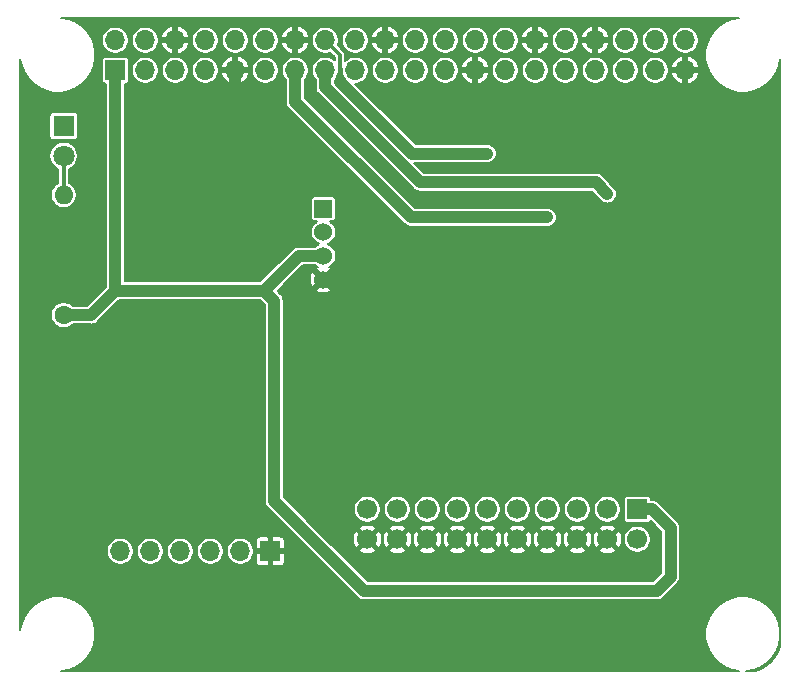
<source format=gtl>
G04 #@! TF.GenerationSoftware,KiCad,Pcbnew,(5.1.8-0-10_14)*
G04 #@! TF.CreationDate,2021-07-18T19:28:35+09:00*
G04 #@! TF.ProjectId,raspi3_debug_board,72617370-6933-45f6-9465-6275675f626f,rev?*
G04 #@! TF.SameCoordinates,Original*
G04 #@! TF.FileFunction,Copper,L1,Top*
G04 #@! TF.FilePolarity,Positive*
%FSLAX46Y46*%
G04 Gerber Fmt 4.6, Leading zero omitted, Abs format (unit mm)*
G04 Created by KiCad (PCBNEW (5.1.8-0-10_14)) date 2021-07-18 19:28:35*
%MOMM*%
%LPD*%
G01*
G04 APERTURE LIST*
G04 #@! TA.AperFunction,ComponentPad*
%ADD10O,1.600000X1.600000*%
G04 #@! TD*
G04 #@! TA.AperFunction,ComponentPad*
%ADD11C,1.600000*%
G04 #@! TD*
G04 #@! TA.AperFunction,ComponentPad*
%ADD12O,1.700000X1.700000*%
G04 #@! TD*
G04 #@! TA.AperFunction,ComponentPad*
%ADD13R,1.700000X1.700000*%
G04 #@! TD*
G04 #@! TA.AperFunction,ComponentPad*
%ADD14C,1.524000*%
G04 #@! TD*
G04 #@! TA.AperFunction,ComponentPad*
%ADD15R,1.524000X1.524000*%
G04 #@! TD*
G04 #@! TA.AperFunction,ComponentPad*
%ADD16C,1.700000*%
G04 #@! TD*
G04 #@! TA.AperFunction,ComponentPad*
%ADD17C,1.800000*%
G04 #@! TD*
G04 #@! TA.AperFunction,ComponentPad*
%ADD18R,1.800000X1.800000*%
G04 #@! TD*
G04 #@! TA.AperFunction,ViaPad*
%ADD19C,0.800000*%
G04 #@! TD*
G04 #@! TA.AperFunction,Conductor*
%ADD20C,0.300000*%
G04 #@! TD*
G04 #@! TA.AperFunction,Conductor*
%ADD21C,0.500000*%
G04 #@! TD*
G04 #@! TA.AperFunction,Conductor*
%ADD22C,1.000000*%
G04 #@! TD*
G04 #@! TA.AperFunction,Conductor*
%ADD23C,0.200000*%
G04 #@! TD*
G04 #@! TA.AperFunction,Conductor*
%ADD24C,0.100000*%
G04 #@! TD*
G04 APERTURE END LIST*
D10*
X34000000Y-45340000D03*
D11*
X34000000Y-55500000D03*
D12*
X38800000Y-75500000D03*
X41340000Y-75500000D03*
X43880000Y-75500000D03*
X46420000Y-75500000D03*
X48960000Y-75500000D03*
D13*
X51500000Y-75500000D03*
D12*
X86630000Y-32230000D03*
X86630000Y-34770000D03*
X84090000Y-32230000D03*
X84090000Y-34770000D03*
X81550000Y-32230000D03*
X81550000Y-34770000D03*
X79010000Y-32230000D03*
X79010000Y-34770000D03*
X76470000Y-32230000D03*
X76470000Y-34770000D03*
X73930000Y-32230000D03*
X73930000Y-34770000D03*
X71390000Y-32230000D03*
X71390000Y-34770000D03*
X68850000Y-32230000D03*
X68850000Y-34770000D03*
X66310000Y-32230000D03*
X66310000Y-34770000D03*
X63770000Y-32230000D03*
X63770000Y-34770000D03*
X61230000Y-32230000D03*
X61230000Y-34770000D03*
X58690000Y-32230000D03*
X58690000Y-34770000D03*
X56150000Y-32230000D03*
X56150000Y-34770000D03*
X53610000Y-32230000D03*
X53610000Y-34770000D03*
X51070000Y-32230000D03*
X51070000Y-34770000D03*
X48530000Y-32230000D03*
X48530000Y-34770000D03*
X45990000Y-32230000D03*
X45990000Y-34770000D03*
X43450000Y-32230000D03*
X43450000Y-34770000D03*
X40910000Y-32230000D03*
X40910000Y-34770000D03*
X38370000Y-32230000D03*
D13*
X38370000Y-34770000D03*
D14*
X56000000Y-52500000D03*
X56000000Y-50500000D03*
X56000000Y-48500000D03*
D15*
X56000000Y-46500000D03*
D16*
X59720000Y-74500000D03*
X59720000Y-71960000D03*
X62260000Y-74500000D03*
X62260000Y-71960000D03*
X64800000Y-74500000D03*
X64800000Y-71960000D03*
X67340000Y-74500000D03*
X67340000Y-71960000D03*
X69880000Y-74500000D03*
X69880000Y-71960000D03*
X72420000Y-74500000D03*
X72420000Y-71960000D03*
X74960000Y-74500000D03*
X74960000Y-71960000D03*
X77500000Y-74500000D03*
X77500000Y-71960000D03*
X80040000Y-74500000D03*
X80040000Y-71960000D03*
X82580000Y-74500000D03*
D13*
X82580000Y-71960000D03*
D17*
X34000000Y-42040000D03*
D18*
X34000000Y-39500000D03*
D19*
X80940000Y-36220000D03*
X83930000Y-36610000D03*
X31000000Y-52000000D03*
X31000000Y-62000000D03*
X31000000Y-57000000D03*
X31000000Y-67000000D03*
X31000000Y-77000000D03*
X31000000Y-72000000D03*
X41500000Y-85000000D03*
X51500000Y-85000000D03*
X46500000Y-85000000D03*
X61500000Y-85000000D03*
X66500000Y-85000000D03*
X56500000Y-85000000D03*
X76500000Y-85000000D03*
X81500000Y-85000000D03*
X86500000Y-85000000D03*
X71500000Y-85000000D03*
X94000000Y-41500000D03*
X94000000Y-51500000D03*
X94000000Y-46500000D03*
X94000000Y-56500000D03*
X94000000Y-66500000D03*
X94000000Y-61500000D03*
X94000000Y-76500000D03*
X94000000Y-71500000D03*
X42500000Y-31000000D03*
X47500000Y-31000000D03*
X52500000Y-31000000D03*
X57500000Y-31000000D03*
X62500000Y-31000000D03*
X67500000Y-31000000D03*
X83000000Y-31000000D03*
X88000000Y-31000000D03*
X37000000Y-31000000D03*
X31000000Y-79500000D03*
X36500000Y-85000000D03*
X88500000Y-85000000D03*
X94000000Y-79500000D03*
X94000000Y-36500000D03*
X31000000Y-37000000D03*
X31000000Y-42000000D03*
X31000000Y-47000000D03*
X64050000Y-38300000D03*
X41500000Y-77500000D03*
X48000000Y-77500000D03*
X37000000Y-77500000D03*
X37000000Y-73500000D03*
X42620000Y-74200000D03*
X54560000Y-47190000D03*
X52390000Y-44940000D03*
X50490000Y-42990000D03*
X48830000Y-41310000D03*
X48510000Y-38310000D03*
X57462001Y-49477999D03*
X52220000Y-48540000D03*
X48540000Y-52100000D03*
X46130000Y-54710000D03*
X50460000Y-54750000D03*
X38970000Y-54730000D03*
X39510000Y-52280000D03*
X39580000Y-36450000D03*
X39600000Y-41230000D03*
X39600000Y-46230000D03*
X42650000Y-61770000D03*
X46520000Y-57900000D03*
X53150000Y-58360000D03*
X50370000Y-60740000D03*
X57770000Y-53650000D03*
X46260000Y-65220000D03*
X42630000Y-68570000D03*
X40610000Y-60120000D03*
X43550000Y-57340000D03*
X40040000Y-61770000D03*
X40010000Y-65240000D03*
X40010000Y-68580000D03*
X40100000Y-74210000D03*
X42590000Y-65210000D03*
X45790000Y-69000000D03*
X45810000Y-74100000D03*
X48050000Y-66770000D03*
X50600000Y-64180000D03*
X53100000Y-61640000D03*
X56540000Y-58230000D03*
X59580000Y-55170000D03*
X60090000Y-53640000D03*
X60110000Y-49310000D03*
X57462001Y-46027999D03*
X55760000Y-44000000D03*
X51490000Y-39730000D03*
X51300000Y-36350000D03*
X46490000Y-42920000D03*
X49360000Y-45660000D03*
X46050000Y-36330000D03*
X46030000Y-39280000D03*
X66080000Y-70710000D03*
X68620000Y-70710000D03*
X71160000Y-70710000D03*
X73700000Y-70710000D03*
X76240000Y-70710000D03*
X78780000Y-70710000D03*
X81320000Y-70490000D03*
X66080000Y-65710000D03*
X68620000Y-65710000D03*
X71160000Y-65710000D03*
X73700000Y-65710000D03*
X76240000Y-65710000D03*
X78780000Y-65710000D03*
X81320000Y-65710000D03*
X66080000Y-60710000D03*
X68620000Y-60710000D03*
X71160000Y-60710000D03*
X73700000Y-60710000D03*
X76240000Y-60710000D03*
X78780000Y-60710000D03*
X81320000Y-60710000D03*
X66080000Y-55710000D03*
X68620000Y-55710000D03*
X71160000Y-55710000D03*
X73700000Y-55710000D03*
X76240000Y-55710000D03*
X78780000Y-55710000D03*
X81320000Y-55710000D03*
X66080000Y-50710000D03*
X68620000Y-50710000D03*
X71160000Y-50710000D03*
X73700000Y-50710000D03*
X76240000Y-50710000D03*
X78780000Y-50710000D03*
X81320000Y-50710000D03*
X66080000Y-45710000D03*
X68620000Y-45710000D03*
X71160000Y-45710000D03*
X73700000Y-45710000D03*
X76240000Y-45710000D03*
X78780000Y-45710000D03*
X81320000Y-45710000D03*
X66500000Y-40700000D03*
X68570000Y-40700000D03*
X70270000Y-40700000D03*
X73700000Y-40710000D03*
X76240000Y-40710000D03*
X80670000Y-40010000D03*
X71090000Y-41820000D03*
X68560000Y-43060000D03*
X64680000Y-43020000D03*
X73670000Y-43050000D03*
X76240000Y-43020000D03*
X78720000Y-43040000D03*
X64040000Y-45710000D03*
X54960000Y-36950000D03*
X58100000Y-40080000D03*
X61830000Y-43730000D03*
X52890000Y-38450000D03*
X59890000Y-45310000D03*
X62490000Y-47970000D03*
X66130000Y-48390000D03*
X68600000Y-48410000D03*
X71130000Y-48370000D03*
X73660000Y-48390000D03*
X78870000Y-38350000D03*
X67120000Y-36110000D03*
X68250000Y-37170000D03*
X70720000Y-37620000D03*
X72640000Y-35910000D03*
X75210000Y-35900000D03*
X77750000Y-35890000D03*
X69250000Y-39590000D03*
X66690000Y-39080000D03*
X64130000Y-36450000D03*
X61910000Y-36080000D03*
X37130000Y-52940000D03*
X35850000Y-54230000D03*
X37120000Y-46110000D03*
X37200000Y-36450000D03*
X37210000Y-41230000D03*
X60050000Y-77540000D03*
X83530000Y-77580000D03*
X65050000Y-77540000D03*
X70050000Y-77540000D03*
X75050000Y-77540000D03*
X80050000Y-77540000D03*
X60030000Y-80080000D03*
X65030000Y-80080000D03*
X70030000Y-80080000D03*
X75030000Y-80080000D03*
X80030000Y-80080000D03*
X85030000Y-80080000D03*
X83940000Y-73760000D03*
X86412001Y-72962001D03*
X53070000Y-70710000D03*
X50670000Y-70700000D03*
X56320000Y-41760000D03*
X69860000Y-41840000D03*
X74949998Y-47240000D03*
X80039998Y-45260000D03*
D20*
X34000000Y-42040000D02*
X34000000Y-45340000D01*
D21*
X56000000Y-48500000D02*
X56000000Y-48490000D01*
D22*
X56797999Y-45037999D02*
X55760000Y-44000000D01*
X56000000Y-52500000D02*
X57077630Y-52500000D01*
X57322001Y-45037999D02*
X56797999Y-45037999D01*
X57462001Y-45177999D02*
X57322001Y-45037999D01*
X57462001Y-52115629D02*
X57462001Y-49477999D01*
X48530000Y-36770000D02*
X48530000Y-34770000D01*
X57077630Y-52500000D02*
X57462001Y-52115629D01*
X57462001Y-49477999D02*
X57462001Y-46027999D01*
X57462001Y-46027999D02*
X57462001Y-45177999D01*
X55760000Y-44000000D02*
X51490000Y-39730000D01*
X51490000Y-39730000D02*
X48530000Y-36770000D01*
D20*
X57390000Y-33470000D02*
X57390000Y-35764002D01*
X56150000Y-32230000D02*
X57390000Y-33470000D01*
D22*
X57390000Y-35764002D02*
X63465998Y-41840000D01*
X63465998Y-41840000D02*
X69294315Y-41840000D01*
X69294315Y-41840000D02*
X69860000Y-41840000D01*
X63420000Y-47240000D02*
X74949998Y-47240000D01*
X53610000Y-34770000D02*
X53610000Y-37430000D01*
X53610000Y-37430000D02*
X63420000Y-47240000D01*
X56150000Y-36221072D02*
X64178928Y-44250000D01*
X79029998Y-44250000D02*
X80039998Y-45260000D01*
X64178928Y-44250000D02*
X79029998Y-44250000D01*
X56150000Y-34770000D02*
X56150000Y-36221072D01*
X38370000Y-34770000D02*
X38370000Y-53460000D01*
X36330000Y-55500000D02*
X34000000Y-55500000D01*
X38370000Y-53460000D02*
X36330000Y-55500000D01*
X83840000Y-71960000D02*
X82580000Y-71960000D01*
X85380000Y-77680000D02*
X85380000Y-73500000D01*
X50990000Y-53460000D02*
X51820000Y-54290000D01*
X84200000Y-78860000D02*
X85380000Y-77680000D01*
X51820000Y-71220000D02*
X59460000Y-78860000D01*
X51820000Y-54290000D02*
X51820000Y-71220000D01*
X85380000Y-73500000D02*
X83840000Y-71960000D01*
X59460000Y-78860000D02*
X84200000Y-78860000D01*
X39850000Y-53460000D02*
X50960000Y-53460000D01*
X50960000Y-53460000D02*
X53920000Y-50500000D01*
X38370000Y-53460000D02*
X39850000Y-53460000D01*
X53920000Y-50500000D02*
X56000000Y-50500000D01*
D23*
X90573887Y-30447014D02*
X89996074Y-30686352D01*
X89476056Y-31033817D01*
X89033817Y-31476056D01*
X88686352Y-31996074D01*
X88447014Y-32573887D01*
X88325000Y-33187290D01*
X88325000Y-33812710D01*
X88447014Y-34426113D01*
X88686352Y-35003926D01*
X89033817Y-35523944D01*
X89476056Y-35966183D01*
X89996074Y-36313648D01*
X90573887Y-36552986D01*
X91187290Y-36675000D01*
X91812710Y-36675000D01*
X92426113Y-36552986D01*
X93003926Y-36313648D01*
X93523944Y-35966183D01*
X93966183Y-35523944D01*
X94313648Y-35003926D01*
X94552986Y-34426113D01*
X94675000Y-33812710D01*
X94675001Y-82984094D01*
X94622526Y-83519274D01*
X94471719Y-84018770D01*
X94226768Y-84479458D01*
X93896995Y-84883799D01*
X93494970Y-85216383D01*
X93035997Y-85464548D01*
X92537575Y-85618836D01*
X92003342Y-85674986D01*
X91999441Y-85675000D01*
X91812710Y-85675000D01*
X92426113Y-85552986D01*
X93003926Y-85313648D01*
X93523944Y-84966183D01*
X93966183Y-84523944D01*
X94313648Y-84003926D01*
X94552986Y-83426113D01*
X94675000Y-82812710D01*
X94675000Y-82187290D01*
X94552986Y-81573887D01*
X94313648Y-80996074D01*
X93966183Y-80476056D01*
X93523944Y-80033817D01*
X93003926Y-79686352D01*
X92426113Y-79447014D01*
X91812710Y-79325000D01*
X91187290Y-79325000D01*
X90573887Y-79447014D01*
X89996074Y-79686352D01*
X89476056Y-80033817D01*
X89033817Y-80476056D01*
X88686352Y-80996074D01*
X88447014Y-81573887D01*
X88325000Y-82187290D01*
X88325000Y-82812710D01*
X88447014Y-83426113D01*
X88686352Y-84003926D01*
X89033817Y-84523944D01*
X89476056Y-84966183D01*
X89996074Y-85313648D01*
X90573887Y-85552986D01*
X91187290Y-85675000D01*
X33812710Y-85675000D01*
X34426113Y-85552986D01*
X35003926Y-85313648D01*
X35523944Y-84966183D01*
X35966183Y-84523944D01*
X36313648Y-84003926D01*
X36552986Y-83426113D01*
X36675000Y-82812710D01*
X36675000Y-82187290D01*
X36552986Y-81573887D01*
X36313648Y-80996074D01*
X35966183Y-80476056D01*
X35523944Y-80033817D01*
X35003926Y-79686352D01*
X34426113Y-79447014D01*
X33812710Y-79325000D01*
X33187290Y-79325000D01*
X32573887Y-79447014D01*
X31996074Y-79686352D01*
X31476056Y-80033817D01*
X31033817Y-80476056D01*
X30686352Y-80996074D01*
X30447014Y-81573887D01*
X30325000Y-82187290D01*
X30325000Y-75386735D01*
X37650000Y-75386735D01*
X37650000Y-75613265D01*
X37694194Y-75835443D01*
X37780884Y-76044729D01*
X37906737Y-76233082D01*
X38066918Y-76393263D01*
X38255271Y-76519116D01*
X38464557Y-76605806D01*
X38686735Y-76650000D01*
X38913265Y-76650000D01*
X39135443Y-76605806D01*
X39344729Y-76519116D01*
X39533082Y-76393263D01*
X39693263Y-76233082D01*
X39819116Y-76044729D01*
X39905806Y-75835443D01*
X39950000Y-75613265D01*
X39950000Y-75386735D01*
X40190000Y-75386735D01*
X40190000Y-75613265D01*
X40234194Y-75835443D01*
X40320884Y-76044729D01*
X40446737Y-76233082D01*
X40606918Y-76393263D01*
X40795271Y-76519116D01*
X41004557Y-76605806D01*
X41226735Y-76650000D01*
X41453265Y-76650000D01*
X41675443Y-76605806D01*
X41884729Y-76519116D01*
X42073082Y-76393263D01*
X42233263Y-76233082D01*
X42359116Y-76044729D01*
X42445806Y-75835443D01*
X42490000Y-75613265D01*
X42490000Y-75386735D01*
X42730000Y-75386735D01*
X42730000Y-75613265D01*
X42774194Y-75835443D01*
X42860884Y-76044729D01*
X42986737Y-76233082D01*
X43146918Y-76393263D01*
X43335271Y-76519116D01*
X43544557Y-76605806D01*
X43766735Y-76650000D01*
X43993265Y-76650000D01*
X44215443Y-76605806D01*
X44424729Y-76519116D01*
X44613082Y-76393263D01*
X44773263Y-76233082D01*
X44899116Y-76044729D01*
X44985806Y-75835443D01*
X45030000Y-75613265D01*
X45030000Y-75386735D01*
X45270000Y-75386735D01*
X45270000Y-75613265D01*
X45314194Y-75835443D01*
X45400884Y-76044729D01*
X45526737Y-76233082D01*
X45686918Y-76393263D01*
X45875271Y-76519116D01*
X46084557Y-76605806D01*
X46306735Y-76650000D01*
X46533265Y-76650000D01*
X46755443Y-76605806D01*
X46964729Y-76519116D01*
X47153082Y-76393263D01*
X47313263Y-76233082D01*
X47439116Y-76044729D01*
X47525806Y-75835443D01*
X47570000Y-75613265D01*
X47570000Y-75386735D01*
X47810000Y-75386735D01*
X47810000Y-75613265D01*
X47854194Y-75835443D01*
X47940884Y-76044729D01*
X48066737Y-76233082D01*
X48226918Y-76393263D01*
X48415271Y-76519116D01*
X48624557Y-76605806D01*
X48846735Y-76650000D01*
X49073265Y-76650000D01*
X49295443Y-76605806D01*
X49504729Y-76519116D01*
X49693082Y-76393263D01*
X49736345Y-76350000D01*
X50248065Y-76350000D01*
X50255788Y-76428414D01*
X50278660Y-76503814D01*
X50315803Y-76573303D01*
X50365789Y-76634211D01*
X50426697Y-76684197D01*
X50496186Y-76721340D01*
X50571586Y-76744212D01*
X50650000Y-76751935D01*
X51250000Y-76750000D01*
X51350000Y-76650000D01*
X51350000Y-75650000D01*
X51650000Y-75650000D01*
X51650000Y-76650000D01*
X51750000Y-76750000D01*
X52350000Y-76751935D01*
X52428414Y-76744212D01*
X52503814Y-76721340D01*
X52573303Y-76684197D01*
X52634211Y-76634211D01*
X52684197Y-76573303D01*
X52721340Y-76503814D01*
X52744212Y-76428414D01*
X52751935Y-76350000D01*
X52750000Y-75750000D01*
X52650000Y-75650000D01*
X51650000Y-75650000D01*
X51350000Y-75650000D01*
X50350000Y-75650000D01*
X50250000Y-75750000D01*
X50248065Y-76350000D01*
X49736345Y-76350000D01*
X49853263Y-76233082D01*
X49979116Y-76044729D01*
X50065806Y-75835443D01*
X50110000Y-75613265D01*
X50110000Y-75386735D01*
X50065806Y-75164557D01*
X49979116Y-74955271D01*
X49853263Y-74766918D01*
X49736345Y-74650000D01*
X50248065Y-74650000D01*
X50250000Y-75250000D01*
X50350000Y-75350000D01*
X51350000Y-75350000D01*
X51350000Y-74350000D01*
X51650000Y-74350000D01*
X51650000Y-75350000D01*
X52650000Y-75350000D01*
X52750000Y-75250000D01*
X52751935Y-74650000D01*
X52744212Y-74571586D01*
X52721340Y-74496186D01*
X52684197Y-74426697D01*
X52634211Y-74365789D01*
X52573303Y-74315803D01*
X52503814Y-74278660D01*
X52428414Y-74255788D01*
X52350000Y-74248065D01*
X51750000Y-74250000D01*
X51650000Y-74350000D01*
X51350000Y-74350000D01*
X51250000Y-74250000D01*
X50650000Y-74248065D01*
X50571586Y-74255788D01*
X50496186Y-74278660D01*
X50426697Y-74315803D01*
X50365789Y-74365789D01*
X50315803Y-74426697D01*
X50278660Y-74496186D01*
X50255788Y-74571586D01*
X50248065Y-74650000D01*
X49736345Y-74650000D01*
X49693082Y-74606737D01*
X49504729Y-74480884D01*
X49295443Y-74394194D01*
X49073265Y-74350000D01*
X48846735Y-74350000D01*
X48624557Y-74394194D01*
X48415271Y-74480884D01*
X48226918Y-74606737D01*
X48066737Y-74766918D01*
X47940884Y-74955271D01*
X47854194Y-75164557D01*
X47810000Y-75386735D01*
X47570000Y-75386735D01*
X47525806Y-75164557D01*
X47439116Y-74955271D01*
X47313263Y-74766918D01*
X47153082Y-74606737D01*
X46964729Y-74480884D01*
X46755443Y-74394194D01*
X46533265Y-74350000D01*
X46306735Y-74350000D01*
X46084557Y-74394194D01*
X45875271Y-74480884D01*
X45686918Y-74606737D01*
X45526737Y-74766918D01*
X45400884Y-74955271D01*
X45314194Y-75164557D01*
X45270000Y-75386735D01*
X45030000Y-75386735D01*
X44985806Y-75164557D01*
X44899116Y-74955271D01*
X44773263Y-74766918D01*
X44613082Y-74606737D01*
X44424729Y-74480884D01*
X44215443Y-74394194D01*
X43993265Y-74350000D01*
X43766735Y-74350000D01*
X43544557Y-74394194D01*
X43335271Y-74480884D01*
X43146918Y-74606737D01*
X42986737Y-74766918D01*
X42860884Y-74955271D01*
X42774194Y-75164557D01*
X42730000Y-75386735D01*
X42490000Y-75386735D01*
X42445806Y-75164557D01*
X42359116Y-74955271D01*
X42233263Y-74766918D01*
X42073082Y-74606737D01*
X41884729Y-74480884D01*
X41675443Y-74394194D01*
X41453265Y-74350000D01*
X41226735Y-74350000D01*
X41004557Y-74394194D01*
X40795271Y-74480884D01*
X40606918Y-74606737D01*
X40446737Y-74766918D01*
X40320884Y-74955271D01*
X40234194Y-75164557D01*
X40190000Y-75386735D01*
X39950000Y-75386735D01*
X39905806Y-75164557D01*
X39819116Y-74955271D01*
X39693263Y-74766918D01*
X39533082Y-74606737D01*
X39344729Y-74480884D01*
X39135443Y-74394194D01*
X38913265Y-74350000D01*
X38686735Y-74350000D01*
X38464557Y-74394194D01*
X38255271Y-74480884D01*
X38066918Y-74606737D01*
X37906737Y-74766918D01*
X37780884Y-74955271D01*
X37694194Y-75164557D01*
X37650000Y-75386735D01*
X30325000Y-75386735D01*
X30325000Y-55391659D01*
X32900000Y-55391659D01*
X32900000Y-55608341D01*
X32942273Y-55820858D01*
X33025193Y-56021045D01*
X33145575Y-56201209D01*
X33298791Y-56354425D01*
X33478955Y-56474807D01*
X33679142Y-56557727D01*
X33891659Y-56600000D01*
X34108341Y-56600000D01*
X34320858Y-56557727D01*
X34521045Y-56474807D01*
X34701209Y-56354425D01*
X34755634Y-56300000D01*
X36290709Y-56300000D01*
X36330000Y-56303870D01*
X36369291Y-56300000D01*
X36369293Y-56300000D01*
X36486827Y-56288424D01*
X36637628Y-56242679D01*
X36776606Y-56168393D01*
X36898422Y-56068422D01*
X36923473Y-56037897D01*
X38701371Y-54260000D01*
X50658630Y-54260000D01*
X51020000Y-54621371D01*
X51020001Y-71180699D01*
X51016130Y-71220000D01*
X51031577Y-71376827D01*
X51077321Y-71527627D01*
X51151607Y-71666606D01*
X51226531Y-71757901D01*
X51251579Y-71788422D01*
X51282098Y-71813468D01*
X58866531Y-79397902D01*
X58891578Y-79428422D01*
X58922098Y-79453469D01*
X58922099Y-79453470D01*
X59013393Y-79528393D01*
X59152372Y-79602679D01*
X59303173Y-79648424D01*
X59420707Y-79660000D01*
X59420709Y-79660000D01*
X59460000Y-79663870D01*
X59499291Y-79660000D01*
X84160709Y-79660000D01*
X84200000Y-79663870D01*
X84239291Y-79660000D01*
X84239293Y-79660000D01*
X84356827Y-79648424D01*
X84507628Y-79602679D01*
X84646606Y-79528393D01*
X84768422Y-79428422D01*
X84793473Y-79397897D01*
X85917903Y-78273468D01*
X85948422Y-78248422D01*
X85973469Y-78217902D01*
X86048393Y-78126607D01*
X86122679Y-77987628D01*
X86122679Y-77987627D01*
X86168424Y-77836827D01*
X86180000Y-77719293D01*
X86180000Y-77719292D01*
X86183870Y-77680001D01*
X86180000Y-77640710D01*
X86180000Y-73539291D01*
X86183870Y-73500000D01*
X86180000Y-73460707D01*
X86168424Y-73343173D01*
X86122679Y-73192372D01*
X86048393Y-73053393D01*
X85986090Y-72977477D01*
X85948422Y-72931578D01*
X85917897Y-72906527D01*
X84433473Y-71422103D01*
X84408422Y-71391578D01*
X84286606Y-71291607D01*
X84147628Y-71217321D01*
X83996827Y-71171576D01*
X83879293Y-71160000D01*
X83879291Y-71160000D01*
X83840000Y-71156130D01*
X83800709Y-71160000D01*
X83731451Y-71160000D01*
X83731451Y-71110000D01*
X83725659Y-71051190D01*
X83708504Y-70994640D01*
X83680647Y-70942523D01*
X83643158Y-70896842D01*
X83597477Y-70859353D01*
X83545360Y-70831496D01*
X83488810Y-70814341D01*
X83430000Y-70808549D01*
X81730000Y-70808549D01*
X81671190Y-70814341D01*
X81614640Y-70831496D01*
X81562523Y-70859353D01*
X81516842Y-70896842D01*
X81479353Y-70942523D01*
X81451496Y-70994640D01*
X81434341Y-71051190D01*
X81428549Y-71110000D01*
X81428549Y-72810000D01*
X81434341Y-72868810D01*
X81451496Y-72925360D01*
X81479353Y-72977477D01*
X81516842Y-73023158D01*
X81562523Y-73060647D01*
X81614640Y-73088504D01*
X81671190Y-73105659D01*
X81730000Y-73111451D01*
X83430000Y-73111451D01*
X83488810Y-73105659D01*
X83545360Y-73088504D01*
X83597477Y-73060647D01*
X83643158Y-73023158D01*
X83680647Y-72977477D01*
X83696482Y-72947852D01*
X84580001Y-73831371D01*
X84580000Y-77348629D01*
X83868630Y-78060000D01*
X59791371Y-78060000D01*
X57147976Y-75416605D01*
X59015527Y-75416605D01*
X59108350Y-75597059D01*
X59334128Y-75695307D01*
X59574736Y-75747618D01*
X59820925Y-75751986D01*
X60063236Y-75708240D01*
X60292356Y-75618062D01*
X60331650Y-75597059D01*
X60424473Y-75416605D01*
X61555527Y-75416605D01*
X61648350Y-75597059D01*
X61874128Y-75695307D01*
X62114736Y-75747618D01*
X62360925Y-75751986D01*
X62603236Y-75708240D01*
X62832356Y-75618062D01*
X62871650Y-75597059D01*
X62964473Y-75416605D01*
X64095527Y-75416605D01*
X64188350Y-75597059D01*
X64414128Y-75695307D01*
X64654736Y-75747618D01*
X64900925Y-75751986D01*
X65143236Y-75708240D01*
X65372356Y-75618062D01*
X65411650Y-75597059D01*
X65504473Y-75416605D01*
X66635527Y-75416605D01*
X66728350Y-75597059D01*
X66954128Y-75695307D01*
X67194736Y-75747618D01*
X67440925Y-75751986D01*
X67683236Y-75708240D01*
X67912356Y-75618062D01*
X67951650Y-75597059D01*
X68044473Y-75416605D01*
X69175527Y-75416605D01*
X69268350Y-75597059D01*
X69494128Y-75695307D01*
X69734736Y-75747618D01*
X69980925Y-75751986D01*
X70223236Y-75708240D01*
X70452356Y-75618062D01*
X70491650Y-75597059D01*
X70584473Y-75416605D01*
X71715527Y-75416605D01*
X71808350Y-75597059D01*
X72034128Y-75695307D01*
X72274736Y-75747618D01*
X72520925Y-75751986D01*
X72763236Y-75708240D01*
X72992356Y-75618062D01*
X73031650Y-75597059D01*
X73124473Y-75416605D01*
X74255527Y-75416605D01*
X74348350Y-75597059D01*
X74574128Y-75695307D01*
X74814736Y-75747618D01*
X75060925Y-75751986D01*
X75303236Y-75708240D01*
X75532356Y-75618062D01*
X75571650Y-75597059D01*
X75664473Y-75416605D01*
X76795527Y-75416605D01*
X76888350Y-75597059D01*
X77114128Y-75695307D01*
X77354736Y-75747618D01*
X77600925Y-75751986D01*
X77843236Y-75708240D01*
X78072356Y-75618062D01*
X78111650Y-75597059D01*
X78204473Y-75416605D01*
X79335527Y-75416605D01*
X79428350Y-75597059D01*
X79654128Y-75695307D01*
X79894736Y-75747618D01*
X80140925Y-75751986D01*
X80383236Y-75708240D01*
X80612356Y-75618062D01*
X80651650Y-75597059D01*
X80744473Y-75416605D01*
X80040000Y-74712132D01*
X79335527Y-75416605D01*
X78204473Y-75416605D01*
X77500000Y-74712132D01*
X76795527Y-75416605D01*
X75664473Y-75416605D01*
X74960000Y-74712132D01*
X74255527Y-75416605D01*
X73124473Y-75416605D01*
X72420000Y-74712132D01*
X71715527Y-75416605D01*
X70584473Y-75416605D01*
X69880000Y-74712132D01*
X69175527Y-75416605D01*
X68044473Y-75416605D01*
X67340000Y-74712132D01*
X66635527Y-75416605D01*
X65504473Y-75416605D01*
X64800000Y-74712132D01*
X64095527Y-75416605D01*
X62964473Y-75416605D01*
X62260000Y-74712132D01*
X61555527Y-75416605D01*
X60424473Y-75416605D01*
X59720000Y-74712132D01*
X59015527Y-75416605D01*
X57147976Y-75416605D01*
X56332296Y-74600925D01*
X58468014Y-74600925D01*
X58511760Y-74843236D01*
X58601938Y-75072356D01*
X58622941Y-75111650D01*
X58803395Y-75204473D01*
X59507868Y-74500000D01*
X59932132Y-74500000D01*
X60636605Y-75204473D01*
X60817059Y-75111650D01*
X60915307Y-74885872D01*
X60967618Y-74645264D01*
X60968404Y-74600925D01*
X61008014Y-74600925D01*
X61051760Y-74843236D01*
X61141938Y-75072356D01*
X61162941Y-75111650D01*
X61343395Y-75204473D01*
X62047868Y-74500000D01*
X62472132Y-74500000D01*
X63176605Y-75204473D01*
X63357059Y-75111650D01*
X63455307Y-74885872D01*
X63507618Y-74645264D01*
X63508404Y-74600925D01*
X63548014Y-74600925D01*
X63591760Y-74843236D01*
X63681938Y-75072356D01*
X63702941Y-75111650D01*
X63883395Y-75204473D01*
X64587868Y-74500000D01*
X65012132Y-74500000D01*
X65716605Y-75204473D01*
X65897059Y-75111650D01*
X65995307Y-74885872D01*
X66047618Y-74645264D01*
X66048404Y-74600925D01*
X66088014Y-74600925D01*
X66131760Y-74843236D01*
X66221938Y-75072356D01*
X66242941Y-75111650D01*
X66423395Y-75204473D01*
X67127868Y-74500000D01*
X67552132Y-74500000D01*
X68256605Y-75204473D01*
X68437059Y-75111650D01*
X68535307Y-74885872D01*
X68587618Y-74645264D01*
X68588404Y-74600925D01*
X68628014Y-74600925D01*
X68671760Y-74843236D01*
X68761938Y-75072356D01*
X68782941Y-75111650D01*
X68963395Y-75204473D01*
X69667868Y-74500000D01*
X70092132Y-74500000D01*
X70796605Y-75204473D01*
X70977059Y-75111650D01*
X71075307Y-74885872D01*
X71127618Y-74645264D01*
X71128404Y-74600925D01*
X71168014Y-74600925D01*
X71211760Y-74843236D01*
X71301938Y-75072356D01*
X71322941Y-75111650D01*
X71503395Y-75204473D01*
X72207868Y-74500000D01*
X72632132Y-74500000D01*
X73336605Y-75204473D01*
X73517059Y-75111650D01*
X73615307Y-74885872D01*
X73667618Y-74645264D01*
X73668404Y-74600925D01*
X73708014Y-74600925D01*
X73751760Y-74843236D01*
X73841938Y-75072356D01*
X73862941Y-75111650D01*
X74043395Y-75204473D01*
X74747868Y-74500000D01*
X75172132Y-74500000D01*
X75876605Y-75204473D01*
X76057059Y-75111650D01*
X76155307Y-74885872D01*
X76207618Y-74645264D01*
X76208404Y-74600925D01*
X76248014Y-74600925D01*
X76291760Y-74843236D01*
X76381938Y-75072356D01*
X76402941Y-75111650D01*
X76583395Y-75204473D01*
X77287868Y-74500000D01*
X77712132Y-74500000D01*
X78416605Y-75204473D01*
X78597059Y-75111650D01*
X78695307Y-74885872D01*
X78747618Y-74645264D01*
X78748404Y-74600925D01*
X78788014Y-74600925D01*
X78831760Y-74843236D01*
X78921938Y-75072356D01*
X78942941Y-75111650D01*
X79123395Y-75204473D01*
X79827868Y-74500000D01*
X80252132Y-74500000D01*
X80956605Y-75204473D01*
X81137059Y-75111650D01*
X81235307Y-74885872D01*
X81287618Y-74645264D01*
X81291986Y-74399075D01*
X81289759Y-74386735D01*
X81430000Y-74386735D01*
X81430000Y-74613265D01*
X81474194Y-74835443D01*
X81560884Y-75044729D01*
X81686737Y-75233082D01*
X81846918Y-75393263D01*
X82035271Y-75519116D01*
X82244557Y-75605806D01*
X82466735Y-75650000D01*
X82693265Y-75650000D01*
X82915443Y-75605806D01*
X83124729Y-75519116D01*
X83313082Y-75393263D01*
X83473263Y-75233082D01*
X83599116Y-75044729D01*
X83685806Y-74835443D01*
X83730000Y-74613265D01*
X83730000Y-74386735D01*
X83685806Y-74164557D01*
X83599116Y-73955271D01*
X83473263Y-73766918D01*
X83313082Y-73606737D01*
X83124729Y-73480884D01*
X82915443Y-73394194D01*
X82693265Y-73350000D01*
X82466735Y-73350000D01*
X82244557Y-73394194D01*
X82035271Y-73480884D01*
X81846918Y-73606737D01*
X81686737Y-73766918D01*
X81560884Y-73955271D01*
X81474194Y-74164557D01*
X81430000Y-74386735D01*
X81289759Y-74386735D01*
X81248240Y-74156764D01*
X81158062Y-73927644D01*
X81137059Y-73888350D01*
X80956605Y-73795527D01*
X80252132Y-74500000D01*
X79827868Y-74500000D01*
X79123395Y-73795527D01*
X78942941Y-73888350D01*
X78844693Y-74114128D01*
X78792382Y-74354736D01*
X78788014Y-74600925D01*
X78748404Y-74600925D01*
X78751986Y-74399075D01*
X78708240Y-74156764D01*
X78618062Y-73927644D01*
X78597059Y-73888350D01*
X78416605Y-73795527D01*
X77712132Y-74500000D01*
X77287868Y-74500000D01*
X76583395Y-73795527D01*
X76402941Y-73888350D01*
X76304693Y-74114128D01*
X76252382Y-74354736D01*
X76248014Y-74600925D01*
X76208404Y-74600925D01*
X76211986Y-74399075D01*
X76168240Y-74156764D01*
X76078062Y-73927644D01*
X76057059Y-73888350D01*
X75876605Y-73795527D01*
X75172132Y-74500000D01*
X74747868Y-74500000D01*
X74043395Y-73795527D01*
X73862941Y-73888350D01*
X73764693Y-74114128D01*
X73712382Y-74354736D01*
X73708014Y-74600925D01*
X73668404Y-74600925D01*
X73671986Y-74399075D01*
X73628240Y-74156764D01*
X73538062Y-73927644D01*
X73517059Y-73888350D01*
X73336605Y-73795527D01*
X72632132Y-74500000D01*
X72207868Y-74500000D01*
X71503395Y-73795527D01*
X71322941Y-73888350D01*
X71224693Y-74114128D01*
X71172382Y-74354736D01*
X71168014Y-74600925D01*
X71128404Y-74600925D01*
X71131986Y-74399075D01*
X71088240Y-74156764D01*
X70998062Y-73927644D01*
X70977059Y-73888350D01*
X70796605Y-73795527D01*
X70092132Y-74500000D01*
X69667868Y-74500000D01*
X68963395Y-73795527D01*
X68782941Y-73888350D01*
X68684693Y-74114128D01*
X68632382Y-74354736D01*
X68628014Y-74600925D01*
X68588404Y-74600925D01*
X68591986Y-74399075D01*
X68548240Y-74156764D01*
X68458062Y-73927644D01*
X68437059Y-73888350D01*
X68256605Y-73795527D01*
X67552132Y-74500000D01*
X67127868Y-74500000D01*
X66423395Y-73795527D01*
X66242941Y-73888350D01*
X66144693Y-74114128D01*
X66092382Y-74354736D01*
X66088014Y-74600925D01*
X66048404Y-74600925D01*
X66051986Y-74399075D01*
X66008240Y-74156764D01*
X65918062Y-73927644D01*
X65897059Y-73888350D01*
X65716605Y-73795527D01*
X65012132Y-74500000D01*
X64587868Y-74500000D01*
X63883395Y-73795527D01*
X63702941Y-73888350D01*
X63604693Y-74114128D01*
X63552382Y-74354736D01*
X63548014Y-74600925D01*
X63508404Y-74600925D01*
X63511986Y-74399075D01*
X63468240Y-74156764D01*
X63378062Y-73927644D01*
X63357059Y-73888350D01*
X63176605Y-73795527D01*
X62472132Y-74500000D01*
X62047868Y-74500000D01*
X61343395Y-73795527D01*
X61162941Y-73888350D01*
X61064693Y-74114128D01*
X61012382Y-74354736D01*
X61008014Y-74600925D01*
X60968404Y-74600925D01*
X60971986Y-74399075D01*
X60928240Y-74156764D01*
X60838062Y-73927644D01*
X60817059Y-73888350D01*
X60636605Y-73795527D01*
X59932132Y-74500000D01*
X59507868Y-74500000D01*
X58803395Y-73795527D01*
X58622941Y-73888350D01*
X58524693Y-74114128D01*
X58472382Y-74354736D01*
X58468014Y-74600925D01*
X56332296Y-74600925D01*
X55314766Y-73583395D01*
X59015527Y-73583395D01*
X59720000Y-74287868D01*
X60424473Y-73583395D01*
X61555527Y-73583395D01*
X62260000Y-74287868D01*
X62964473Y-73583395D01*
X64095527Y-73583395D01*
X64800000Y-74287868D01*
X65504473Y-73583395D01*
X66635527Y-73583395D01*
X67340000Y-74287868D01*
X68044473Y-73583395D01*
X69175527Y-73583395D01*
X69880000Y-74287868D01*
X70584473Y-73583395D01*
X71715527Y-73583395D01*
X72420000Y-74287868D01*
X73124473Y-73583395D01*
X74255527Y-73583395D01*
X74960000Y-74287868D01*
X75664473Y-73583395D01*
X76795527Y-73583395D01*
X77500000Y-74287868D01*
X78204473Y-73583395D01*
X79335527Y-73583395D01*
X80040000Y-74287868D01*
X80744473Y-73583395D01*
X80651650Y-73402941D01*
X80425872Y-73304693D01*
X80185264Y-73252382D01*
X79939075Y-73248014D01*
X79696764Y-73291760D01*
X79467644Y-73381938D01*
X79428350Y-73402941D01*
X79335527Y-73583395D01*
X78204473Y-73583395D01*
X78111650Y-73402941D01*
X77885872Y-73304693D01*
X77645264Y-73252382D01*
X77399075Y-73248014D01*
X77156764Y-73291760D01*
X76927644Y-73381938D01*
X76888350Y-73402941D01*
X76795527Y-73583395D01*
X75664473Y-73583395D01*
X75571650Y-73402941D01*
X75345872Y-73304693D01*
X75105264Y-73252382D01*
X74859075Y-73248014D01*
X74616764Y-73291760D01*
X74387644Y-73381938D01*
X74348350Y-73402941D01*
X74255527Y-73583395D01*
X73124473Y-73583395D01*
X73031650Y-73402941D01*
X72805872Y-73304693D01*
X72565264Y-73252382D01*
X72319075Y-73248014D01*
X72076764Y-73291760D01*
X71847644Y-73381938D01*
X71808350Y-73402941D01*
X71715527Y-73583395D01*
X70584473Y-73583395D01*
X70491650Y-73402941D01*
X70265872Y-73304693D01*
X70025264Y-73252382D01*
X69779075Y-73248014D01*
X69536764Y-73291760D01*
X69307644Y-73381938D01*
X69268350Y-73402941D01*
X69175527Y-73583395D01*
X68044473Y-73583395D01*
X67951650Y-73402941D01*
X67725872Y-73304693D01*
X67485264Y-73252382D01*
X67239075Y-73248014D01*
X66996764Y-73291760D01*
X66767644Y-73381938D01*
X66728350Y-73402941D01*
X66635527Y-73583395D01*
X65504473Y-73583395D01*
X65411650Y-73402941D01*
X65185872Y-73304693D01*
X64945264Y-73252382D01*
X64699075Y-73248014D01*
X64456764Y-73291760D01*
X64227644Y-73381938D01*
X64188350Y-73402941D01*
X64095527Y-73583395D01*
X62964473Y-73583395D01*
X62871650Y-73402941D01*
X62645872Y-73304693D01*
X62405264Y-73252382D01*
X62159075Y-73248014D01*
X61916764Y-73291760D01*
X61687644Y-73381938D01*
X61648350Y-73402941D01*
X61555527Y-73583395D01*
X60424473Y-73583395D01*
X60331650Y-73402941D01*
X60105872Y-73304693D01*
X59865264Y-73252382D01*
X59619075Y-73248014D01*
X59376764Y-73291760D01*
X59147644Y-73381938D01*
X59108350Y-73402941D01*
X59015527Y-73583395D01*
X55314766Y-73583395D01*
X53578106Y-71846735D01*
X58570000Y-71846735D01*
X58570000Y-72073265D01*
X58614194Y-72295443D01*
X58700884Y-72504729D01*
X58826737Y-72693082D01*
X58986918Y-72853263D01*
X59175271Y-72979116D01*
X59384557Y-73065806D01*
X59606735Y-73110000D01*
X59833265Y-73110000D01*
X60055443Y-73065806D01*
X60264729Y-72979116D01*
X60453082Y-72853263D01*
X60613263Y-72693082D01*
X60739116Y-72504729D01*
X60825806Y-72295443D01*
X60870000Y-72073265D01*
X60870000Y-71846735D01*
X61110000Y-71846735D01*
X61110000Y-72073265D01*
X61154194Y-72295443D01*
X61240884Y-72504729D01*
X61366737Y-72693082D01*
X61526918Y-72853263D01*
X61715271Y-72979116D01*
X61924557Y-73065806D01*
X62146735Y-73110000D01*
X62373265Y-73110000D01*
X62595443Y-73065806D01*
X62804729Y-72979116D01*
X62993082Y-72853263D01*
X63153263Y-72693082D01*
X63279116Y-72504729D01*
X63365806Y-72295443D01*
X63410000Y-72073265D01*
X63410000Y-71846735D01*
X63650000Y-71846735D01*
X63650000Y-72073265D01*
X63694194Y-72295443D01*
X63780884Y-72504729D01*
X63906737Y-72693082D01*
X64066918Y-72853263D01*
X64255271Y-72979116D01*
X64464557Y-73065806D01*
X64686735Y-73110000D01*
X64913265Y-73110000D01*
X65135443Y-73065806D01*
X65344729Y-72979116D01*
X65533082Y-72853263D01*
X65693263Y-72693082D01*
X65819116Y-72504729D01*
X65905806Y-72295443D01*
X65950000Y-72073265D01*
X65950000Y-71846735D01*
X66190000Y-71846735D01*
X66190000Y-72073265D01*
X66234194Y-72295443D01*
X66320884Y-72504729D01*
X66446737Y-72693082D01*
X66606918Y-72853263D01*
X66795271Y-72979116D01*
X67004557Y-73065806D01*
X67226735Y-73110000D01*
X67453265Y-73110000D01*
X67675443Y-73065806D01*
X67884729Y-72979116D01*
X68073082Y-72853263D01*
X68233263Y-72693082D01*
X68359116Y-72504729D01*
X68445806Y-72295443D01*
X68490000Y-72073265D01*
X68490000Y-71846735D01*
X68730000Y-71846735D01*
X68730000Y-72073265D01*
X68774194Y-72295443D01*
X68860884Y-72504729D01*
X68986737Y-72693082D01*
X69146918Y-72853263D01*
X69335271Y-72979116D01*
X69544557Y-73065806D01*
X69766735Y-73110000D01*
X69993265Y-73110000D01*
X70215443Y-73065806D01*
X70424729Y-72979116D01*
X70613082Y-72853263D01*
X70773263Y-72693082D01*
X70899116Y-72504729D01*
X70985806Y-72295443D01*
X71030000Y-72073265D01*
X71030000Y-71846735D01*
X71270000Y-71846735D01*
X71270000Y-72073265D01*
X71314194Y-72295443D01*
X71400884Y-72504729D01*
X71526737Y-72693082D01*
X71686918Y-72853263D01*
X71875271Y-72979116D01*
X72084557Y-73065806D01*
X72306735Y-73110000D01*
X72533265Y-73110000D01*
X72755443Y-73065806D01*
X72964729Y-72979116D01*
X73153082Y-72853263D01*
X73313263Y-72693082D01*
X73439116Y-72504729D01*
X73525806Y-72295443D01*
X73570000Y-72073265D01*
X73570000Y-71846735D01*
X73810000Y-71846735D01*
X73810000Y-72073265D01*
X73854194Y-72295443D01*
X73940884Y-72504729D01*
X74066737Y-72693082D01*
X74226918Y-72853263D01*
X74415271Y-72979116D01*
X74624557Y-73065806D01*
X74846735Y-73110000D01*
X75073265Y-73110000D01*
X75295443Y-73065806D01*
X75504729Y-72979116D01*
X75693082Y-72853263D01*
X75853263Y-72693082D01*
X75979116Y-72504729D01*
X76065806Y-72295443D01*
X76110000Y-72073265D01*
X76110000Y-71846735D01*
X76350000Y-71846735D01*
X76350000Y-72073265D01*
X76394194Y-72295443D01*
X76480884Y-72504729D01*
X76606737Y-72693082D01*
X76766918Y-72853263D01*
X76955271Y-72979116D01*
X77164557Y-73065806D01*
X77386735Y-73110000D01*
X77613265Y-73110000D01*
X77835443Y-73065806D01*
X78044729Y-72979116D01*
X78233082Y-72853263D01*
X78393263Y-72693082D01*
X78519116Y-72504729D01*
X78605806Y-72295443D01*
X78650000Y-72073265D01*
X78650000Y-71846735D01*
X78890000Y-71846735D01*
X78890000Y-72073265D01*
X78934194Y-72295443D01*
X79020884Y-72504729D01*
X79146737Y-72693082D01*
X79306918Y-72853263D01*
X79495271Y-72979116D01*
X79704557Y-73065806D01*
X79926735Y-73110000D01*
X80153265Y-73110000D01*
X80375443Y-73065806D01*
X80584729Y-72979116D01*
X80773082Y-72853263D01*
X80933263Y-72693082D01*
X81059116Y-72504729D01*
X81145806Y-72295443D01*
X81190000Y-72073265D01*
X81190000Y-71846735D01*
X81145806Y-71624557D01*
X81059116Y-71415271D01*
X80933263Y-71226918D01*
X80773082Y-71066737D01*
X80584729Y-70940884D01*
X80375443Y-70854194D01*
X80153265Y-70810000D01*
X79926735Y-70810000D01*
X79704557Y-70854194D01*
X79495271Y-70940884D01*
X79306918Y-71066737D01*
X79146737Y-71226918D01*
X79020884Y-71415271D01*
X78934194Y-71624557D01*
X78890000Y-71846735D01*
X78650000Y-71846735D01*
X78605806Y-71624557D01*
X78519116Y-71415271D01*
X78393263Y-71226918D01*
X78233082Y-71066737D01*
X78044729Y-70940884D01*
X77835443Y-70854194D01*
X77613265Y-70810000D01*
X77386735Y-70810000D01*
X77164557Y-70854194D01*
X76955271Y-70940884D01*
X76766918Y-71066737D01*
X76606737Y-71226918D01*
X76480884Y-71415271D01*
X76394194Y-71624557D01*
X76350000Y-71846735D01*
X76110000Y-71846735D01*
X76065806Y-71624557D01*
X75979116Y-71415271D01*
X75853263Y-71226918D01*
X75693082Y-71066737D01*
X75504729Y-70940884D01*
X75295443Y-70854194D01*
X75073265Y-70810000D01*
X74846735Y-70810000D01*
X74624557Y-70854194D01*
X74415271Y-70940884D01*
X74226918Y-71066737D01*
X74066737Y-71226918D01*
X73940884Y-71415271D01*
X73854194Y-71624557D01*
X73810000Y-71846735D01*
X73570000Y-71846735D01*
X73525806Y-71624557D01*
X73439116Y-71415271D01*
X73313263Y-71226918D01*
X73153082Y-71066737D01*
X72964729Y-70940884D01*
X72755443Y-70854194D01*
X72533265Y-70810000D01*
X72306735Y-70810000D01*
X72084557Y-70854194D01*
X71875271Y-70940884D01*
X71686918Y-71066737D01*
X71526737Y-71226918D01*
X71400884Y-71415271D01*
X71314194Y-71624557D01*
X71270000Y-71846735D01*
X71030000Y-71846735D01*
X70985806Y-71624557D01*
X70899116Y-71415271D01*
X70773263Y-71226918D01*
X70613082Y-71066737D01*
X70424729Y-70940884D01*
X70215443Y-70854194D01*
X69993265Y-70810000D01*
X69766735Y-70810000D01*
X69544557Y-70854194D01*
X69335271Y-70940884D01*
X69146918Y-71066737D01*
X68986737Y-71226918D01*
X68860884Y-71415271D01*
X68774194Y-71624557D01*
X68730000Y-71846735D01*
X68490000Y-71846735D01*
X68445806Y-71624557D01*
X68359116Y-71415271D01*
X68233263Y-71226918D01*
X68073082Y-71066737D01*
X67884729Y-70940884D01*
X67675443Y-70854194D01*
X67453265Y-70810000D01*
X67226735Y-70810000D01*
X67004557Y-70854194D01*
X66795271Y-70940884D01*
X66606918Y-71066737D01*
X66446737Y-71226918D01*
X66320884Y-71415271D01*
X66234194Y-71624557D01*
X66190000Y-71846735D01*
X65950000Y-71846735D01*
X65905806Y-71624557D01*
X65819116Y-71415271D01*
X65693263Y-71226918D01*
X65533082Y-71066737D01*
X65344729Y-70940884D01*
X65135443Y-70854194D01*
X64913265Y-70810000D01*
X64686735Y-70810000D01*
X64464557Y-70854194D01*
X64255271Y-70940884D01*
X64066918Y-71066737D01*
X63906737Y-71226918D01*
X63780884Y-71415271D01*
X63694194Y-71624557D01*
X63650000Y-71846735D01*
X63410000Y-71846735D01*
X63365806Y-71624557D01*
X63279116Y-71415271D01*
X63153263Y-71226918D01*
X62993082Y-71066737D01*
X62804729Y-70940884D01*
X62595443Y-70854194D01*
X62373265Y-70810000D01*
X62146735Y-70810000D01*
X61924557Y-70854194D01*
X61715271Y-70940884D01*
X61526918Y-71066737D01*
X61366737Y-71226918D01*
X61240884Y-71415271D01*
X61154194Y-71624557D01*
X61110000Y-71846735D01*
X60870000Y-71846735D01*
X60825806Y-71624557D01*
X60739116Y-71415271D01*
X60613263Y-71226918D01*
X60453082Y-71066737D01*
X60264729Y-70940884D01*
X60055443Y-70854194D01*
X59833265Y-70810000D01*
X59606735Y-70810000D01*
X59384557Y-70854194D01*
X59175271Y-70940884D01*
X58986918Y-71066737D01*
X58826737Y-71226918D01*
X58700884Y-71415271D01*
X58614194Y-71624557D01*
X58570000Y-71846735D01*
X53578106Y-71846735D01*
X52620000Y-70888630D01*
X52620000Y-54329282D01*
X52623869Y-54289999D01*
X52620000Y-54250716D01*
X52620000Y-54250707D01*
X52608424Y-54133173D01*
X52562679Y-53982372D01*
X52488393Y-53843393D01*
X52413469Y-53752098D01*
X52388422Y-53721578D01*
X52357903Y-53696532D01*
X52106370Y-53445000D01*
X52197869Y-53353501D01*
X55358632Y-53353501D01*
X55440728Y-53524967D01*
X55651435Y-53614381D01*
X55875538Y-53660970D01*
X56104423Y-53662944D01*
X56329296Y-53620226D01*
X56541514Y-53534459D01*
X56559272Y-53524967D01*
X56641368Y-53353501D01*
X56000000Y-52712132D01*
X55358632Y-53353501D01*
X52197869Y-53353501D01*
X52946947Y-52604423D01*
X54837056Y-52604423D01*
X54879774Y-52829296D01*
X54965541Y-53041514D01*
X54975033Y-53059272D01*
X55146499Y-53141368D01*
X55787868Y-52500000D01*
X56212132Y-52500000D01*
X56853501Y-53141368D01*
X57024967Y-53059272D01*
X57114381Y-52848565D01*
X57160970Y-52624462D01*
X57162944Y-52395577D01*
X57120226Y-52170704D01*
X57034459Y-51958486D01*
X57024967Y-51940728D01*
X56853501Y-51858632D01*
X56212132Y-52500000D01*
X55787868Y-52500000D01*
X55146499Y-51858632D01*
X54975033Y-51940728D01*
X54885619Y-52151435D01*
X54839030Y-52375538D01*
X54837056Y-52604423D01*
X52946947Y-52604423D01*
X54251371Y-51300000D01*
X55298104Y-51300000D01*
X55323014Y-51324910D01*
X55496954Y-51441133D01*
X55507782Y-51445618D01*
X55458486Y-51465541D01*
X55440728Y-51475033D01*
X55358632Y-51646499D01*
X56000000Y-52287868D01*
X56641368Y-51646499D01*
X56559272Y-51475033D01*
X56491073Y-51446092D01*
X56503046Y-51441133D01*
X56676986Y-51324910D01*
X56824910Y-51176986D01*
X56941133Y-51003046D01*
X57021188Y-50809774D01*
X57062000Y-50604598D01*
X57062000Y-50395402D01*
X57021188Y-50190226D01*
X56941133Y-49996954D01*
X56824910Y-49823014D01*
X56676986Y-49675090D01*
X56503046Y-49558867D01*
X56360927Y-49500000D01*
X56503046Y-49441133D01*
X56676986Y-49324910D01*
X56824910Y-49176986D01*
X56941133Y-49003046D01*
X57021188Y-48809774D01*
X57062000Y-48604598D01*
X57062000Y-48395402D01*
X57021188Y-48190226D01*
X56941133Y-47996954D01*
X56824910Y-47823014D01*
X56676986Y-47675090D01*
X56509906Y-47563451D01*
X56762000Y-47563451D01*
X56820810Y-47557659D01*
X56877360Y-47540504D01*
X56929477Y-47512647D01*
X56975158Y-47475158D01*
X57012647Y-47429477D01*
X57040504Y-47377360D01*
X57057659Y-47320810D01*
X57063451Y-47262000D01*
X57063451Y-45738000D01*
X57057659Y-45679190D01*
X57040504Y-45622640D01*
X57012647Y-45570523D01*
X56975158Y-45524842D01*
X56929477Y-45487353D01*
X56877360Y-45459496D01*
X56820810Y-45442341D01*
X56762000Y-45436549D01*
X55238000Y-45436549D01*
X55179190Y-45442341D01*
X55122640Y-45459496D01*
X55070523Y-45487353D01*
X55024842Y-45524842D01*
X54987353Y-45570523D01*
X54959496Y-45622640D01*
X54942341Y-45679190D01*
X54936549Y-45738000D01*
X54936549Y-47262000D01*
X54942341Y-47320810D01*
X54959496Y-47377360D01*
X54987353Y-47429477D01*
X55024842Y-47475158D01*
X55070523Y-47512647D01*
X55122640Y-47540504D01*
X55179190Y-47557659D01*
X55238000Y-47563451D01*
X55490094Y-47563451D01*
X55323014Y-47675090D01*
X55175090Y-47823014D01*
X55058867Y-47996954D01*
X54978812Y-48190226D01*
X54938000Y-48395402D01*
X54938000Y-48604598D01*
X54978812Y-48809774D01*
X55058867Y-49003046D01*
X55175090Y-49176986D01*
X55323014Y-49324910D01*
X55496954Y-49441133D01*
X55639073Y-49500000D01*
X55496954Y-49558867D01*
X55323014Y-49675090D01*
X55298104Y-49700000D01*
X53959282Y-49700000D01*
X53919999Y-49696131D01*
X53880716Y-49700000D01*
X53880707Y-49700000D01*
X53763173Y-49711576D01*
X53612372Y-49757321D01*
X53473393Y-49831607D01*
X53382098Y-49906531D01*
X53351578Y-49931578D01*
X53326531Y-49962098D01*
X50628630Y-52660000D01*
X39170000Y-52660000D01*
X39170000Y-35921451D01*
X39220000Y-35921451D01*
X39278810Y-35915659D01*
X39335360Y-35898504D01*
X39387477Y-35870647D01*
X39433158Y-35833158D01*
X39470647Y-35787477D01*
X39498504Y-35735360D01*
X39515659Y-35678810D01*
X39521451Y-35620000D01*
X39521451Y-34656735D01*
X39760000Y-34656735D01*
X39760000Y-34883265D01*
X39804194Y-35105443D01*
X39890884Y-35314729D01*
X40016737Y-35503082D01*
X40176918Y-35663263D01*
X40365271Y-35789116D01*
X40574557Y-35875806D01*
X40796735Y-35920000D01*
X41023265Y-35920000D01*
X41245443Y-35875806D01*
X41454729Y-35789116D01*
X41643082Y-35663263D01*
X41803263Y-35503082D01*
X41929116Y-35314729D01*
X42015806Y-35105443D01*
X42060000Y-34883265D01*
X42060000Y-34656735D01*
X42300000Y-34656735D01*
X42300000Y-34883265D01*
X42344194Y-35105443D01*
X42430884Y-35314729D01*
X42556737Y-35503082D01*
X42716918Y-35663263D01*
X42905271Y-35789116D01*
X43114557Y-35875806D01*
X43336735Y-35920000D01*
X43563265Y-35920000D01*
X43785443Y-35875806D01*
X43994729Y-35789116D01*
X44183082Y-35663263D01*
X44343263Y-35503082D01*
X44469116Y-35314729D01*
X44555806Y-35105443D01*
X44600000Y-34883265D01*
X44600000Y-34656735D01*
X44840000Y-34656735D01*
X44840000Y-34883265D01*
X44884194Y-35105443D01*
X44970884Y-35314729D01*
X45096737Y-35503082D01*
X45256918Y-35663263D01*
X45445271Y-35789116D01*
X45654557Y-35875806D01*
X45876735Y-35920000D01*
X46103265Y-35920000D01*
X46325443Y-35875806D01*
X46534729Y-35789116D01*
X46723082Y-35663263D01*
X46883263Y-35503082D01*
X47009116Y-35314729D01*
X47092972Y-35112284D01*
X47327770Y-35112284D01*
X47417647Y-35340251D01*
X47550271Y-35546303D01*
X47720545Y-35722522D01*
X47921926Y-35862136D01*
X48146675Y-35959780D01*
X48187717Y-35972223D01*
X48380000Y-35910175D01*
X48380000Y-34920000D01*
X48680000Y-34920000D01*
X48680000Y-35910175D01*
X48872283Y-35972223D01*
X48913325Y-35959780D01*
X49138074Y-35862136D01*
X49339455Y-35722522D01*
X49509729Y-35546303D01*
X49642353Y-35340251D01*
X49732230Y-35112284D01*
X49670974Y-34920000D01*
X48680000Y-34920000D01*
X48380000Y-34920000D01*
X47389026Y-34920000D01*
X47327770Y-35112284D01*
X47092972Y-35112284D01*
X47095806Y-35105443D01*
X47140000Y-34883265D01*
X47140000Y-34656735D01*
X49920000Y-34656735D01*
X49920000Y-34883265D01*
X49964194Y-35105443D01*
X50050884Y-35314729D01*
X50176737Y-35503082D01*
X50336918Y-35663263D01*
X50525271Y-35789116D01*
X50734557Y-35875806D01*
X50956735Y-35920000D01*
X51183265Y-35920000D01*
X51405443Y-35875806D01*
X51614729Y-35789116D01*
X51803082Y-35663263D01*
X51963263Y-35503082D01*
X52089116Y-35314729D01*
X52175806Y-35105443D01*
X52220000Y-34883265D01*
X52220000Y-34656735D01*
X52460000Y-34656735D01*
X52460000Y-34883265D01*
X52504194Y-35105443D01*
X52590884Y-35314729D01*
X52716737Y-35503082D01*
X52810000Y-35596345D01*
X52810001Y-37390700D01*
X52806130Y-37430000D01*
X52821577Y-37586827D01*
X52867321Y-37737627D01*
X52941607Y-37876606D01*
X53016531Y-37967901D01*
X53041579Y-37998422D01*
X53072098Y-38023468D01*
X62826531Y-47777902D01*
X62851578Y-47808422D01*
X62882098Y-47833469D01*
X62973393Y-47908393D01*
X63047414Y-47947958D01*
X63112372Y-47982679D01*
X63263173Y-48028424D01*
X63380707Y-48040000D01*
X63380708Y-48040000D01*
X63419999Y-48043870D01*
X63459290Y-48040000D01*
X74989291Y-48040000D01*
X75106825Y-48028424D01*
X75257626Y-47982679D01*
X75396604Y-47908393D01*
X75518420Y-47808422D01*
X75618391Y-47686606D01*
X75692677Y-47547628D01*
X75738422Y-47396827D01*
X75753868Y-47240000D01*
X75738422Y-47083173D01*
X75692677Y-46932372D01*
X75618391Y-46793394D01*
X75518420Y-46671578D01*
X75396604Y-46571607D01*
X75257626Y-46497321D01*
X75106825Y-46451576D01*
X74989291Y-46440000D01*
X63751371Y-46440000D01*
X54410000Y-37098630D01*
X54410000Y-35596345D01*
X54503263Y-35503082D01*
X54629116Y-35314729D01*
X54715806Y-35105443D01*
X54760000Y-34883265D01*
X54760000Y-34656735D01*
X54715806Y-34434557D01*
X54629116Y-34225271D01*
X54503263Y-34036918D01*
X54343082Y-33876737D01*
X54154729Y-33750884D01*
X53945443Y-33664194D01*
X53723265Y-33620000D01*
X53496735Y-33620000D01*
X53274557Y-33664194D01*
X53065271Y-33750884D01*
X52876918Y-33876737D01*
X52716737Y-34036918D01*
X52590884Y-34225271D01*
X52504194Y-34434557D01*
X52460000Y-34656735D01*
X52220000Y-34656735D01*
X52175806Y-34434557D01*
X52089116Y-34225271D01*
X51963263Y-34036918D01*
X51803082Y-33876737D01*
X51614729Y-33750884D01*
X51405443Y-33664194D01*
X51183265Y-33620000D01*
X50956735Y-33620000D01*
X50734557Y-33664194D01*
X50525271Y-33750884D01*
X50336918Y-33876737D01*
X50176737Y-34036918D01*
X50050884Y-34225271D01*
X49964194Y-34434557D01*
X49920000Y-34656735D01*
X47140000Y-34656735D01*
X47095806Y-34434557D01*
X47092973Y-34427716D01*
X47327770Y-34427716D01*
X47389026Y-34620000D01*
X48380000Y-34620000D01*
X48380000Y-33629825D01*
X48680000Y-33629825D01*
X48680000Y-34620000D01*
X49670974Y-34620000D01*
X49732230Y-34427716D01*
X49642353Y-34199749D01*
X49509729Y-33993697D01*
X49339455Y-33817478D01*
X49138074Y-33677864D01*
X48913325Y-33580220D01*
X48872283Y-33567777D01*
X48680000Y-33629825D01*
X48380000Y-33629825D01*
X48187717Y-33567777D01*
X48146675Y-33580220D01*
X47921926Y-33677864D01*
X47720545Y-33817478D01*
X47550271Y-33993697D01*
X47417647Y-34199749D01*
X47327770Y-34427716D01*
X47092973Y-34427716D01*
X47009116Y-34225271D01*
X46883263Y-34036918D01*
X46723082Y-33876737D01*
X46534729Y-33750884D01*
X46325443Y-33664194D01*
X46103265Y-33620000D01*
X45876735Y-33620000D01*
X45654557Y-33664194D01*
X45445271Y-33750884D01*
X45256918Y-33876737D01*
X45096737Y-34036918D01*
X44970884Y-34225271D01*
X44884194Y-34434557D01*
X44840000Y-34656735D01*
X44600000Y-34656735D01*
X44555806Y-34434557D01*
X44469116Y-34225271D01*
X44343263Y-34036918D01*
X44183082Y-33876737D01*
X43994729Y-33750884D01*
X43785443Y-33664194D01*
X43563265Y-33620000D01*
X43336735Y-33620000D01*
X43114557Y-33664194D01*
X42905271Y-33750884D01*
X42716918Y-33876737D01*
X42556737Y-34036918D01*
X42430884Y-34225271D01*
X42344194Y-34434557D01*
X42300000Y-34656735D01*
X42060000Y-34656735D01*
X42015806Y-34434557D01*
X41929116Y-34225271D01*
X41803263Y-34036918D01*
X41643082Y-33876737D01*
X41454729Y-33750884D01*
X41245443Y-33664194D01*
X41023265Y-33620000D01*
X40796735Y-33620000D01*
X40574557Y-33664194D01*
X40365271Y-33750884D01*
X40176918Y-33876737D01*
X40016737Y-34036918D01*
X39890884Y-34225271D01*
X39804194Y-34434557D01*
X39760000Y-34656735D01*
X39521451Y-34656735D01*
X39521451Y-33920000D01*
X39515659Y-33861190D01*
X39498504Y-33804640D01*
X39470647Y-33752523D01*
X39433158Y-33706842D01*
X39387477Y-33669353D01*
X39335360Y-33641496D01*
X39278810Y-33624341D01*
X39220000Y-33618549D01*
X37520000Y-33618549D01*
X37461190Y-33624341D01*
X37404640Y-33641496D01*
X37352523Y-33669353D01*
X37306842Y-33706842D01*
X37269353Y-33752523D01*
X37241496Y-33804640D01*
X37224341Y-33861190D01*
X37218549Y-33920000D01*
X37218549Y-35620000D01*
X37224341Y-35678810D01*
X37241496Y-35735360D01*
X37269353Y-35787477D01*
X37306842Y-35833158D01*
X37352523Y-35870647D01*
X37404640Y-35898504D01*
X37461190Y-35915659D01*
X37520000Y-35921451D01*
X37570000Y-35921451D01*
X37570001Y-53128628D01*
X35998630Y-54700000D01*
X34755634Y-54700000D01*
X34701209Y-54645575D01*
X34521045Y-54525193D01*
X34320858Y-54442273D01*
X34108341Y-54400000D01*
X33891659Y-54400000D01*
X33679142Y-54442273D01*
X33478955Y-54525193D01*
X33298791Y-54645575D01*
X33145575Y-54798791D01*
X33025193Y-54978955D01*
X32942273Y-55179142D01*
X32900000Y-55391659D01*
X30325000Y-55391659D01*
X30325000Y-41921810D01*
X32800000Y-41921810D01*
X32800000Y-42158190D01*
X32846116Y-42390027D01*
X32936574Y-42608413D01*
X33067899Y-42804955D01*
X33235045Y-42972101D01*
X33431587Y-43103426D01*
X33550000Y-43152474D01*
X33550001Y-44335765D01*
X33478955Y-44365193D01*
X33298791Y-44485575D01*
X33145575Y-44638791D01*
X33025193Y-44818955D01*
X32942273Y-45019142D01*
X32900000Y-45231659D01*
X32900000Y-45448341D01*
X32942273Y-45660858D01*
X33025193Y-45861045D01*
X33145575Y-46041209D01*
X33298791Y-46194425D01*
X33478955Y-46314807D01*
X33679142Y-46397727D01*
X33891659Y-46440000D01*
X34108341Y-46440000D01*
X34320858Y-46397727D01*
X34521045Y-46314807D01*
X34701209Y-46194425D01*
X34854425Y-46041209D01*
X34974807Y-45861045D01*
X35057727Y-45660858D01*
X35100000Y-45448341D01*
X35100000Y-45231659D01*
X35057727Y-45019142D01*
X34974807Y-44818955D01*
X34854425Y-44638791D01*
X34701209Y-44485575D01*
X34521045Y-44365193D01*
X34450000Y-44335765D01*
X34450000Y-43152474D01*
X34568413Y-43103426D01*
X34764955Y-42972101D01*
X34932101Y-42804955D01*
X35063426Y-42608413D01*
X35153884Y-42390027D01*
X35200000Y-42158190D01*
X35200000Y-41921810D01*
X35153884Y-41689973D01*
X35063426Y-41471587D01*
X34932101Y-41275045D01*
X34764955Y-41107899D01*
X34568413Y-40976574D01*
X34350027Y-40886116D01*
X34118190Y-40840000D01*
X33881810Y-40840000D01*
X33649973Y-40886116D01*
X33431587Y-40976574D01*
X33235045Y-41107899D01*
X33067899Y-41275045D01*
X32936574Y-41471587D01*
X32846116Y-41689973D01*
X32800000Y-41921810D01*
X30325000Y-41921810D01*
X30325000Y-38600000D01*
X32798549Y-38600000D01*
X32798549Y-40400000D01*
X32804341Y-40458810D01*
X32821496Y-40515360D01*
X32849353Y-40567477D01*
X32886842Y-40613158D01*
X32932523Y-40650647D01*
X32984640Y-40678504D01*
X33041190Y-40695659D01*
X33100000Y-40701451D01*
X34900000Y-40701451D01*
X34958810Y-40695659D01*
X35015360Y-40678504D01*
X35067477Y-40650647D01*
X35113158Y-40613158D01*
X35150647Y-40567477D01*
X35178504Y-40515360D01*
X35195659Y-40458810D01*
X35201451Y-40400000D01*
X35201451Y-38600000D01*
X35195659Y-38541190D01*
X35178504Y-38484640D01*
X35150647Y-38432523D01*
X35113158Y-38386842D01*
X35067477Y-38349353D01*
X35015360Y-38321496D01*
X34958810Y-38304341D01*
X34900000Y-38298549D01*
X33100000Y-38298549D01*
X33041190Y-38304341D01*
X32984640Y-38321496D01*
X32932523Y-38349353D01*
X32886842Y-38386842D01*
X32849353Y-38432523D01*
X32821496Y-38484640D01*
X32804341Y-38541190D01*
X32798549Y-38600000D01*
X30325000Y-38600000D01*
X30325000Y-33812710D01*
X30447014Y-34426113D01*
X30686352Y-35003926D01*
X31033817Y-35523944D01*
X31476056Y-35966183D01*
X31996074Y-36313648D01*
X32573887Y-36552986D01*
X33187290Y-36675000D01*
X33812710Y-36675000D01*
X34426113Y-36552986D01*
X35003926Y-36313648D01*
X35523944Y-35966183D01*
X35966183Y-35523944D01*
X36313648Y-35003926D01*
X36552986Y-34426113D01*
X36675000Y-33812710D01*
X36675000Y-33187290D01*
X36552986Y-32573887D01*
X36363628Y-32116735D01*
X37220000Y-32116735D01*
X37220000Y-32343265D01*
X37264194Y-32565443D01*
X37350884Y-32774729D01*
X37476737Y-32963082D01*
X37636918Y-33123263D01*
X37825271Y-33249116D01*
X38034557Y-33335806D01*
X38256735Y-33380000D01*
X38483265Y-33380000D01*
X38705443Y-33335806D01*
X38914729Y-33249116D01*
X39103082Y-33123263D01*
X39263263Y-32963082D01*
X39389116Y-32774729D01*
X39475806Y-32565443D01*
X39520000Y-32343265D01*
X39520000Y-32116735D01*
X39760000Y-32116735D01*
X39760000Y-32343265D01*
X39804194Y-32565443D01*
X39890884Y-32774729D01*
X40016737Y-32963082D01*
X40176918Y-33123263D01*
X40365271Y-33249116D01*
X40574557Y-33335806D01*
X40796735Y-33380000D01*
X41023265Y-33380000D01*
X41245443Y-33335806D01*
X41454729Y-33249116D01*
X41643082Y-33123263D01*
X41803263Y-32963082D01*
X41929116Y-32774729D01*
X42012972Y-32572284D01*
X42247770Y-32572284D01*
X42337647Y-32800251D01*
X42470271Y-33006303D01*
X42640545Y-33182522D01*
X42841926Y-33322136D01*
X43066675Y-33419780D01*
X43107717Y-33432223D01*
X43300000Y-33370175D01*
X43300000Y-32380000D01*
X43600000Y-32380000D01*
X43600000Y-33370175D01*
X43792283Y-33432223D01*
X43833325Y-33419780D01*
X44058074Y-33322136D01*
X44259455Y-33182522D01*
X44429729Y-33006303D01*
X44562353Y-32800251D01*
X44652230Y-32572284D01*
X44590974Y-32380000D01*
X43600000Y-32380000D01*
X43300000Y-32380000D01*
X42309026Y-32380000D01*
X42247770Y-32572284D01*
X42012972Y-32572284D01*
X42015806Y-32565443D01*
X42060000Y-32343265D01*
X42060000Y-32116735D01*
X44840000Y-32116735D01*
X44840000Y-32343265D01*
X44884194Y-32565443D01*
X44970884Y-32774729D01*
X45096737Y-32963082D01*
X45256918Y-33123263D01*
X45445271Y-33249116D01*
X45654557Y-33335806D01*
X45876735Y-33380000D01*
X46103265Y-33380000D01*
X46325443Y-33335806D01*
X46534729Y-33249116D01*
X46723082Y-33123263D01*
X46883263Y-32963082D01*
X47009116Y-32774729D01*
X47095806Y-32565443D01*
X47140000Y-32343265D01*
X47140000Y-32116735D01*
X47380000Y-32116735D01*
X47380000Y-32343265D01*
X47424194Y-32565443D01*
X47510884Y-32774729D01*
X47636737Y-32963082D01*
X47796918Y-33123263D01*
X47985271Y-33249116D01*
X48194557Y-33335806D01*
X48416735Y-33380000D01*
X48643265Y-33380000D01*
X48865443Y-33335806D01*
X49074729Y-33249116D01*
X49263082Y-33123263D01*
X49423263Y-32963082D01*
X49549116Y-32774729D01*
X49635806Y-32565443D01*
X49680000Y-32343265D01*
X49680000Y-32116735D01*
X49920000Y-32116735D01*
X49920000Y-32343265D01*
X49964194Y-32565443D01*
X50050884Y-32774729D01*
X50176737Y-32963082D01*
X50336918Y-33123263D01*
X50525271Y-33249116D01*
X50734557Y-33335806D01*
X50956735Y-33380000D01*
X51183265Y-33380000D01*
X51405443Y-33335806D01*
X51614729Y-33249116D01*
X51803082Y-33123263D01*
X51963263Y-32963082D01*
X52089116Y-32774729D01*
X52172972Y-32572284D01*
X52407770Y-32572284D01*
X52497647Y-32800251D01*
X52630271Y-33006303D01*
X52800545Y-33182522D01*
X53001926Y-33322136D01*
X53226675Y-33419780D01*
X53267717Y-33432223D01*
X53460000Y-33370175D01*
X53460000Y-32380000D01*
X53760000Y-32380000D01*
X53760000Y-33370175D01*
X53952283Y-33432223D01*
X53993325Y-33419780D01*
X54218074Y-33322136D01*
X54419455Y-33182522D01*
X54589729Y-33006303D01*
X54722353Y-32800251D01*
X54812230Y-32572284D01*
X54750974Y-32380000D01*
X53760000Y-32380000D01*
X53460000Y-32380000D01*
X52469026Y-32380000D01*
X52407770Y-32572284D01*
X52172972Y-32572284D01*
X52175806Y-32565443D01*
X52220000Y-32343265D01*
X52220000Y-32116735D01*
X55000000Y-32116735D01*
X55000000Y-32343265D01*
X55044194Y-32565443D01*
X55130884Y-32774729D01*
X55256737Y-32963082D01*
X55416918Y-33123263D01*
X55605271Y-33249116D01*
X55814557Y-33335806D01*
X56036735Y-33380000D01*
X56263265Y-33380000D01*
X56485443Y-33335806D01*
X56580172Y-33296568D01*
X56940000Y-33656396D01*
X56940000Y-33933655D01*
X56883082Y-33876737D01*
X56694729Y-33750884D01*
X56485443Y-33664194D01*
X56263265Y-33620000D01*
X56036735Y-33620000D01*
X55814557Y-33664194D01*
X55605271Y-33750884D01*
X55416918Y-33876737D01*
X55256737Y-34036918D01*
X55130884Y-34225271D01*
X55044194Y-34434557D01*
X55000000Y-34656735D01*
X55000000Y-34883265D01*
X55044194Y-35105443D01*
X55130884Y-35314729D01*
X55256737Y-35503082D01*
X55350001Y-35596346D01*
X55350001Y-36181772D01*
X55346130Y-36221072D01*
X55361577Y-36377899D01*
X55407321Y-36528699D01*
X55481607Y-36667678D01*
X55497728Y-36687321D01*
X55581579Y-36789494D01*
X55612099Y-36814541D01*
X63585455Y-44787897D01*
X63610506Y-44818422D01*
X63684161Y-44878869D01*
X63732321Y-44918393D01*
X63871300Y-44992679D01*
X64022101Y-45038424D01*
X64139635Y-45050000D01*
X64139637Y-45050000D01*
X64178928Y-45053870D01*
X64218219Y-45050000D01*
X78698628Y-45050000D01*
X79502097Y-45853469D01*
X79593391Y-45928393D01*
X79732370Y-46002679D01*
X79883171Y-46048423D01*
X80039998Y-46063870D01*
X80196825Y-46048423D01*
X80347625Y-46002679D01*
X80486604Y-45928393D01*
X80608420Y-45828422D01*
X80708391Y-45706606D01*
X80782677Y-45567627D01*
X80828421Y-45416827D01*
X80843868Y-45260000D01*
X80828421Y-45103173D01*
X80782677Y-44952372D01*
X80708391Y-44813393D01*
X80633467Y-44722099D01*
X79623471Y-43712103D01*
X79598420Y-43681578D01*
X79476604Y-43581607D01*
X79337626Y-43507321D01*
X79186825Y-43461576D01*
X79069291Y-43450000D01*
X79069289Y-43450000D01*
X79029998Y-43446130D01*
X78990707Y-43450000D01*
X64510298Y-43450000D01*
X63700298Y-42640000D01*
X69899293Y-42640000D01*
X70016827Y-42628424D01*
X70167628Y-42582679D01*
X70306606Y-42508393D01*
X70428422Y-42408422D01*
X70528393Y-42286606D01*
X70602679Y-42147628D01*
X70648424Y-41996827D01*
X70663870Y-41840000D01*
X70648424Y-41683173D01*
X70602679Y-41532372D01*
X70528393Y-41393394D01*
X70428422Y-41271578D01*
X70306606Y-41171607D01*
X70167628Y-41097321D01*
X70016827Y-41051576D01*
X69899293Y-41040000D01*
X63797368Y-41040000D01*
X58677368Y-35920000D01*
X58803265Y-35920000D01*
X59025443Y-35875806D01*
X59234729Y-35789116D01*
X59423082Y-35663263D01*
X59583263Y-35503082D01*
X59709116Y-35314729D01*
X59795806Y-35105443D01*
X59840000Y-34883265D01*
X59840000Y-34656735D01*
X60080000Y-34656735D01*
X60080000Y-34883265D01*
X60124194Y-35105443D01*
X60210884Y-35314729D01*
X60336737Y-35503082D01*
X60496918Y-35663263D01*
X60685271Y-35789116D01*
X60894557Y-35875806D01*
X61116735Y-35920000D01*
X61343265Y-35920000D01*
X61565443Y-35875806D01*
X61774729Y-35789116D01*
X61963082Y-35663263D01*
X62123263Y-35503082D01*
X62249116Y-35314729D01*
X62335806Y-35105443D01*
X62380000Y-34883265D01*
X62380000Y-34656735D01*
X62620000Y-34656735D01*
X62620000Y-34883265D01*
X62664194Y-35105443D01*
X62750884Y-35314729D01*
X62876737Y-35503082D01*
X63036918Y-35663263D01*
X63225271Y-35789116D01*
X63434557Y-35875806D01*
X63656735Y-35920000D01*
X63883265Y-35920000D01*
X64105443Y-35875806D01*
X64314729Y-35789116D01*
X64503082Y-35663263D01*
X64663263Y-35503082D01*
X64789116Y-35314729D01*
X64875806Y-35105443D01*
X64920000Y-34883265D01*
X64920000Y-34656735D01*
X65160000Y-34656735D01*
X65160000Y-34883265D01*
X65204194Y-35105443D01*
X65290884Y-35314729D01*
X65416737Y-35503082D01*
X65576918Y-35663263D01*
X65765271Y-35789116D01*
X65974557Y-35875806D01*
X66196735Y-35920000D01*
X66423265Y-35920000D01*
X66645443Y-35875806D01*
X66854729Y-35789116D01*
X67043082Y-35663263D01*
X67203263Y-35503082D01*
X67329116Y-35314729D01*
X67412972Y-35112284D01*
X67647770Y-35112284D01*
X67737647Y-35340251D01*
X67870271Y-35546303D01*
X68040545Y-35722522D01*
X68241926Y-35862136D01*
X68466675Y-35959780D01*
X68507717Y-35972223D01*
X68700000Y-35910175D01*
X68700000Y-34920000D01*
X69000000Y-34920000D01*
X69000000Y-35910175D01*
X69192283Y-35972223D01*
X69233325Y-35959780D01*
X69458074Y-35862136D01*
X69659455Y-35722522D01*
X69829729Y-35546303D01*
X69962353Y-35340251D01*
X70052230Y-35112284D01*
X69990974Y-34920000D01*
X69000000Y-34920000D01*
X68700000Y-34920000D01*
X67709026Y-34920000D01*
X67647770Y-35112284D01*
X67412972Y-35112284D01*
X67415806Y-35105443D01*
X67460000Y-34883265D01*
X67460000Y-34656735D01*
X70240000Y-34656735D01*
X70240000Y-34883265D01*
X70284194Y-35105443D01*
X70370884Y-35314729D01*
X70496737Y-35503082D01*
X70656918Y-35663263D01*
X70845271Y-35789116D01*
X71054557Y-35875806D01*
X71276735Y-35920000D01*
X71503265Y-35920000D01*
X71725443Y-35875806D01*
X71934729Y-35789116D01*
X72123082Y-35663263D01*
X72283263Y-35503082D01*
X72409116Y-35314729D01*
X72495806Y-35105443D01*
X72540000Y-34883265D01*
X72540000Y-34656735D01*
X72780000Y-34656735D01*
X72780000Y-34883265D01*
X72824194Y-35105443D01*
X72910884Y-35314729D01*
X73036737Y-35503082D01*
X73196918Y-35663263D01*
X73385271Y-35789116D01*
X73594557Y-35875806D01*
X73816735Y-35920000D01*
X74043265Y-35920000D01*
X74265443Y-35875806D01*
X74474729Y-35789116D01*
X74663082Y-35663263D01*
X74823263Y-35503082D01*
X74949116Y-35314729D01*
X75035806Y-35105443D01*
X75080000Y-34883265D01*
X75080000Y-34656735D01*
X75320000Y-34656735D01*
X75320000Y-34883265D01*
X75364194Y-35105443D01*
X75450884Y-35314729D01*
X75576737Y-35503082D01*
X75736918Y-35663263D01*
X75925271Y-35789116D01*
X76134557Y-35875806D01*
X76356735Y-35920000D01*
X76583265Y-35920000D01*
X76805443Y-35875806D01*
X77014729Y-35789116D01*
X77203082Y-35663263D01*
X77363263Y-35503082D01*
X77489116Y-35314729D01*
X77575806Y-35105443D01*
X77620000Y-34883265D01*
X77620000Y-34656735D01*
X77860000Y-34656735D01*
X77860000Y-34883265D01*
X77904194Y-35105443D01*
X77990884Y-35314729D01*
X78116737Y-35503082D01*
X78276918Y-35663263D01*
X78465271Y-35789116D01*
X78674557Y-35875806D01*
X78896735Y-35920000D01*
X79123265Y-35920000D01*
X79345443Y-35875806D01*
X79554729Y-35789116D01*
X79743082Y-35663263D01*
X79903263Y-35503082D01*
X80029116Y-35314729D01*
X80115806Y-35105443D01*
X80160000Y-34883265D01*
X80160000Y-34656735D01*
X80400000Y-34656735D01*
X80400000Y-34883265D01*
X80444194Y-35105443D01*
X80530884Y-35314729D01*
X80656737Y-35503082D01*
X80816918Y-35663263D01*
X81005271Y-35789116D01*
X81214557Y-35875806D01*
X81436735Y-35920000D01*
X81663265Y-35920000D01*
X81885443Y-35875806D01*
X82094729Y-35789116D01*
X82283082Y-35663263D01*
X82443263Y-35503082D01*
X82569116Y-35314729D01*
X82655806Y-35105443D01*
X82700000Y-34883265D01*
X82700000Y-34656735D01*
X82940000Y-34656735D01*
X82940000Y-34883265D01*
X82984194Y-35105443D01*
X83070884Y-35314729D01*
X83196737Y-35503082D01*
X83356918Y-35663263D01*
X83545271Y-35789116D01*
X83754557Y-35875806D01*
X83976735Y-35920000D01*
X84203265Y-35920000D01*
X84425443Y-35875806D01*
X84634729Y-35789116D01*
X84823082Y-35663263D01*
X84983263Y-35503082D01*
X85109116Y-35314729D01*
X85192972Y-35112284D01*
X85427770Y-35112284D01*
X85517647Y-35340251D01*
X85650271Y-35546303D01*
X85820545Y-35722522D01*
X86021926Y-35862136D01*
X86246675Y-35959780D01*
X86287717Y-35972223D01*
X86480000Y-35910175D01*
X86480000Y-34920000D01*
X86780000Y-34920000D01*
X86780000Y-35910175D01*
X86972283Y-35972223D01*
X87013325Y-35959780D01*
X87238074Y-35862136D01*
X87439455Y-35722522D01*
X87609729Y-35546303D01*
X87742353Y-35340251D01*
X87832230Y-35112284D01*
X87770974Y-34920000D01*
X86780000Y-34920000D01*
X86480000Y-34920000D01*
X85489026Y-34920000D01*
X85427770Y-35112284D01*
X85192972Y-35112284D01*
X85195806Y-35105443D01*
X85240000Y-34883265D01*
X85240000Y-34656735D01*
X85195806Y-34434557D01*
X85192973Y-34427716D01*
X85427770Y-34427716D01*
X85489026Y-34620000D01*
X86480000Y-34620000D01*
X86480000Y-33629825D01*
X86780000Y-33629825D01*
X86780000Y-34620000D01*
X87770974Y-34620000D01*
X87832230Y-34427716D01*
X87742353Y-34199749D01*
X87609729Y-33993697D01*
X87439455Y-33817478D01*
X87238074Y-33677864D01*
X87013325Y-33580220D01*
X86972283Y-33567777D01*
X86780000Y-33629825D01*
X86480000Y-33629825D01*
X86287717Y-33567777D01*
X86246675Y-33580220D01*
X86021926Y-33677864D01*
X85820545Y-33817478D01*
X85650271Y-33993697D01*
X85517647Y-34199749D01*
X85427770Y-34427716D01*
X85192973Y-34427716D01*
X85109116Y-34225271D01*
X84983263Y-34036918D01*
X84823082Y-33876737D01*
X84634729Y-33750884D01*
X84425443Y-33664194D01*
X84203265Y-33620000D01*
X83976735Y-33620000D01*
X83754557Y-33664194D01*
X83545271Y-33750884D01*
X83356918Y-33876737D01*
X83196737Y-34036918D01*
X83070884Y-34225271D01*
X82984194Y-34434557D01*
X82940000Y-34656735D01*
X82700000Y-34656735D01*
X82655806Y-34434557D01*
X82569116Y-34225271D01*
X82443263Y-34036918D01*
X82283082Y-33876737D01*
X82094729Y-33750884D01*
X81885443Y-33664194D01*
X81663265Y-33620000D01*
X81436735Y-33620000D01*
X81214557Y-33664194D01*
X81005271Y-33750884D01*
X80816918Y-33876737D01*
X80656737Y-34036918D01*
X80530884Y-34225271D01*
X80444194Y-34434557D01*
X80400000Y-34656735D01*
X80160000Y-34656735D01*
X80115806Y-34434557D01*
X80029116Y-34225271D01*
X79903263Y-34036918D01*
X79743082Y-33876737D01*
X79554729Y-33750884D01*
X79345443Y-33664194D01*
X79123265Y-33620000D01*
X78896735Y-33620000D01*
X78674557Y-33664194D01*
X78465271Y-33750884D01*
X78276918Y-33876737D01*
X78116737Y-34036918D01*
X77990884Y-34225271D01*
X77904194Y-34434557D01*
X77860000Y-34656735D01*
X77620000Y-34656735D01*
X77575806Y-34434557D01*
X77489116Y-34225271D01*
X77363263Y-34036918D01*
X77203082Y-33876737D01*
X77014729Y-33750884D01*
X76805443Y-33664194D01*
X76583265Y-33620000D01*
X76356735Y-33620000D01*
X76134557Y-33664194D01*
X75925271Y-33750884D01*
X75736918Y-33876737D01*
X75576737Y-34036918D01*
X75450884Y-34225271D01*
X75364194Y-34434557D01*
X75320000Y-34656735D01*
X75080000Y-34656735D01*
X75035806Y-34434557D01*
X74949116Y-34225271D01*
X74823263Y-34036918D01*
X74663082Y-33876737D01*
X74474729Y-33750884D01*
X74265443Y-33664194D01*
X74043265Y-33620000D01*
X73816735Y-33620000D01*
X73594557Y-33664194D01*
X73385271Y-33750884D01*
X73196918Y-33876737D01*
X73036737Y-34036918D01*
X72910884Y-34225271D01*
X72824194Y-34434557D01*
X72780000Y-34656735D01*
X72540000Y-34656735D01*
X72495806Y-34434557D01*
X72409116Y-34225271D01*
X72283263Y-34036918D01*
X72123082Y-33876737D01*
X71934729Y-33750884D01*
X71725443Y-33664194D01*
X71503265Y-33620000D01*
X71276735Y-33620000D01*
X71054557Y-33664194D01*
X70845271Y-33750884D01*
X70656918Y-33876737D01*
X70496737Y-34036918D01*
X70370884Y-34225271D01*
X70284194Y-34434557D01*
X70240000Y-34656735D01*
X67460000Y-34656735D01*
X67415806Y-34434557D01*
X67412973Y-34427716D01*
X67647770Y-34427716D01*
X67709026Y-34620000D01*
X68700000Y-34620000D01*
X68700000Y-33629825D01*
X69000000Y-33629825D01*
X69000000Y-34620000D01*
X69990974Y-34620000D01*
X70052230Y-34427716D01*
X69962353Y-34199749D01*
X69829729Y-33993697D01*
X69659455Y-33817478D01*
X69458074Y-33677864D01*
X69233325Y-33580220D01*
X69192283Y-33567777D01*
X69000000Y-33629825D01*
X68700000Y-33629825D01*
X68507717Y-33567777D01*
X68466675Y-33580220D01*
X68241926Y-33677864D01*
X68040545Y-33817478D01*
X67870271Y-33993697D01*
X67737647Y-34199749D01*
X67647770Y-34427716D01*
X67412973Y-34427716D01*
X67329116Y-34225271D01*
X67203263Y-34036918D01*
X67043082Y-33876737D01*
X66854729Y-33750884D01*
X66645443Y-33664194D01*
X66423265Y-33620000D01*
X66196735Y-33620000D01*
X65974557Y-33664194D01*
X65765271Y-33750884D01*
X65576918Y-33876737D01*
X65416737Y-34036918D01*
X65290884Y-34225271D01*
X65204194Y-34434557D01*
X65160000Y-34656735D01*
X64920000Y-34656735D01*
X64875806Y-34434557D01*
X64789116Y-34225271D01*
X64663263Y-34036918D01*
X64503082Y-33876737D01*
X64314729Y-33750884D01*
X64105443Y-33664194D01*
X63883265Y-33620000D01*
X63656735Y-33620000D01*
X63434557Y-33664194D01*
X63225271Y-33750884D01*
X63036918Y-33876737D01*
X62876737Y-34036918D01*
X62750884Y-34225271D01*
X62664194Y-34434557D01*
X62620000Y-34656735D01*
X62380000Y-34656735D01*
X62335806Y-34434557D01*
X62249116Y-34225271D01*
X62123263Y-34036918D01*
X61963082Y-33876737D01*
X61774729Y-33750884D01*
X61565443Y-33664194D01*
X61343265Y-33620000D01*
X61116735Y-33620000D01*
X60894557Y-33664194D01*
X60685271Y-33750884D01*
X60496918Y-33876737D01*
X60336737Y-34036918D01*
X60210884Y-34225271D01*
X60124194Y-34434557D01*
X60080000Y-34656735D01*
X59840000Y-34656735D01*
X59795806Y-34434557D01*
X59709116Y-34225271D01*
X59583263Y-34036918D01*
X59423082Y-33876737D01*
X59234729Y-33750884D01*
X59025443Y-33664194D01*
X58803265Y-33620000D01*
X58576735Y-33620000D01*
X58354557Y-33664194D01*
X58145271Y-33750884D01*
X57956918Y-33876737D01*
X57840000Y-33993655D01*
X57840000Y-33492094D01*
X57842176Y-33470000D01*
X57840000Y-33447906D01*
X57840000Y-33447895D01*
X57833489Y-33381785D01*
X57807757Y-33296959D01*
X57793384Y-33270069D01*
X57765971Y-33218783D01*
X57723828Y-33167432D01*
X57723824Y-33167428D01*
X57709737Y-33150263D01*
X57692573Y-33136177D01*
X57216568Y-32660172D01*
X57255806Y-32565443D01*
X57300000Y-32343265D01*
X57300000Y-32116735D01*
X57540000Y-32116735D01*
X57540000Y-32343265D01*
X57584194Y-32565443D01*
X57670884Y-32774729D01*
X57796737Y-32963082D01*
X57956918Y-33123263D01*
X58145271Y-33249116D01*
X58354557Y-33335806D01*
X58576735Y-33380000D01*
X58803265Y-33380000D01*
X59025443Y-33335806D01*
X59234729Y-33249116D01*
X59423082Y-33123263D01*
X59583263Y-32963082D01*
X59709116Y-32774729D01*
X59792972Y-32572284D01*
X60027770Y-32572284D01*
X60117647Y-32800251D01*
X60250271Y-33006303D01*
X60420545Y-33182522D01*
X60621926Y-33322136D01*
X60846675Y-33419780D01*
X60887717Y-33432223D01*
X61080000Y-33370175D01*
X61080000Y-32380000D01*
X61380000Y-32380000D01*
X61380000Y-33370175D01*
X61572283Y-33432223D01*
X61613325Y-33419780D01*
X61838074Y-33322136D01*
X62039455Y-33182522D01*
X62209729Y-33006303D01*
X62342353Y-32800251D01*
X62432230Y-32572284D01*
X62370974Y-32380000D01*
X61380000Y-32380000D01*
X61080000Y-32380000D01*
X60089026Y-32380000D01*
X60027770Y-32572284D01*
X59792972Y-32572284D01*
X59795806Y-32565443D01*
X59840000Y-32343265D01*
X59840000Y-32116735D01*
X62620000Y-32116735D01*
X62620000Y-32343265D01*
X62664194Y-32565443D01*
X62750884Y-32774729D01*
X62876737Y-32963082D01*
X63036918Y-33123263D01*
X63225271Y-33249116D01*
X63434557Y-33335806D01*
X63656735Y-33380000D01*
X63883265Y-33380000D01*
X64105443Y-33335806D01*
X64314729Y-33249116D01*
X64503082Y-33123263D01*
X64663263Y-32963082D01*
X64789116Y-32774729D01*
X64875806Y-32565443D01*
X64920000Y-32343265D01*
X64920000Y-32116735D01*
X65160000Y-32116735D01*
X65160000Y-32343265D01*
X65204194Y-32565443D01*
X65290884Y-32774729D01*
X65416737Y-32963082D01*
X65576918Y-33123263D01*
X65765271Y-33249116D01*
X65974557Y-33335806D01*
X66196735Y-33380000D01*
X66423265Y-33380000D01*
X66645443Y-33335806D01*
X66854729Y-33249116D01*
X67043082Y-33123263D01*
X67203263Y-32963082D01*
X67329116Y-32774729D01*
X67415806Y-32565443D01*
X67460000Y-32343265D01*
X67460000Y-32116735D01*
X67700000Y-32116735D01*
X67700000Y-32343265D01*
X67744194Y-32565443D01*
X67830884Y-32774729D01*
X67956737Y-32963082D01*
X68116918Y-33123263D01*
X68305271Y-33249116D01*
X68514557Y-33335806D01*
X68736735Y-33380000D01*
X68963265Y-33380000D01*
X69185443Y-33335806D01*
X69394729Y-33249116D01*
X69583082Y-33123263D01*
X69743263Y-32963082D01*
X69869116Y-32774729D01*
X69955806Y-32565443D01*
X70000000Y-32343265D01*
X70000000Y-32116735D01*
X70240000Y-32116735D01*
X70240000Y-32343265D01*
X70284194Y-32565443D01*
X70370884Y-32774729D01*
X70496737Y-32963082D01*
X70656918Y-33123263D01*
X70845271Y-33249116D01*
X71054557Y-33335806D01*
X71276735Y-33380000D01*
X71503265Y-33380000D01*
X71725443Y-33335806D01*
X71934729Y-33249116D01*
X72123082Y-33123263D01*
X72283263Y-32963082D01*
X72409116Y-32774729D01*
X72492972Y-32572284D01*
X72727770Y-32572284D01*
X72817647Y-32800251D01*
X72950271Y-33006303D01*
X73120545Y-33182522D01*
X73321926Y-33322136D01*
X73546675Y-33419780D01*
X73587717Y-33432223D01*
X73780000Y-33370175D01*
X73780000Y-32380000D01*
X74080000Y-32380000D01*
X74080000Y-33370175D01*
X74272283Y-33432223D01*
X74313325Y-33419780D01*
X74538074Y-33322136D01*
X74739455Y-33182522D01*
X74909729Y-33006303D01*
X75042353Y-32800251D01*
X75132230Y-32572284D01*
X75070974Y-32380000D01*
X74080000Y-32380000D01*
X73780000Y-32380000D01*
X72789026Y-32380000D01*
X72727770Y-32572284D01*
X72492972Y-32572284D01*
X72495806Y-32565443D01*
X72540000Y-32343265D01*
X72540000Y-32116735D01*
X75320000Y-32116735D01*
X75320000Y-32343265D01*
X75364194Y-32565443D01*
X75450884Y-32774729D01*
X75576737Y-32963082D01*
X75736918Y-33123263D01*
X75925271Y-33249116D01*
X76134557Y-33335806D01*
X76356735Y-33380000D01*
X76583265Y-33380000D01*
X76805443Y-33335806D01*
X77014729Y-33249116D01*
X77203082Y-33123263D01*
X77363263Y-32963082D01*
X77489116Y-32774729D01*
X77572972Y-32572284D01*
X77807770Y-32572284D01*
X77897647Y-32800251D01*
X78030271Y-33006303D01*
X78200545Y-33182522D01*
X78401926Y-33322136D01*
X78626675Y-33419780D01*
X78667717Y-33432223D01*
X78860000Y-33370175D01*
X78860000Y-32380000D01*
X79160000Y-32380000D01*
X79160000Y-33370175D01*
X79352283Y-33432223D01*
X79393325Y-33419780D01*
X79618074Y-33322136D01*
X79819455Y-33182522D01*
X79989729Y-33006303D01*
X80122353Y-32800251D01*
X80212230Y-32572284D01*
X80150974Y-32380000D01*
X79160000Y-32380000D01*
X78860000Y-32380000D01*
X77869026Y-32380000D01*
X77807770Y-32572284D01*
X77572972Y-32572284D01*
X77575806Y-32565443D01*
X77620000Y-32343265D01*
X77620000Y-32116735D01*
X80400000Y-32116735D01*
X80400000Y-32343265D01*
X80444194Y-32565443D01*
X80530884Y-32774729D01*
X80656737Y-32963082D01*
X80816918Y-33123263D01*
X81005271Y-33249116D01*
X81214557Y-33335806D01*
X81436735Y-33380000D01*
X81663265Y-33380000D01*
X81885443Y-33335806D01*
X82094729Y-33249116D01*
X82283082Y-33123263D01*
X82443263Y-32963082D01*
X82569116Y-32774729D01*
X82655806Y-32565443D01*
X82700000Y-32343265D01*
X82700000Y-32116735D01*
X82940000Y-32116735D01*
X82940000Y-32343265D01*
X82984194Y-32565443D01*
X83070884Y-32774729D01*
X83196737Y-32963082D01*
X83356918Y-33123263D01*
X83545271Y-33249116D01*
X83754557Y-33335806D01*
X83976735Y-33380000D01*
X84203265Y-33380000D01*
X84425443Y-33335806D01*
X84634729Y-33249116D01*
X84823082Y-33123263D01*
X84983263Y-32963082D01*
X85109116Y-32774729D01*
X85195806Y-32565443D01*
X85240000Y-32343265D01*
X85240000Y-32116735D01*
X85480000Y-32116735D01*
X85480000Y-32343265D01*
X85524194Y-32565443D01*
X85610884Y-32774729D01*
X85736737Y-32963082D01*
X85896918Y-33123263D01*
X86085271Y-33249116D01*
X86294557Y-33335806D01*
X86516735Y-33380000D01*
X86743265Y-33380000D01*
X86965443Y-33335806D01*
X87174729Y-33249116D01*
X87363082Y-33123263D01*
X87523263Y-32963082D01*
X87649116Y-32774729D01*
X87735806Y-32565443D01*
X87780000Y-32343265D01*
X87780000Y-32116735D01*
X87735806Y-31894557D01*
X87649116Y-31685271D01*
X87523263Y-31496918D01*
X87363082Y-31336737D01*
X87174729Y-31210884D01*
X86965443Y-31124194D01*
X86743265Y-31080000D01*
X86516735Y-31080000D01*
X86294557Y-31124194D01*
X86085271Y-31210884D01*
X85896918Y-31336737D01*
X85736737Y-31496918D01*
X85610884Y-31685271D01*
X85524194Y-31894557D01*
X85480000Y-32116735D01*
X85240000Y-32116735D01*
X85195806Y-31894557D01*
X85109116Y-31685271D01*
X84983263Y-31496918D01*
X84823082Y-31336737D01*
X84634729Y-31210884D01*
X84425443Y-31124194D01*
X84203265Y-31080000D01*
X83976735Y-31080000D01*
X83754557Y-31124194D01*
X83545271Y-31210884D01*
X83356918Y-31336737D01*
X83196737Y-31496918D01*
X83070884Y-31685271D01*
X82984194Y-31894557D01*
X82940000Y-32116735D01*
X82700000Y-32116735D01*
X82655806Y-31894557D01*
X82569116Y-31685271D01*
X82443263Y-31496918D01*
X82283082Y-31336737D01*
X82094729Y-31210884D01*
X81885443Y-31124194D01*
X81663265Y-31080000D01*
X81436735Y-31080000D01*
X81214557Y-31124194D01*
X81005271Y-31210884D01*
X80816918Y-31336737D01*
X80656737Y-31496918D01*
X80530884Y-31685271D01*
X80444194Y-31894557D01*
X80400000Y-32116735D01*
X77620000Y-32116735D01*
X77575806Y-31894557D01*
X77572973Y-31887716D01*
X77807770Y-31887716D01*
X77869026Y-32080000D01*
X78860000Y-32080000D01*
X78860000Y-31089825D01*
X79160000Y-31089825D01*
X79160000Y-32080000D01*
X80150974Y-32080000D01*
X80212230Y-31887716D01*
X80122353Y-31659749D01*
X79989729Y-31453697D01*
X79819455Y-31277478D01*
X79618074Y-31137864D01*
X79393325Y-31040220D01*
X79352283Y-31027777D01*
X79160000Y-31089825D01*
X78860000Y-31089825D01*
X78667717Y-31027777D01*
X78626675Y-31040220D01*
X78401926Y-31137864D01*
X78200545Y-31277478D01*
X78030271Y-31453697D01*
X77897647Y-31659749D01*
X77807770Y-31887716D01*
X77572973Y-31887716D01*
X77489116Y-31685271D01*
X77363263Y-31496918D01*
X77203082Y-31336737D01*
X77014729Y-31210884D01*
X76805443Y-31124194D01*
X76583265Y-31080000D01*
X76356735Y-31080000D01*
X76134557Y-31124194D01*
X75925271Y-31210884D01*
X75736918Y-31336737D01*
X75576737Y-31496918D01*
X75450884Y-31685271D01*
X75364194Y-31894557D01*
X75320000Y-32116735D01*
X72540000Y-32116735D01*
X72495806Y-31894557D01*
X72492973Y-31887716D01*
X72727770Y-31887716D01*
X72789026Y-32080000D01*
X73780000Y-32080000D01*
X73780000Y-31089825D01*
X74080000Y-31089825D01*
X74080000Y-32080000D01*
X75070974Y-32080000D01*
X75132230Y-31887716D01*
X75042353Y-31659749D01*
X74909729Y-31453697D01*
X74739455Y-31277478D01*
X74538074Y-31137864D01*
X74313325Y-31040220D01*
X74272283Y-31027777D01*
X74080000Y-31089825D01*
X73780000Y-31089825D01*
X73587717Y-31027777D01*
X73546675Y-31040220D01*
X73321926Y-31137864D01*
X73120545Y-31277478D01*
X72950271Y-31453697D01*
X72817647Y-31659749D01*
X72727770Y-31887716D01*
X72492973Y-31887716D01*
X72409116Y-31685271D01*
X72283263Y-31496918D01*
X72123082Y-31336737D01*
X71934729Y-31210884D01*
X71725443Y-31124194D01*
X71503265Y-31080000D01*
X71276735Y-31080000D01*
X71054557Y-31124194D01*
X70845271Y-31210884D01*
X70656918Y-31336737D01*
X70496737Y-31496918D01*
X70370884Y-31685271D01*
X70284194Y-31894557D01*
X70240000Y-32116735D01*
X70000000Y-32116735D01*
X69955806Y-31894557D01*
X69869116Y-31685271D01*
X69743263Y-31496918D01*
X69583082Y-31336737D01*
X69394729Y-31210884D01*
X69185443Y-31124194D01*
X68963265Y-31080000D01*
X68736735Y-31080000D01*
X68514557Y-31124194D01*
X68305271Y-31210884D01*
X68116918Y-31336737D01*
X67956737Y-31496918D01*
X67830884Y-31685271D01*
X67744194Y-31894557D01*
X67700000Y-32116735D01*
X67460000Y-32116735D01*
X67415806Y-31894557D01*
X67329116Y-31685271D01*
X67203263Y-31496918D01*
X67043082Y-31336737D01*
X66854729Y-31210884D01*
X66645443Y-31124194D01*
X66423265Y-31080000D01*
X66196735Y-31080000D01*
X65974557Y-31124194D01*
X65765271Y-31210884D01*
X65576918Y-31336737D01*
X65416737Y-31496918D01*
X65290884Y-31685271D01*
X65204194Y-31894557D01*
X65160000Y-32116735D01*
X64920000Y-32116735D01*
X64875806Y-31894557D01*
X64789116Y-31685271D01*
X64663263Y-31496918D01*
X64503082Y-31336737D01*
X64314729Y-31210884D01*
X64105443Y-31124194D01*
X63883265Y-31080000D01*
X63656735Y-31080000D01*
X63434557Y-31124194D01*
X63225271Y-31210884D01*
X63036918Y-31336737D01*
X62876737Y-31496918D01*
X62750884Y-31685271D01*
X62664194Y-31894557D01*
X62620000Y-32116735D01*
X59840000Y-32116735D01*
X59795806Y-31894557D01*
X59792973Y-31887716D01*
X60027770Y-31887716D01*
X60089026Y-32080000D01*
X61080000Y-32080000D01*
X61080000Y-31089825D01*
X61380000Y-31089825D01*
X61380000Y-32080000D01*
X62370974Y-32080000D01*
X62432230Y-31887716D01*
X62342353Y-31659749D01*
X62209729Y-31453697D01*
X62039455Y-31277478D01*
X61838074Y-31137864D01*
X61613325Y-31040220D01*
X61572283Y-31027777D01*
X61380000Y-31089825D01*
X61080000Y-31089825D01*
X60887717Y-31027777D01*
X60846675Y-31040220D01*
X60621926Y-31137864D01*
X60420545Y-31277478D01*
X60250271Y-31453697D01*
X60117647Y-31659749D01*
X60027770Y-31887716D01*
X59792973Y-31887716D01*
X59709116Y-31685271D01*
X59583263Y-31496918D01*
X59423082Y-31336737D01*
X59234729Y-31210884D01*
X59025443Y-31124194D01*
X58803265Y-31080000D01*
X58576735Y-31080000D01*
X58354557Y-31124194D01*
X58145271Y-31210884D01*
X57956918Y-31336737D01*
X57796737Y-31496918D01*
X57670884Y-31685271D01*
X57584194Y-31894557D01*
X57540000Y-32116735D01*
X57300000Y-32116735D01*
X57255806Y-31894557D01*
X57169116Y-31685271D01*
X57043263Y-31496918D01*
X56883082Y-31336737D01*
X56694729Y-31210884D01*
X56485443Y-31124194D01*
X56263265Y-31080000D01*
X56036735Y-31080000D01*
X55814557Y-31124194D01*
X55605271Y-31210884D01*
X55416918Y-31336737D01*
X55256737Y-31496918D01*
X55130884Y-31685271D01*
X55044194Y-31894557D01*
X55000000Y-32116735D01*
X52220000Y-32116735D01*
X52175806Y-31894557D01*
X52172973Y-31887716D01*
X52407770Y-31887716D01*
X52469026Y-32080000D01*
X53460000Y-32080000D01*
X53460000Y-31089825D01*
X53760000Y-31089825D01*
X53760000Y-32080000D01*
X54750974Y-32080000D01*
X54812230Y-31887716D01*
X54722353Y-31659749D01*
X54589729Y-31453697D01*
X54419455Y-31277478D01*
X54218074Y-31137864D01*
X53993325Y-31040220D01*
X53952283Y-31027777D01*
X53760000Y-31089825D01*
X53460000Y-31089825D01*
X53267717Y-31027777D01*
X53226675Y-31040220D01*
X53001926Y-31137864D01*
X52800545Y-31277478D01*
X52630271Y-31453697D01*
X52497647Y-31659749D01*
X52407770Y-31887716D01*
X52172973Y-31887716D01*
X52089116Y-31685271D01*
X51963263Y-31496918D01*
X51803082Y-31336737D01*
X51614729Y-31210884D01*
X51405443Y-31124194D01*
X51183265Y-31080000D01*
X50956735Y-31080000D01*
X50734557Y-31124194D01*
X50525271Y-31210884D01*
X50336918Y-31336737D01*
X50176737Y-31496918D01*
X50050884Y-31685271D01*
X49964194Y-31894557D01*
X49920000Y-32116735D01*
X49680000Y-32116735D01*
X49635806Y-31894557D01*
X49549116Y-31685271D01*
X49423263Y-31496918D01*
X49263082Y-31336737D01*
X49074729Y-31210884D01*
X48865443Y-31124194D01*
X48643265Y-31080000D01*
X48416735Y-31080000D01*
X48194557Y-31124194D01*
X47985271Y-31210884D01*
X47796918Y-31336737D01*
X47636737Y-31496918D01*
X47510884Y-31685271D01*
X47424194Y-31894557D01*
X47380000Y-32116735D01*
X47140000Y-32116735D01*
X47095806Y-31894557D01*
X47009116Y-31685271D01*
X46883263Y-31496918D01*
X46723082Y-31336737D01*
X46534729Y-31210884D01*
X46325443Y-31124194D01*
X46103265Y-31080000D01*
X45876735Y-31080000D01*
X45654557Y-31124194D01*
X45445271Y-31210884D01*
X45256918Y-31336737D01*
X45096737Y-31496918D01*
X44970884Y-31685271D01*
X44884194Y-31894557D01*
X44840000Y-32116735D01*
X42060000Y-32116735D01*
X42015806Y-31894557D01*
X42012973Y-31887716D01*
X42247770Y-31887716D01*
X42309026Y-32080000D01*
X43300000Y-32080000D01*
X43300000Y-31089825D01*
X43600000Y-31089825D01*
X43600000Y-32080000D01*
X44590974Y-32080000D01*
X44652230Y-31887716D01*
X44562353Y-31659749D01*
X44429729Y-31453697D01*
X44259455Y-31277478D01*
X44058074Y-31137864D01*
X43833325Y-31040220D01*
X43792283Y-31027777D01*
X43600000Y-31089825D01*
X43300000Y-31089825D01*
X43107717Y-31027777D01*
X43066675Y-31040220D01*
X42841926Y-31137864D01*
X42640545Y-31277478D01*
X42470271Y-31453697D01*
X42337647Y-31659749D01*
X42247770Y-31887716D01*
X42012973Y-31887716D01*
X41929116Y-31685271D01*
X41803263Y-31496918D01*
X41643082Y-31336737D01*
X41454729Y-31210884D01*
X41245443Y-31124194D01*
X41023265Y-31080000D01*
X40796735Y-31080000D01*
X40574557Y-31124194D01*
X40365271Y-31210884D01*
X40176918Y-31336737D01*
X40016737Y-31496918D01*
X39890884Y-31685271D01*
X39804194Y-31894557D01*
X39760000Y-32116735D01*
X39520000Y-32116735D01*
X39475806Y-31894557D01*
X39389116Y-31685271D01*
X39263263Y-31496918D01*
X39103082Y-31336737D01*
X38914729Y-31210884D01*
X38705443Y-31124194D01*
X38483265Y-31080000D01*
X38256735Y-31080000D01*
X38034557Y-31124194D01*
X37825271Y-31210884D01*
X37636918Y-31336737D01*
X37476737Y-31496918D01*
X37350884Y-31685271D01*
X37264194Y-31894557D01*
X37220000Y-32116735D01*
X36363628Y-32116735D01*
X36313648Y-31996074D01*
X35966183Y-31476056D01*
X35523944Y-31033817D01*
X35003926Y-30686352D01*
X34426113Y-30447014D01*
X33812710Y-30325000D01*
X91187290Y-30325000D01*
X90573887Y-30447014D01*
G04 #@! TA.AperFunction,Conductor*
D24*
G36*
X90573887Y-30447014D02*
G01*
X89996074Y-30686352D01*
X89476056Y-31033817D01*
X89033817Y-31476056D01*
X88686352Y-31996074D01*
X88447014Y-32573887D01*
X88325000Y-33187290D01*
X88325000Y-33812710D01*
X88447014Y-34426113D01*
X88686352Y-35003926D01*
X89033817Y-35523944D01*
X89476056Y-35966183D01*
X89996074Y-36313648D01*
X90573887Y-36552986D01*
X91187290Y-36675000D01*
X91812710Y-36675000D01*
X92426113Y-36552986D01*
X93003926Y-36313648D01*
X93523944Y-35966183D01*
X93966183Y-35523944D01*
X94313648Y-35003926D01*
X94552986Y-34426113D01*
X94675000Y-33812710D01*
X94675001Y-82984094D01*
X94622526Y-83519274D01*
X94471719Y-84018770D01*
X94226768Y-84479458D01*
X93896995Y-84883799D01*
X93494970Y-85216383D01*
X93035997Y-85464548D01*
X92537575Y-85618836D01*
X92003342Y-85674986D01*
X91999441Y-85675000D01*
X91812710Y-85675000D01*
X92426113Y-85552986D01*
X93003926Y-85313648D01*
X93523944Y-84966183D01*
X93966183Y-84523944D01*
X94313648Y-84003926D01*
X94552986Y-83426113D01*
X94675000Y-82812710D01*
X94675000Y-82187290D01*
X94552986Y-81573887D01*
X94313648Y-80996074D01*
X93966183Y-80476056D01*
X93523944Y-80033817D01*
X93003926Y-79686352D01*
X92426113Y-79447014D01*
X91812710Y-79325000D01*
X91187290Y-79325000D01*
X90573887Y-79447014D01*
X89996074Y-79686352D01*
X89476056Y-80033817D01*
X89033817Y-80476056D01*
X88686352Y-80996074D01*
X88447014Y-81573887D01*
X88325000Y-82187290D01*
X88325000Y-82812710D01*
X88447014Y-83426113D01*
X88686352Y-84003926D01*
X89033817Y-84523944D01*
X89476056Y-84966183D01*
X89996074Y-85313648D01*
X90573887Y-85552986D01*
X91187290Y-85675000D01*
X33812710Y-85675000D01*
X34426113Y-85552986D01*
X35003926Y-85313648D01*
X35523944Y-84966183D01*
X35966183Y-84523944D01*
X36313648Y-84003926D01*
X36552986Y-83426113D01*
X36675000Y-82812710D01*
X36675000Y-82187290D01*
X36552986Y-81573887D01*
X36313648Y-80996074D01*
X35966183Y-80476056D01*
X35523944Y-80033817D01*
X35003926Y-79686352D01*
X34426113Y-79447014D01*
X33812710Y-79325000D01*
X33187290Y-79325000D01*
X32573887Y-79447014D01*
X31996074Y-79686352D01*
X31476056Y-80033817D01*
X31033817Y-80476056D01*
X30686352Y-80996074D01*
X30447014Y-81573887D01*
X30325000Y-82187290D01*
X30325000Y-75386735D01*
X37650000Y-75386735D01*
X37650000Y-75613265D01*
X37694194Y-75835443D01*
X37780884Y-76044729D01*
X37906737Y-76233082D01*
X38066918Y-76393263D01*
X38255271Y-76519116D01*
X38464557Y-76605806D01*
X38686735Y-76650000D01*
X38913265Y-76650000D01*
X39135443Y-76605806D01*
X39344729Y-76519116D01*
X39533082Y-76393263D01*
X39693263Y-76233082D01*
X39819116Y-76044729D01*
X39905806Y-75835443D01*
X39950000Y-75613265D01*
X39950000Y-75386735D01*
X40190000Y-75386735D01*
X40190000Y-75613265D01*
X40234194Y-75835443D01*
X40320884Y-76044729D01*
X40446737Y-76233082D01*
X40606918Y-76393263D01*
X40795271Y-76519116D01*
X41004557Y-76605806D01*
X41226735Y-76650000D01*
X41453265Y-76650000D01*
X41675443Y-76605806D01*
X41884729Y-76519116D01*
X42073082Y-76393263D01*
X42233263Y-76233082D01*
X42359116Y-76044729D01*
X42445806Y-75835443D01*
X42490000Y-75613265D01*
X42490000Y-75386735D01*
X42730000Y-75386735D01*
X42730000Y-75613265D01*
X42774194Y-75835443D01*
X42860884Y-76044729D01*
X42986737Y-76233082D01*
X43146918Y-76393263D01*
X43335271Y-76519116D01*
X43544557Y-76605806D01*
X43766735Y-76650000D01*
X43993265Y-76650000D01*
X44215443Y-76605806D01*
X44424729Y-76519116D01*
X44613082Y-76393263D01*
X44773263Y-76233082D01*
X44899116Y-76044729D01*
X44985806Y-75835443D01*
X45030000Y-75613265D01*
X45030000Y-75386735D01*
X45270000Y-75386735D01*
X45270000Y-75613265D01*
X45314194Y-75835443D01*
X45400884Y-76044729D01*
X45526737Y-76233082D01*
X45686918Y-76393263D01*
X45875271Y-76519116D01*
X46084557Y-76605806D01*
X46306735Y-76650000D01*
X46533265Y-76650000D01*
X46755443Y-76605806D01*
X46964729Y-76519116D01*
X47153082Y-76393263D01*
X47313263Y-76233082D01*
X47439116Y-76044729D01*
X47525806Y-75835443D01*
X47570000Y-75613265D01*
X47570000Y-75386735D01*
X47810000Y-75386735D01*
X47810000Y-75613265D01*
X47854194Y-75835443D01*
X47940884Y-76044729D01*
X48066737Y-76233082D01*
X48226918Y-76393263D01*
X48415271Y-76519116D01*
X48624557Y-76605806D01*
X48846735Y-76650000D01*
X49073265Y-76650000D01*
X49295443Y-76605806D01*
X49504729Y-76519116D01*
X49693082Y-76393263D01*
X49736345Y-76350000D01*
X50248065Y-76350000D01*
X50255788Y-76428414D01*
X50278660Y-76503814D01*
X50315803Y-76573303D01*
X50365789Y-76634211D01*
X50426697Y-76684197D01*
X50496186Y-76721340D01*
X50571586Y-76744212D01*
X50650000Y-76751935D01*
X51250000Y-76750000D01*
X51350000Y-76650000D01*
X51350000Y-75650000D01*
X51650000Y-75650000D01*
X51650000Y-76650000D01*
X51750000Y-76750000D01*
X52350000Y-76751935D01*
X52428414Y-76744212D01*
X52503814Y-76721340D01*
X52573303Y-76684197D01*
X52634211Y-76634211D01*
X52684197Y-76573303D01*
X52721340Y-76503814D01*
X52744212Y-76428414D01*
X52751935Y-76350000D01*
X52750000Y-75750000D01*
X52650000Y-75650000D01*
X51650000Y-75650000D01*
X51350000Y-75650000D01*
X50350000Y-75650000D01*
X50250000Y-75750000D01*
X50248065Y-76350000D01*
X49736345Y-76350000D01*
X49853263Y-76233082D01*
X49979116Y-76044729D01*
X50065806Y-75835443D01*
X50110000Y-75613265D01*
X50110000Y-75386735D01*
X50065806Y-75164557D01*
X49979116Y-74955271D01*
X49853263Y-74766918D01*
X49736345Y-74650000D01*
X50248065Y-74650000D01*
X50250000Y-75250000D01*
X50350000Y-75350000D01*
X51350000Y-75350000D01*
X51350000Y-74350000D01*
X51650000Y-74350000D01*
X51650000Y-75350000D01*
X52650000Y-75350000D01*
X52750000Y-75250000D01*
X52751935Y-74650000D01*
X52744212Y-74571586D01*
X52721340Y-74496186D01*
X52684197Y-74426697D01*
X52634211Y-74365789D01*
X52573303Y-74315803D01*
X52503814Y-74278660D01*
X52428414Y-74255788D01*
X52350000Y-74248065D01*
X51750000Y-74250000D01*
X51650000Y-74350000D01*
X51350000Y-74350000D01*
X51250000Y-74250000D01*
X50650000Y-74248065D01*
X50571586Y-74255788D01*
X50496186Y-74278660D01*
X50426697Y-74315803D01*
X50365789Y-74365789D01*
X50315803Y-74426697D01*
X50278660Y-74496186D01*
X50255788Y-74571586D01*
X50248065Y-74650000D01*
X49736345Y-74650000D01*
X49693082Y-74606737D01*
X49504729Y-74480884D01*
X49295443Y-74394194D01*
X49073265Y-74350000D01*
X48846735Y-74350000D01*
X48624557Y-74394194D01*
X48415271Y-74480884D01*
X48226918Y-74606737D01*
X48066737Y-74766918D01*
X47940884Y-74955271D01*
X47854194Y-75164557D01*
X47810000Y-75386735D01*
X47570000Y-75386735D01*
X47525806Y-75164557D01*
X47439116Y-74955271D01*
X47313263Y-74766918D01*
X47153082Y-74606737D01*
X46964729Y-74480884D01*
X46755443Y-74394194D01*
X46533265Y-74350000D01*
X46306735Y-74350000D01*
X46084557Y-74394194D01*
X45875271Y-74480884D01*
X45686918Y-74606737D01*
X45526737Y-74766918D01*
X45400884Y-74955271D01*
X45314194Y-75164557D01*
X45270000Y-75386735D01*
X45030000Y-75386735D01*
X44985806Y-75164557D01*
X44899116Y-74955271D01*
X44773263Y-74766918D01*
X44613082Y-74606737D01*
X44424729Y-74480884D01*
X44215443Y-74394194D01*
X43993265Y-74350000D01*
X43766735Y-74350000D01*
X43544557Y-74394194D01*
X43335271Y-74480884D01*
X43146918Y-74606737D01*
X42986737Y-74766918D01*
X42860884Y-74955271D01*
X42774194Y-75164557D01*
X42730000Y-75386735D01*
X42490000Y-75386735D01*
X42445806Y-75164557D01*
X42359116Y-74955271D01*
X42233263Y-74766918D01*
X42073082Y-74606737D01*
X41884729Y-74480884D01*
X41675443Y-74394194D01*
X41453265Y-74350000D01*
X41226735Y-74350000D01*
X41004557Y-74394194D01*
X40795271Y-74480884D01*
X40606918Y-74606737D01*
X40446737Y-74766918D01*
X40320884Y-74955271D01*
X40234194Y-75164557D01*
X40190000Y-75386735D01*
X39950000Y-75386735D01*
X39905806Y-75164557D01*
X39819116Y-74955271D01*
X39693263Y-74766918D01*
X39533082Y-74606737D01*
X39344729Y-74480884D01*
X39135443Y-74394194D01*
X38913265Y-74350000D01*
X38686735Y-74350000D01*
X38464557Y-74394194D01*
X38255271Y-74480884D01*
X38066918Y-74606737D01*
X37906737Y-74766918D01*
X37780884Y-74955271D01*
X37694194Y-75164557D01*
X37650000Y-75386735D01*
X30325000Y-75386735D01*
X30325000Y-55391659D01*
X32900000Y-55391659D01*
X32900000Y-55608341D01*
X32942273Y-55820858D01*
X33025193Y-56021045D01*
X33145575Y-56201209D01*
X33298791Y-56354425D01*
X33478955Y-56474807D01*
X33679142Y-56557727D01*
X33891659Y-56600000D01*
X34108341Y-56600000D01*
X34320858Y-56557727D01*
X34521045Y-56474807D01*
X34701209Y-56354425D01*
X34755634Y-56300000D01*
X36290709Y-56300000D01*
X36330000Y-56303870D01*
X36369291Y-56300000D01*
X36369293Y-56300000D01*
X36486827Y-56288424D01*
X36637628Y-56242679D01*
X36776606Y-56168393D01*
X36898422Y-56068422D01*
X36923473Y-56037897D01*
X38701371Y-54260000D01*
X50658630Y-54260000D01*
X51020000Y-54621371D01*
X51020001Y-71180699D01*
X51016130Y-71220000D01*
X51031577Y-71376827D01*
X51077321Y-71527627D01*
X51151607Y-71666606D01*
X51226531Y-71757901D01*
X51251579Y-71788422D01*
X51282098Y-71813468D01*
X58866531Y-79397902D01*
X58891578Y-79428422D01*
X58922098Y-79453469D01*
X58922099Y-79453470D01*
X59013393Y-79528393D01*
X59152372Y-79602679D01*
X59303173Y-79648424D01*
X59420707Y-79660000D01*
X59420709Y-79660000D01*
X59460000Y-79663870D01*
X59499291Y-79660000D01*
X84160709Y-79660000D01*
X84200000Y-79663870D01*
X84239291Y-79660000D01*
X84239293Y-79660000D01*
X84356827Y-79648424D01*
X84507628Y-79602679D01*
X84646606Y-79528393D01*
X84768422Y-79428422D01*
X84793473Y-79397897D01*
X85917903Y-78273468D01*
X85948422Y-78248422D01*
X85973469Y-78217902D01*
X86048393Y-78126607D01*
X86122679Y-77987628D01*
X86122679Y-77987627D01*
X86168424Y-77836827D01*
X86180000Y-77719293D01*
X86180000Y-77719292D01*
X86183870Y-77680001D01*
X86180000Y-77640710D01*
X86180000Y-73539291D01*
X86183870Y-73500000D01*
X86180000Y-73460707D01*
X86168424Y-73343173D01*
X86122679Y-73192372D01*
X86048393Y-73053393D01*
X85986090Y-72977477D01*
X85948422Y-72931578D01*
X85917897Y-72906527D01*
X84433473Y-71422103D01*
X84408422Y-71391578D01*
X84286606Y-71291607D01*
X84147628Y-71217321D01*
X83996827Y-71171576D01*
X83879293Y-71160000D01*
X83879291Y-71160000D01*
X83840000Y-71156130D01*
X83800709Y-71160000D01*
X83731451Y-71160000D01*
X83731451Y-71110000D01*
X83725659Y-71051190D01*
X83708504Y-70994640D01*
X83680647Y-70942523D01*
X83643158Y-70896842D01*
X83597477Y-70859353D01*
X83545360Y-70831496D01*
X83488810Y-70814341D01*
X83430000Y-70808549D01*
X81730000Y-70808549D01*
X81671190Y-70814341D01*
X81614640Y-70831496D01*
X81562523Y-70859353D01*
X81516842Y-70896842D01*
X81479353Y-70942523D01*
X81451496Y-70994640D01*
X81434341Y-71051190D01*
X81428549Y-71110000D01*
X81428549Y-72810000D01*
X81434341Y-72868810D01*
X81451496Y-72925360D01*
X81479353Y-72977477D01*
X81516842Y-73023158D01*
X81562523Y-73060647D01*
X81614640Y-73088504D01*
X81671190Y-73105659D01*
X81730000Y-73111451D01*
X83430000Y-73111451D01*
X83488810Y-73105659D01*
X83545360Y-73088504D01*
X83597477Y-73060647D01*
X83643158Y-73023158D01*
X83680647Y-72977477D01*
X83696482Y-72947852D01*
X84580001Y-73831371D01*
X84580000Y-77348629D01*
X83868630Y-78060000D01*
X59791371Y-78060000D01*
X57147976Y-75416605D01*
X59015527Y-75416605D01*
X59108350Y-75597059D01*
X59334128Y-75695307D01*
X59574736Y-75747618D01*
X59820925Y-75751986D01*
X60063236Y-75708240D01*
X60292356Y-75618062D01*
X60331650Y-75597059D01*
X60424473Y-75416605D01*
X61555527Y-75416605D01*
X61648350Y-75597059D01*
X61874128Y-75695307D01*
X62114736Y-75747618D01*
X62360925Y-75751986D01*
X62603236Y-75708240D01*
X62832356Y-75618062D01*
X62871650Y-75597059D01*
X62964473Y-75416605D01*
X64095527Y-75416605D01*
X64188350Y-75597059D01*
X64414128Y-75695307D01*
X64654736Y-75747618D01*
X64900925Y-75751986D01*
X65143236Y-75708240D01*
X65372356Y-75618062D01*
X65411650Y-75597059D01*
X65504473Y-75416605D01*
X66635527Y-75416605D01*
X66728350Y-75597059D01*
X66954128Y-75695307D01*
X67194736Y-75747618D01*
X67440925Y-75751986D01*
X67683236Y-75708240D01*
X67912356Y-75618062D01*
X67951650Y-75597059D01*
X68044473Y-75416605D01*
X69175527Y-75416605D01*
X69268350Y-75597059D01*
X69494128Y-75695307D01*
X69734736Y-75747618D01*
X69980925Y-75751986D01*
X70223236Y-75708240D01*
X70452356Y-75618062D01*
X70491650Y-75597059D01*
X70584473Y-75416605D01*
X71715527Y-75416605D01*
X71808350Y-75597059D01*
X72034128Y-75695307D01*
X72274736Y-75747618D01*
X72520925Y-75751986D01*
X72763236Y-75708240D01*
X72992356Y-75618062D01*
X73031650Y-75597059D01*
X73124473Y-75416605D01*
X74255527Y-75416605D01*
X74348350Y-75597059D01*
X74574128Y-75695307D01*
X74814736Y-75747618D01*
X75060925Y-75751986D01*
X75303236Y-75708240D01*
X75532356Y-75618062D01*
X75571650Y-75597059D01*
X75664473Y-75416605D01*
X76795527Y-75416605D01*
X76888350Y-75597059D01*
X77114128Y-75695307D01*
X77354736Y-75747618D01*
X77600925Y-75751986D01*
X77843236Y-75708240D01*
X78072356Y-75618062D01*
X78111650Y-75597059D01*
X78204473Y-75416605D01*
X79335527Y-75416605D01*
X79428350Y-75597059D01*
X79654128Y-75695307D01*
X79894736Y-75747618D01*
X80140925Y-75751986D01*
X80383236Y-75708240D01*
X80612356Y-75618062D01*
X80651650Y-75597059D01*
X80744473Y-75416605D01*
X80040000Y-74712132D01*
X79335527Y-75416605D01*
X78204473Y-75416605D01*
X77500000Y-74712132D01*
X76795527Y-75416605D01*
X75664473Y-75416605D01*
X74960000Y-74712132D01*
X74255527Y-75416605D01*
X73124473Y-75416605D01*
X72420000Y-74712132D01*
X71715527Y-75416605D01*
X70584473Y-75416605D01*
X69880000Y-74712132D01*
X69175527Y-75416605D01*
X68044473Y-75416605D01*
X67340000Y-74712132D01*
X66635527Y-75416605D01*
X65504473Y-75416605D01*
X64800000Y-74712132D01*
X64095527Y-75416605D01*
X62964473Y-75416605D01*
X62260000Y-74712132D01*
X61555527Y-75416605D01*
X60424473Y-75416605D01*
X59720000Y-74712132D01*
X59015527Y-75416605D01*
X57147976Y-75416605D01*
X56332296Y-74600925D01*
X58468014Y-74600925D01*
X58511760Y-74843236D01*
X58601938Y-75072356D01*
X58622941Y-75111650D01*
X58803395Y-75204473D01*
X59507868Y-74500000D01*
X59932132Y-74500000D01*
X60636605Y-75204473D01*
X60817059Y-75111650D01*
X60915307Y-74885872D01*
X60967618Y-74645264D01*
X60968404Y-74600925D01*
X61008014Y-74600925D01*
X61051760Y-74843236D01*
X61141938Y-75072356D01*
X61162941Y-75111650D01*
X61343395Y-75204473D01*
X62047868Y-74500000D01*
X62472132Y-74500000D01*
X63176605Y-75204473D01*
X63357059Y-75111650D01*
X63455307Y-74885872D01*
X63507618Y-74645264D01*
X63508404Y-74600925D01*
X63548014Y-74600925D01*
X63591760Y-74843236D01*
X63681938Y-75072356D01*
X63702941Y-75111650D01*
X63883395Y-75204473D01*
X64587868Y-74500000D01*
X65012132Y-74500000D01*
X65716605Y-75204473D01*
X65897059Y-75111650D01*
X65995307Y-74885872D01*
X66047618Y-74645264D01*
X66048404Y-74600925D01*
X66088014Y-74600925D01*
X66131760Y-74843236D01*
X66221938Y-75072356D01*
X66242941Y-75111650D01*
X66423395Y-75204473D01*
X67127868Y-74500000D01*
X67552132Y-74500000D01*
X68256605Y-75204473D01*
X68437059Y-75111650D01*
X68535307Y-74885872D01*
X68587618Y-74645264D01*
X68588404Y-74600925D01*
X68628014Y-74600925D01*
X68671760Y-74843236D01*
X68761938Y-75072356D01*
X68782941Y-75111650D01*
X68963395Y-75204473D01*
X69667868Y-74500000D01*
X70092132Y-74500000D01*
X70796605Y-75204473D01*
X70977059Y-75111650D01*
X71075307Y-74885872D01*
X71127618Y-74645264D01*
X71128404Y-74600925D01*
X71168014Y-74600925D01*
X71211760Y-74843236D01*
X71301938Y-75072356D01*
X71322941Y-75111650D01*
X71503395Y-75204473D01*
X72207868Y-74500000D01*
X72632132Y-74500000D01*
X73336605Y-75204473D01*
X73517059Y-75111650D01*
X73615307Y-74885872D01*
X73667618Y-74645264D01*
X73668404Y-74600925D01*
X73708014Y-74600925D01*
X73751760Y-74843236D01*
X73841938Y-75072356D01*
X73862941Y-75111650D01*
X74043395Y-75204473D01*
X74747868Y-74500000D01*
X75172132Y-74500000D01*
X75876605Y-75204473D01*
X76057059Y-75111650D01*
X76155307Y-74885872D01*
X76207618Y-74645264D01*
X76208404Y-74600925D01*
X76248014Y-74600925D01*
X76291760Y-74843236D01*
X76381938Y-75072356D01*
X76402941Y-75111650D01*
X76583395Y-75204473D01*
X77287868Y-74500000D01*
X77712132Y-74500000D01*
X78416605Y-75204473D01*
X78597059Y-75111650D01*
X78695307Y-74885872D01*
X78747618Y-74645264D01*
X78748404Y-74600925D01*
X78788014Y-74600925D01*
X78831760Y-74843236D01*
X78921938Y-75072356D01*
X78942941Y-75111650D01*
X79123395Y-75204473D01*
X79827868Y-74500000D01*
X80252132Y-74500000D01*
X80956605Y-75204473D01*
X81137059Y-75111650D01*
X81235307Y-74885872D01*
X81287618Y-74645264D01*
X81291986Y-74399075D01*
X81289759Y-74386735D01*
X81430000Y-74386735D01*
X81430000Y-74613265D01*
X81474194Y-74835443D01*
X81560884Y-75044729D01*
X81686737Y-75233082D01*
X81846918Y-75393263D01*
X82035271Y-75519116D01*
X82244557Y-75605806D01*
X82466735Y-75650000D01*
X82693265Y-75650000D01*
X82915443Y-75605806D01*
X83124729Y-75519116D01*
X83313082Y-75393263D01*
X83473263Y-75233082D01*
X83599116Y-75044729D01*
X83685806Y-74835443D01*
X83730000Y-74613265D01*
X83730000Y-74386735D01*
X83685806Y-74164557D01*
X83599116Y-73955271D01*
X83473263Y-73766918D01*
X83313082Y-73606737D01*
X83124729Y-73480884D01*
X82915443Y-73394194D01*
X82693265Y-73350000D01*
X82466735Y-73350000D01*
X82244557Y-73394194D01*
X82035271Y-73480884D01*
X81846918Y-73606737D01*
X81686737Y-73766918D01*
X81560884Y-73955271D01*
X81474194Y-74164557D01*
X81430000Y-74386735D01*
X81289759Y-74386735D01*
X81248240Y-74156764D01*
X81158062Y-73927644D01*
X81137059Y-73888350D01*
X80956605Y-73795527D01*
X80252132Y-74500000D01*
X79827868Y-74500000D01*
X79123395Y-73795527D01*
X78942941Y-73888350D01*
X78844693Y-74114128D01*
X78792382Y-74354736D01*
X78788014Y-74600925D01*
X78748404Y-74600925D01*
X78751986Y-74399075D01*
X78708240Y-74156764D01*
X78618062Y-73927644D01*
X78597059Y-73888350D01*
X78416605Y-73795527D01*
X77712132Y-74500000D01*
X77287868Y-74500000D01*
X76583395Y-73795527D01*
X76402941Y-73888350D01*
X76304693Y-74114128D01*
X76252382Y-74354736D01*
X76248014Y-74600925D01*
X76208404Y-74600925D01*
X76211986Y-74399075D01*
X76168240Y-74156764D01*
X76078062Y-73927644D01*
X76057059Y-73888350D01*
X75876605Y-73795527D01*
X75172132Y-74500000D01*
X74747868Y-74500000D01*
X74043395Y-73795527D01*
X73862941Y-73888350D01*
X73764693Y-74114128D01*
X73712382Y-74354736D01*
X73708014Y-74600925D01*
X73668404Y-74600925D01*
X73671986Y-74399075D01*
X73628240Y-74156764D01*
X73538062Y-73927644D01*
X73517059Y-73888350D01*
X73336605Y-73795527D01*
X72632132Y-74500000D01*
X72207868Y-74500000D01*
X71503395Y-73795527D01*
X71322941Y-73888350D01*
X71224693Y-74114128D01*
X71172382Y-74354736D01*
X71168014Y-74600925D01*
X71128404Y-74600925D01*
X71131986Y-74399075D01*
X71088240Y-74156764D01*
X70998062Y-73927644D01*
X70977059Y-73888350D01*
X70796605Y-73795527D01*
X70092132Y-74500000D01*
X69667868Y-74500000D01*
X68963395Y-73795527D01*
X68782941Y-73888350D01*
X68684693Y-74114128D01*
X68632382Y-74354736D01*
X68628014Y-74600925D01*
X68588404Y-74600925D01*
X68591986Y-74399075D01*
X68548240Y-74156764D01*
X68458062Y-73927644D01*
X68437059Y-73888350D01*
X68256605Y-73795527D01*
X67552132Y-74500000D01*
X67127868Y-74500000D01*
X66423395Y-73795527D01*
X66242941Y-73888350D01*
X66144693Y-74114128D01*
X66092382Y-74354736D01*
X66088014Y-74600925D01*
X66048404Y-74600925D01*
X66051986Y-74399075D01*
X66008240Y-74156764D01*
X65918062Y-73927644D01*
X65897059Y-73888350D01*
X65716605Y-73795527D01*
X65012132Y-74500000D01*
X64587868Y-74500000D01*
X63883395Y-73795527D01*
X63702941Y-73888350D01*
X63604693Y-74114128D01*
X63552382Y-74354736D01*
X63548014Y-74600925D01*
X63508404Y-74600925D01*
X63511986Y-74399075D01*
X63468240Y-74156764D01*
X63378062Y-73927644D01*
X63357059Y-73888350D01*
X63176605Y-73795527D01*
X62472132Y-74500000D01*
X62047868Y-74500000D01*
X61343395Y-73795527D01*
X61162941Y-73888350D01*
X61064693Y-74114128D01*
X61012382Y-74354736D01*
X61008014Y-74600925D01*
X60968404Y-74600925D01*
X60971986Y-74399075D01*
X60928240Y-74156764D01*
X60838062Y-73927644D01*
X60817059Y-73888350D01*
X60636605Y-73795527D01*
X59932132Y-74500000D01*
X59507868Y-74500000D01*
X58803395Y-73795527D01*
X58622941Y-73888350D01*
X58524693Y-74114128D01*
X58472382Y-74354736D01*
X58468014Y-74600925D01*
X56332296Y-74600925D01*
X55314766Y-73583395D01*
X59015527Y-73583395D01*
X59720000Y-74287868D01*
X60424473Y-73583395D01*
X61555527Y-73583395D01*
X62260000Y-74287868D01*
X62964473Y-73583395D01*
X64095527Y-73583395D01*
X64800000Y-74287868D01*
X65504473Y-73583395D01*
X66635527Y-73583395D01*
X67340000Y-74287868D01*
X68044473Y-73583395D01*
X69175527Y-73583395D01*
X69880000Y-74287868D01*
X70584473Y-73583395D01*
X71715527Y-73583395D01*
X72420000Y-74287868D01*
X73124473Y-73583395D01*
X74255527Y-73583395D01*
X74960000Y-74287868D01*
X75664473Y-73583395D01*
X76795527Y-73583395D01*
X77500000Y-74287868D01*
X78204473Y-73583395D01*
X79335527Y-73583395D01*
X80040000Y-74287868D01*
X80744473Y-73583395D01*
X80651650Y-73402941D01*
X80425872Y-73304693D01*
X80185264Y-73252382D01*
X79939075Y-73248014D01*
X79696764Y-73291760D01*
X79467644Y-73381938D01*
X79428350Y-73402941D01*
X79335527Y-73583395D01*
X78204473Y-73583395D01*
X78111650Y-73402941D01*
X77885872Y-73304693D01*
X77645264Y-73252382D01*
X77399075Y-73248014D01*
X77156764Y-73291760D01*
X76927644Y-73381938D01*
X76888350Y-73402941D01*
X76795527Y-73583395D01*
X75664473Y-73583395D01*
X75571650Y-73402941D01*
X75345872Y-73304693D01*
X75105264Y-73252382D01*
X74859075Y-73248014D01*
X74616764Y-73291760D01*
X74387644Y-73381938D01*
X74348350Y-73402941D01*
X74255527Y-73583395D01*
X73124473Y-73583395D01*
X73031650Y-73402941D01*
X72805872Y-73304693D01*
X72565264Y-73252382D01*
X72319075Y-73248014D01*
X72076764Y-73291760D01*
X71847644Y-73381938D01*
X71808350Y-73402941D01*
X71715527Y-73583395D01*
X70584473Y-73583395D01*
X70491650Y-73402941D01*
X70265872Y-73304693D01*
X70025264Y-73252382D01*
X69779075Y-73248014D01*
X69536764Y-73291760D01*
X69307644Y-73381938D01*
X69268350Y-73402941D01*
X69175527Y-73583395D01*
X68044473Y-73583395D01*
X67951650Y-73402941D01*
X67725872Y-73304693D01*
X67485264Y-73252382D01*
X67239075Y-73248014D01*
X66996764Y-73291760D01*
X66767644Y-73381938D01*
X66728350Y-73402941D01*
X66635527Y-73583395D01*
X65504473Y-73583395D01*
X65411650Y-73402941D01*
X65185872Y-73304693D01*
X64945264Y-73252382D01*
X64699075Y-73248014D01*
X64456764Y-73291760D01*
X64227644Y-73381938D01*
X64188350Y-73402941D01*
X64095527Y-73583395D01*
X62964473Y-73583395D01*
X62871650Y-73402941D01*
X62645872Y-73304693D01*
X62405264Y-73252382D01*
X62159075Y-73248014D01*
X61916764Y-73291760D01*
X61687644Y-73381938D01*
X61648350Y-73402941D01*
X61555527Y-73583395D01*
X60424473Y-73583395D01*
X60331650Y-73402941D01*
X60105872Y-73304693D01*
X59865264Y-73252382D01*
X59619075Y-73248014D01*
X59376764Y-73291760D01*
X59147644Y-73381938D01*
X59108350Y-73402941D01*
X59015527Y-73583395D01*
X55314766Y-73583395D01*
X53578106Y-71846735D01*
X58570000Y-71846735D01*
X58570000Y-72073265D01*
X58614194Y-72295443D01*
X58700884Y-72504729D01*
X58826737Y-72693082D01*
X58986918Y-72853263D01*
X59175271Y-72979116D01*
X59384557Y-73065806D01*
X59606735Y-73110000D01*
X59833265Y-73110000D01*
X60055443Y-73065806D01*
X60264729Y-72979116D01*
X60453082Y-72853263D01*
X60613263Y-72693082D01*
X60739116Y-72504729D01*
X60825806Y-72295443D01*
X60870000Y-72073265D01*
X60870000Y-71846735D01*
X61110000Y-71846735D01*
X61110000Y-72073265D01*
X61154194Y-72295443D01*
X61240884Y-72504729D01*
X61366737Y-72693082D01*
X61526918Y-72853263D01*
X61715271Y-72979116D01*
X61924557Y-73065806D01*
X62146735Y-73110000D01*
X62373265Y-73110000D01*
X62595443Y-73065806D01*
X62804729Y-72979116D01*
X62993082Y-72853263D01*
X63153263Y-72693082D01*
X63279116Y-72504729D01*
X63365806Y-72295443D01*
X63410000Y-72073265D01*
X63410000Y-71846735D01*
X63650000Y-71846735D01*
X63650000Y-72073265D01*
X63694194Y-72295443D01*
X63780884Y-72504729D01*
X63906737Y-72693082D01*
X64066918Y-72853263D01*
X64255271Y-72979116D01*
X64464557Y-73065806D01*
X64686735Y-73110000D01*
X64913265Y-73110000D01*
X65135443Y-73065806D01*
X65344729Y-72979116D01*
X65533082Y-72853263D01*
X65693263Y-72693082D01*
X65819116Y-72504729D01*
X65905806Y-72295443D01*
X65950000Y-72073265D01*
X65950000Y-71846735D01*
X66190000Y-71846735D01*
X66190000Y-72073265D01*
X66234194Y-72295443D01*
X66320884Y-72504729D01*
X66446737Y-72693082D01*
X66606918Y-72853263D01*
X66795271Y-72979116D01*
X67004557Y-73065806D01*
X67226735Y-73110000D01*
X67453265Y-73110000D01*
X67675443Y-73065806D01*
X67884729Y-72979116D01*
X68073082Y-72853263D01*
X68233263Y-72693082D01*
X68359116Y-72504729D01*
X68445806Y-72295443D01*
X68490000Y-72073265D01*
X68490000Y-71846735D01*
X68730000Y-71846735D01*
X68730000Y-72073265D01*
X68774194Y-72295443D01*
X68860884Y-72504729D01*
X68986737Y-72693082D01*
X69146918Y-72853263D01*
X69335271Y-72979116D01*
X69544557Y-73065806D01*
X69766735Y-73110000D01*
X69993265Y-73110000D01*
X70215443Y-73065806D01*
X70424729Y-72979116D01*
X70613082Y-72853263D01*
X70773263Y-72693082D01*
X70899116Y-72504729D01*
X70985806Y-72295443D01*
X71030000Y-72073265D01*
X71030000Y-71846735D01*
X71270000Y-71846735D01*
X71270000Y-72073265D01*
X71314194Y-72295443D01*
X71400884Y-72504729D01*
X71526737Y-72693082D01*
X71686918Y-72853263D01*
X71875271Y-72979116D01*
X72084557Y-73065806D01*
X72306735Y-73110000D01*
X72533265Y-73110000D01*
X72755443Y-73065806D01*
X72964729Y-72979116D01*
X73153082Y-72853263D01*
X73313263Y-72693082D01*
X73439116Y-72504729D01*
X73525806Y-72295443D01*
X73570000Y-72073265D01*
X73570000Y-71846735D01*
X73810000Y-71846735D01*
X73810000Y-72073265D01*
X73854194Y-72295443D01*
X73940884Y-72504729D01*
X74066737Y-72693082D01*
X74226918Y-72853263D01*
X74415271Y-72979116D01*
X74624557Y-73065806D01*
X74846735Y-73110000D01*
X75073265Y-73110000D01*
X75295443Y-73065806D01*
X75504729Y-72979116D01*
X75693082Y-72853263D01*
X75853263Y-72693082D01*
X75979116Y-72504729D01*
X76065806Y-72295443D01*
X76110000Y-72073265D01*
X76110000Y-71846735D01*
X76350000Y-71846735D01*
X76350000Y-72073265D01*
X76394194Y-72295443D01*
X76480884Y-72504729D01*
X76606737Y-72693082D01*
X76766918Y-72853263D01*
X76955271Y-72979116D01*
X77164557Y-73065806D01*
X77386735Y-73110000D01*
X77613265Y-73110000D01*
X77835443Y-73065806D01*
X78044729Y-72979116D01*
X78233082Y-72853263D01*
X78393263Y-72693082D01*
X78519116Y-72504729D01*
X78605806Y-72295443D01*
X78650000Y-72073265D01*
X78650000Y-71846735D01*
X78890000Y-71846735D01*
X78890000Y-72073265D01*
X78934194Y-72295443D01*
X79020884Y-72504729D01*
X79146737Y-72693082D01*
X79306918Y-72853263D01*
X79495271Y-72979116D01*
X79704557Y-73065806D01*
X79926735Y-73110000D01*
X80153265Y-73110000D01*
X80375443Y-73065806D01*
X80584729Y-72979116D01*
X80773082Y-72853263D01*
X80933263Y-72693082D01*
X81059116Y-72504729D01*
X81145806Y-72295443D01*
X81190000Y-72073265D01*
X81190000Y-71846735D01*
X81145806Y-71624557D01*
X81059116Y-71415271D01*
X80933263Y-71226918D01*
X80773082Y-71066737D01*
X80584729Y-70940884D01*
X80375443Y-70854194D01*
X80153265Y-70810000D01*
X79926735Y-70810000D01*
X79704557Y-70854194D01*
X79495271Y-70940884D01*
X79306918Y-71066737D01*
X79146737Y-71226918D01*
X79020884Y-71415271D01*
X78934194Y-71624557D01*
X78890000Y-71846735D01*
X78650000Y-71846735D01*
X78605806Y-71624557D01*
X78519116Y-71415271D01*
X78393263Y-71226918D01*
X78233082Y-71066737D01*
X78044729Y-70940884D01*
X77835443Y-70854194D01*
X77613265Y-70810000D01*
X77386735Y-70810000D01*
X77164557Y-70854194D01*
X76955271Y-70940884D01*
X76766918Y-71066737D01*
X76606737Y-71226918D01*
X76480884Y-71415271D01*
X76394194Y-71624557D01*
X76350000Y-71846735D01*
X76110000Y-71846735D01*
X76065806Y-71624557D01*
X75979116Y-71415271D01*
X75853263Y-71226918D01*
X75693082Y-71066737D01*
X75504729Y-70940884D01*
X75295443Y-70854194D01*
X75073265Y-70810000D01*
X74846735Y-70810000D01*
X74624557Y-70854194D01*
X74415271Y-70940884D01*
X74226918Y-71066737D01*
X74066737Y-71226918D01*
X73940884Y-71415271D01*
X73854194Y-71624557D01*
X73810000Y-71846735D01*
X73570000Y-71846735D01*
X73525806Y-71624557D01*
X73439116Y-71415271D01*
X73313263Y-71226918D01*
X73153082Y-71066737D01*
X72964729Y-70940884D01*
X72755443Y-70854194D01*
X72533265Y-70810000D01*
X72306735Y-70810000D01*
X72084557Y-70854194D01*
X71875271Y-70940884D01*
X71686918Y-71066737D01*
X71526737Y-71226918D01*
X71400884Y-71415271D01*
X71314194Y-71624557D01*
X71270000Y-71846735D01*
X71030000Y-71846735D01*
X70985806Y-71624557D01*
X70899116Y-71415271D01*
X70773263Y-71226918D01*
X70613082Y-71066737D01*
X70424729Y-70940884D01*
X70215443Y-70854194D01*
X69993265Y-70810000D01*
X69766735Y-70810000D01*
X69544557Y-70854194D01*
X69335271Y-70940884D01*
X69146918Y-71066737D01*
X68986737Y-71226918D01*
X68860884Y-71415271D01*
X68774194Y-71624557D01*
X68730000Y-71846735D01*
X68490000Y-71846735D01*
X68445806Y-71624557D01*
X68359116Y-71415271D01*
X68233263Y-71226918D01*
X68073082Y-71066737D01*
X67884729Y-70940884D01*
X67675443Y-70854194D01*
X67453265Y-70810000D01*
X67226735Y-70810000D01*
X67004557Y-70854194D01*
X66795271Y-70940884D01*
X66606918Y-71066737D01*
X66446737Y-71226918D01*
X66320884Y-71415271D01*
X66234194Y-71624557D01*
X66190000Y-71846735D01*
X65950000Y-71846735D01*
X65905806Y-71624557D01*
X65819116Y-71415271D01*
X65693263Y-71226918D01*
X65533082Y-71066737D01*
X65344729Y-70940884D01*
X65135443Y-70854194D01*
X64913265Y-70810000D01*
X64686735Y-70810000D01*
X64464557Y-70854194D01*
X64255271Y-70940884D01*
X64066918Y-71066737D01*
X63906737Y-71226918D01*
X63780884Y-71415271D01*
X63694194Y-71624557D01*
X63650000Y-71846735D01*
X63410000Y-71846735D01*
X63365806Y-71624557D01*
X63279116Y-71415271D01*
X63153263Y-71226918D01*
X62993082Y-71066737D01*
X62804729Y-70940884D01*
X62595443Y-70854194D01*
X62373265Y-70810000D01*
X62146735Y-70810000D01*
X61924557Y-70854194D01*
X61715271Y-70940884D01*
X61526918Y-71066737D01*
X61366737Y-71226918D01*
X61240884Y-71415271D01*
X61154194Y-71624557D01*
X61110000Y-71846735D01*
X60870000Y-71846735D01*
X60825806Y-71624557D01*
X60739116Y-71415271D01*
X60613263Y-71226918D01*
X60453082Y-71066737D01*
X60264729Y-70940884D01*
X60055443Y-70854194D01*
X59833265Y-70810000D01*
X59606735Y-70810000D01*
X59384557Y-70854194D01*
X59175271Y-70940884D01*
X58986918Y-71066737D01*
X58826737Y-71226918D01*
X58700884Y-71415271D01*
X58614194Y-71624557D01*
X58570000Y-71846735D01*
X53578106Y-71846735D01*
X52620000Y-70888630D01*
X52620000Y-54329282D01*
X52623869Y-54289999D01*
X52620000Y-54250716D01*
X52620000Y-54250707D01*
X52608424Y-54133173D01*
X52562679Y-53982372D01*
X52488393Y-53843393D01*
X52413469Y-53752098D01*
X52388422Y-53721578D01*
X52357903Y-53696532D01*
X52106370Y-53445000D01*
X52197869Y-53353501D01*
X55358632Y-53353501D01*
X55440728Y-53524967D01*
X55651435Y-53614381D01*
X55875538Y-53660970D01*
X56104423Y-53662944D01*
X56329296Y-53620226D01*
X56541514Y-53534459D01*
X56559272Y-53524967D01*
X56641368Y-53353501D01*
X56000000Y-52712132D01*
X55358632Y-53353501D01*
X52197869Y-53353501D01*
X52946947Y-52604423D01*
X54837056Y-52604423D01*
X54879774Y-52829296D01*
X54965541Y-53041514D01*
X54975033Y-53059272D01*
X55146499Y-53141368D01*
X55787868Y-52500000D01*
X56212132Y-52500000D01*
X56853501Y-53141368D01*
X57024967Y-53059272D01*
X57114381Y-52848565D01*
X57160970Y-52624462D01*
X57162944Y-52395577D01*
X57120226Y-52170704D01*
X57034459Y-51958486D01*
X57024967Y-51940728D01*
X56853501Y-51858632D01*
X56212132Y-52500000D01*
X55787868Y-52500000D01*
X55146499Y-51858632D01*
X54975033Y-51940728D01*
X54885619Y-52151435D01*
X54839030Y-52375538D01*
X54837056Y-52604423D01*
X52946947Y-52604423D01*
X54251371Y-51300000D01*
X55298104Y-51300000D01*
X55323014Y-51324910D01*
X55496954Y-51441133D01*
X55507782Y-51445618D01*
X55458486Y-51465541D01*
X55440728Y-51475033D01*
X55358632Y-51646499D01*
X56000000Y-52287868D01*
X56641368Y-51646499D01*
X56559272Y-51475033D01*
X56491073Y-51446092D01*
X56503046Y-51441133D01*
X56676986Y-51324910D01*
X56824910Y-51176986D01*
X56941133Y-51003046D01*
X57021188Y-50809774D01*
X57062000Y-50604598D01*
X57062000Y-50395402D01*
X57021188Y-50190226D01*
X56941133Y-49996954D01*
X56824910Y-49823014D01*
X56676986Y-49675090D01*
X56503046Y-49558867D01*
X56360927Y-49500000D01*
X56503046Y-49441133D01*
X56676986Y-49324910D01*
X56824910Y-49176986D01*
X56941133Y-49003046D01*
X57021188Y-48809774D01*
X57062000Y-48604598D01*
X57062000Y-48395402D01*
X57021188Y-48190226D01*
X56941133Y-47996954D01*
X56824910Y-47823014D01*
X56676986Y-47675090D01*
X56509906Y-47563451D01*
X56762000Y-47563451D01*
X56820810Y-47557659D01*
X56877360Y-47540504D01*
X56929477Y-47512647D01*
X56975158Y-47475158D01*
X57012647Y-47429477D01*
X57040504Y-47377360D01*
X57057659Y-47320810D01*
X57063451Y-47262000D01*
X57063451Y-45738000D01*
X57057659Y-45679190D01*
X57040504Y-45622640D01*
X57012647Y-45570523D01*
X56975158Y-45524842D01*
X56929477Y-45487353D01*
X56877360Y-45459496D01*
X56820810Y-45442341D01*
X56762000Y-45436549D01*
X55238000Y-45436549D01*
X55179190Y-45442341D01*
X55122640Y-45459496D01*
X55070523Y-45487353D01*
X55024842Y-45524842D01*
X54987353Y-45570523D01*
X54959496Y-45622640D01*
X54942341Y-45679190D01*
X54936549Y-45738000D01*
X54936549Y-47262000D01*
X54942341Y-47320810D01*
X54959496Y-47377360D01*
X54987353Y-47429477D01*
X55024842Y-47475158D01*
X55070523Y-47512647D01*
X55122640Y-47540504D01*
X55179190Y-47557659D01*
X55238000Y-47563451D01*
X55490094Y-47563451D01*
X55323014Y-47675090D01*
X55175090Y-47823014D01*
X55058867Y-47996954D01*
X54978812Y-48190226D01*
X54938000Y-48395402D01*
X54938000Y-48604598D01*
X54978812Y-48809774D01*
X55058867Y-49003046D01*
X55175090Y-49176986D01*
X55323014Y-49324910D01*
X55496954Y-49441133D01*
X55639073Y-49500000D01*
X55496954Y-49558867D01*
X55323014Y-49675090D01*
X55298104Y-49700000D01*
X53959282Y-49700000D01*
X53919999Y-49696131D01*
X53880716Y-49700000D01*
X53880707Y-49700000D01*
X53763173Y-49711576D01*
X53612372Y-49757321D01*
X53473393Y-49831607D01*
X53382098Y-49906531D01*
X53351578Y-49931578D01*
X53326531Y-49962098D01*
X50628630Y-52660000D01*
X39170000Y-52660000D01*
X39170000Y-35921451D01*
X39220000Y-35921451D01*
X39278810Y-35915659D01*
X39335360Y-35898504D01*
X39387477Y-35870647D01*
X39433158Y-35833158D01*
X39470647Y-35787477D01*
X39498504Y-35735360D01*
X39515659Y-35678810D01*
X39521451Y-35620000D01*
X39521451Y-34656735D01*
X39760000Y-34656735D01*
X39760000Y-34883265D01*
X39804194Y-35105443D01*
X39890884Y-35314729D01*
X40016737Y-35503082D01*
X40176918Y-35663263D01*
X40365271Y-35789116D01*
X40574557Y-35875806D01*
X40796735Y-35920000D01*
X41023265Y-35920000D01*
X41245443Y-35875806D01*
X41454729Y-35789116D01*
X41643082Y-35663263D01*
X41803263Y-35503082D01*
X41929116Y-35314729D01*
X42015806Y-35105443D01*
X42060000Y-34883265D01*
X42060000Y-34656735D01*
X42300000Y-34656735D01*
X42300000Y-34883265D01*
X42344194Y-35105443D01*
X42430884Y-35314729D01*
X42556737Y-35503082D01*
X42716918Y-35663263D01*
X42905271Y-35789116D01*
X43114557Y-35875806D01*
X43336735Y-35920000D01*
X43563265Y-35920000D01*
X43785443Y-35875806D01*
X43994729Y-35789116D01*
X44183082Y-35663263D01*
X44343263Y-35503082D01*
X44469116Y-35314729D01*
X44555806Y-35105443D01*
X44600000Y-34883265D01*
X44600000Y-34656735D01*
X44840000Y-34656735D01*
X44840000Y-34883265D01*
X44884194Y-35105443D01*
X44970884Y-35314729D01*
X45096737Y-35503082D01*
X45256918Y-35663263D01*
X45445271Y-35789116D01*
X45654557Y-35875806D01*
X45876735Y-35920000D01*
X46103265Y-35920000D01*
X46325443Y-35875806D01*
X46534729Y-35789116D01*
X46723082Y-35663263D01*
X46883263Y-35503082D01*
X47009116Y-35314729D01*
X47092972Y-35112284D01*
X47327770Y-35112284D01*
X47417647Y-35340251D01*
X47550271Y-35546303D01*
X47720545Y-35722522D01*
X47921926Y-35862136D01*
X48146675Y-35959780D01*
X48187717Y-35972223D01*
X48380000Y-35910175D01*
X48380000Y-34920000D01*
X48680000Y-34920000D01*
X48680000Y-35910175D01*
X48872283Y-35972223D01*
X48913325Y-35959780D01*
X49138074Y-35862136D01*
X49339455Y-35722522D01*
X49509729Y-35546303D01*
X49642353Y-35340251D01*
X49732230Y-35112284D01*
X49670974Y-34920000D01*
X48680000Y-34920000D01*
X48380000Y-34920000D01*
X47389026Y-34920000D01*
X47327770Y-35112284D01*
X47092972Y-35112284D01*
X47095806Y-35105443D01*
X47140000Y-34883265D01*
X47140000Y-34656735D01*
X49920000Y-34656735D01*
X49920000Y-34883265D01*
X49964194Y-35105443D01*
X50050884Y-35314729D01*
X50176737Y-35503082D01*
X50336918Y-35663263D01*
X50525271Y-35789116D01*
X50734557Y-35875806D01*
X50956735Y-35920000D01*
X51183265Y-35920000D01*
X51405443Y-35875806D01*
X51614729Y-35789116D01*
X51803082Y-35663263D01*
X51963263Y-35503082D01*
X52089116Y-35314729D01*
X52175806Y-35105443D01*
X52220000Y-34883265D01*
X52220000Y-34656735D01*
X52460000Y-34656735D01*
X52460000Y-34883265D01*
X52504194Y-35105443D01*
X52590884Y-35314729D01*
X52716737Y-35503082D01*
X52810000Y-35596345D01*
X52810001Y-37390700D01*
X52806130Y-37430000D01*
X52821577Y-37586827D01*
X52867321Y-37737627D01*
X52941607Y-37876606D01*
X53016531Y-37967901D01*
X53041579Y-37998422D01*
X53072098Y-38023468D01*
X62826531Y-47777902D01*
X62851578Y-47808422D01*
X62882098Y-47833469D01*
X62973393Y-47908393D01*
X63047414Y-47947958D01*
X63112372Y-47982679D01*
X63263173Y-48028424D01*
X63380707Y-48040000D01*
X63380708Y-48040000D01*
X63419999Y-48043870D01*
X63459290Y-48040000D01*
X74989291Y-48040000D01*
X75106825Y-48028424D01*
X75257626Y-47982679D01*
X75396604Y-47908393D01*
X75518420Y-47808422D01*
X75618391Y-47686606D01*
X75692677Y-47547628D01*
X75738422Y-47396827D01*
X75753868Y-47240000D01*
X75738422Y-47083173D01*
X75692677Y-46932372D01*
X75618391Y-46793394D01*
X75518420Y-46671578D01*
X75396604Y-46571607D01*
X75257626Y-46497321D01*
X75106825Y-46451576D01*
X74989291Y-46440000D01*
X63751371Y-46440000D01*
X54410000Y-37098630D01*
X54410000Y-35596345D01*
X54503263Y-35503082D01*
X54629116Y-35314729D01*
X54715806Y-35105443D01*
X54760000Y-34883265D01*
X54760000Y-34656735D01*
X54715806Y-34434557D01*
X54629116Y-34225271D01*
X54503263Y-34036918D01*
X54343082Y-33876737D01*
X54154729Y-33750884D01*
X53945443Y-33664194D01*
X53723265Y-33620000D01*
X53496735Y-33620000D01*
X53274557Y-33664194D01*
X53065271Y-33750884D01*
X52876918Y-33876737D01*
X52716737Y-34036918D01*
X52590884Y-34225271D01*
X52504194Y-34434557D01*
X52460000Y-34656735D01*
X52220000Y-34656735D01*
X52175806Y-34434557D01*
X52089116Y-34225271D01*
X51963263Y-34036918D01*
X51803082Y-33876737D01*
X51614729Y-33750884D01*
X51405443Y-33664194D01*
X51183265Y-33620000D01*
X50956735Y-33620000D01*
X50734557Y-33664194D01*
X50525271Y-33750884D01*
X50336918Y-33876737D01*
X50176737Y-34036918D01*
X50050884Y-34225271D01*
X49964194Y-34434557D01*
X49920000Y-34656735D01*
X47140000Y-34656735D01*
X47095806Y-34434557D01*
X47092973Y-34427716D01*
X47327770Y-34427716D01*
X47389026Y-34620000D01*
X48380000Y-34620000D01*
X48380000Y-33629825D01*
X48680000Y-33629825D01*
X48680000Y-34620000D01*
X49670974Y-34620000D01*
X49732230Y-34427716D01*
X49642353Y-34199749D01*
X49509729Y-33993697D01*
X49339455Y-33817478D01*
X49138074Y-33677864D01*
X48913325Y-33580220D01*
X48872283Y-33567777D01*
X48680000Y-33629825D01*
X48380000Y-33629825D01*
X48187717Y-33567777D01*
X48146675Y-33580220D01*
X47921926Y-33677864D01*
X47720545Y-33817478D01*
X47550271Y-33993697D01*
X47417647Y-34199749D01*
X47327770Y-34427716D01*
X47092973Y-34427716D01*
X47009116Y-34225271D01*
X46883263Y-34036918D01*
X46723082Y-33876737D01*
X46534729Y-33750884D01*
X46325443Y-33664194D01*
X46103265Y-33620000D01*
X45876735Y-33620000D01*
X45654557Y-33664194D01*
X45445271Y-33750884D01*
X45256918Y-33876737D01*
X45096737Y-34036918D01*
X44970884Y-34225271D01*
X44884194Y-34434557D01*
X44840000Y-34656735D01*
X44600000Y-34656735D01*
X44555806Y-34434557D01*
X44469116Y-34225271D01*
X44343263Y-34036918D01*
X44183082Y-33876737D01*
X43994729Y-33750884D01*
X43785443Y-33664194D01*
X43563265Y-33620000D01*
X43336735Y-33620000D01*
X43114557Y-33664194D01*
X42905271Y-33750884D01*
X42716918Y-33876737D01*
X42556737Y-34036918D01*
X42430884Y-34225271D01*
X42344194Y-34434557D01*
X42300000Y-34656735D01*
X42060000Y-34656735D01*
X42015806Y-34434557D01*
X41929116Y-34225271D01*
X41803263Y-34036918D01*
X41643082Y-33876737D01*
X41454729Y-33750884D01*
X41245443Y-33664194D01*
X41023265Y-33620000D01*
X40796735Y-33620000D01*
X40574557Y-33664194D01*
X40365271Y-33750884D01*
X40176918Y-33876737D01*
X40016737Y-34036918D01*
X39890884Y-34225271D01*
X39804194Y-34434557D01*
X39760000Y-34656735D01*
X39521451Y-34656735D01*
X39521451Y-33920000D01*
X39515659Y-33861190D01*
X39498504Y-33804640D01*
X39470647Y-33752523D01*
X39433158Y-33706842D01*
X39387477Y-33669353D01*
X39335360Y-33641496D01*
X39278810Y-33624341D01*
X39220000Y-33618549D01*
X37520000Y-33618549D01*
X37461190Y-33624341D01*
X37404640Y-33641496D01*
X37352523Y-33669353D01*
X37306842Y-33706842D01*
X37269353Y-33752523D01*
X37241496Y-33804640D01*
X37224341Y-33861190D01*
X37218549Y-33920000D01*
X37218549Y-35620000D01*
X37224341Y-35678810D01*
X37241496Y-35735360D01*
X37269353Y-35787477D01*
X37306842Y-35833158D01*
X37352523Y-35870647D01*
X37404640Y-35898504D01*
X37461190Y-35915659D01*
X37520000Y-35921451D01*
X37570000Y-35921451D01*
X37570001Y-53128628D01*
X35998630Y-54700000D01*
X34755634Y-54700000D01*
X34701209Y-54645575D01*
X34521045Y-54525193D01*
X34320858Y-54442273D01*
X34108341Y-54400000D01*
X33891659Y-54400000D01*
X33679142Y-54442273D01*
X33478955Y-54525193D01*
X33298791Y-54645575D01*
X33145575Y-54798791D01*
X33025193Y-54978955D01*
X32942273Y-55179142D01*
X32900000Y-55391659D01*
X30325000Y-55391659D01*
X30325000Y-41921810D01*
X32800000Y-41921810D01*
X32800000Y-42158190D01*
X32846116Y-42390027D01*
X32936574Y-42608413D01*
X33067899Y-42804955D01*
X33235045Y-42972101D01*
X33431587Y-43103426D01*
X33550000Y-43152474D01*
X33550001Y-44335765D01*
X33478955Y-44365193D01*
X33298791Y-44485575D01*
X33145575Y-44638791D01*
X33025193Y-44818955D01*
X32942273Y-45019142D01*
X32900000Y-45231659D01*
X32900000Y-45448341D01*
X32942273Y-45660858D01*
X33025193Y-45861045D01*
X33145575Y-46041209D01*
X33298791Y-46194425D01*
X33478955Y-46314807D01*
X33679142Y-46397727D01*
X33891659Y-46440000D01*
X34108341Y-46440000D01*
X34320858Y-46397727D01*
X34521045Y-46314807D01*
X34701209Y-46194425D01*
X34854425Y-46041209D01*
X34974807Y-45861045D01*
X35057727Y-45660858D01*
X35100000Y-45448341D01*
X35100000Y-45231659D01*
X35057727Y-45019142D01*
X34974807Y-44818955D01*
X34854425Y-44638791D01*
X34701209Y-44485575D01*
X34521045Y-44365193D01*
X34450000Y-44335765D01*
X34450000Y-43152474D01*
X34568413Y-43103426D01*
X34764955Y-42972101D01*
X34932101Y-42804955D01*
X35063426Y-42608413D01*
X35153884Y-42390027D01*
X35200000Y-42158190D01*
X35200000Y-41921810D01*
X35153884Y-41689973D01*
X35063426Y-41471587D01*
X34932101Y-41275045D01*
X34764955Y-41107899D01*
X34568413Y-40976574D01*
X34350027Y-40886116D01*
X34118190Y-40840000D01*
X33881810Y-40840000D01*
X33649973Y-40886116D01*
X33431587Y-40976574D01*
X33235045Y-41107899D01*
X33067899Y-41275045D01*
X32936574Y-41471587D01*
X32846116Y-41689973D01*
X32800000Y-41921810D01*
X30325000Y-41921810D01*
X30325000Y-38600000D01*
X32798549Y-38600000D01*
X32798549Y-40400000D01*
X32804341Y-40458810D01*
X32821496Y-40515360D01*
X32849353Y-40567477D01*
X32886842Y-40613158D01*
X32932523Y-40650647D01*
X32984640Y-40678504D01*
X33041190Y-40695659D01*
X33100000Y-40701451D01*
X34900000Y-40701451D01*
X34958810Y-40695659D01*
X35015360Y-40678504D01*
X35067477Y-40650647D01*
X35113158Y-40613158D01*
X35150647Y-40567477D01*
X35178504Y-40515360D01*
X35195659Y-40458810D01*
X35201451Y-40400000D01*
X35201451Y-38600000D01*
X35195659Y-38541190D01*
X35178504Y-38484640D01*
X35150647Y-38432523D01*
X35113158Y-38386842D01*
X35067477Y-38349353D01*
X35015360Y-38321496D01*
X34958810Y-38304341D01*
X34900000Y-38298549D01*
X33100000Y-38298549D01*
X33041190Y-38304341D01*
X32984640Y-38321496D01*
X32932523Y-38349353D01*
X32886842Y-38386842D01*
X32849353Y-38432523D01*
X32821496Y-38484640D01*
X32804341Y-38541190D01*
X32798549Y-38600000D01*
X30325000Y-38600000D01*
X30325000Y-33812710D01*
X30447014Y-34426113D01*
X30686352Y-35003926D01*
X31033817Y-35523944D01*
X31476056Y-35966183D01*
X31996074Y-36313648D01*
X32573887Y-36552986D01*
X33187290Y-36675000D01*
X33812710Y-36675000D01*
X34426113Y-36552986D01*
X35003926Y-36313648D01*
X35523944Y-35966183D01*
X35966183Y-35523944D01*
X36313648Y-35003926D01*
X36552986Y-34426113D01*
X36675000Y-33812710D01*
X36675000Y-33187290D01*
X36552986Y-32573887D01*
X36363628Y-32116735D01*
X37220000Y-32116735D01*
X37220000Y-32343265D01*
X37264194Y-32565443D01*
X37350884Y-32774729D01*
X37476737Y-32963082D01*
X37636918Y-33123263D01*
X37825271Y-33249116D01*
X38034557Y-33335806D01*
X38256735Y-33380000D01*
X38483265Y-33380000D01*
X38705443Y-33335806D01*
X38914729Y-33249116D01*
X39103082Y-33123263D01*
X39263263Y-32963082D01*
X39389116Y-32774729D01*
X39475806Y-32565443D01*
X39520000Y-32343265D01*
X39520000Y-32116735D01*
X39760000Y-32116735D01*
X39760000Y-32343265D01*
X39804194Y-32565443D01*
X39890884Y-32774729D01*
X40016737Y-32963082D01*
X40176918Y-33123263D01*
X40365271Y-33249116D01*
X40574557Y-33335806D01*
X40796735Y-33380000D01*
X41023265Y-33380000D01*
X41245443Y-33335806D01*
X41454729Y-33249116D01*
X41643082Y-33123263D01*
X41803263Y-32963082D01*
X41929116Y-32774729D01*
X42012972Y-32572284D01*
X42247770Y-32572284D01*
X42337647Y-32800251D01*
X42470271Y-33006303D01*
X42640545Y-33182522D01*
X42841926Y-33322136D01*
X43066675Y-33419780D01*
X43107717Y-33432223D01*
X43300000Y-33370175D01*
X43300000Y-32380000D01*
X43600000Y-32380000D01*
X43600000Y-33370175D01*
X43792283Y-33432223D01*
X43833325Y-33419780D01*
X44058074Y-33322136D01*
X44259455Y-33182522D01*
X44429729Y-33006303D01*
X44562353Y-32800251D01*
X44652230Y-32572284D01*
X44590974Y-32380000D01*
X43600000Y-32380000D01*
X43300000Y-32380000D01*
X42309026Y-32380000D01*
X42247770Y-32572284D01*
X42012972Y-32572284D01*
X42015806Y-32565443D01*
X42060000Y-32343265D01*
X42060000Y-32116735D01*
X44840000Y-32116735D01*
X44840000Y-32343265D01*
X44884194Y-32565443D01*
X44970884Y-32774729D01*
X45096737Y-32963082D01*
X45256918Y-33123263D01*
X45445271Y-33249116D01*
X45654557Y-33335806D01*
X45876735Y-33380000D01*
X46103265Y-33380000D01*
X46325443Y-33335806D01*
X46534729Y-33249116D01*
X46723082Y-33123263D01*
X46883263Y-32963082D01*
X47009116Y-32774729D01*
X47095806Y-32565443D01*
X47140000Y-32343265D01*
X47140000Y-32116735D01*
X47380000Y-32116735D01*
X47380000Y-32343265D01*
X47424194Y-32565443D01*
X47510884Y-32774729D01*
X47636737Y-32963082D01*
X47796918Y-33123263D01*
X47985271Y-33249116D01*
X48194557Y-33335806D01*
X48416735Y-33380000D01*
X48643265Y-33380000D01*
X48865443Y-33335806D01*
X49074729Y-33249116D01*
X49263082Y-33123263D01*
X49423263Y-32963082D01*
X49549116Y-32774729D01*
X49635806Y-32565443D01*
X49680000Y-32343265D01*
X49680000Y-32116735D01*
X49920000Y-32116735D01*
X49920000Y-32343265D01*
X49964194Y-32565443D01*
X50050884Y-32774729D01*
X50176737Y-32963082D01*
X50336918Y-33123263D01*
X50525271Y-33249116D01*
X50734557Y-33335806D01*
X50956735Y-33380000D01*
X51183265Y-33380000D01*
X51405443Y-33335806D01*
X51614729Y-33249116D01*
X51803082Y-33123263D01*
X51963263Y-32963082D01*
X52089116Y-32774729D01*
X52172972Y-32572284D01*
X52407770Y-32572284D01*
X52497647Y-32800251D01*
X52630271Y-33006303D01*
X52800545Y-33182522D01*
X53001926Y-33322136D01*
X53226675Y-33419780D01*
X53267717Y-33432223D01*
X53460000Y-33370175D01*
X53460000Y-32380000D01*
X53760000Y-32380000D01*
X53760000Y-33370175D01*
X53952283Y-33432223D01*
X53993325Y-33419780D01*
X54218074Y-33322136D01*
X54419455Y-33182522D01*
X54589729Y-33006303D01*
X54722353Y-32800251D01*
X54812230Y-32572284D01*
X54750974Y-32380000D01*
X53760000Y-32380000D01*
X53460000Y-32380000D01*
X52469026Y-32380000D01*
X52407770Y-32572284D01*
X52172972Y-32572284D01*
X52175806Y-32565443D01*
X52220000Y-32343265D01*
X52220000Y-32116735D01*
X55000000Y-32116735D01*
X55000000Y-32343265D01*
X55044194Y-32565443D01*
X55130884Y-32774729D01*
X55256737Y-32963082D01*
X55416918Y-33123263D01*
X55605271Y-33249116D01*
X55814557Y-33335806D01*
X56036735Y-33380000D01*
X56263265Y-33380000D01*
X56485443Y-33335806D01*
X56580172Y-33296568D01*
X56940000Y-33656396D01*
X56940000Y-33933655D01*
X56883082Y-33876737D01*
X56694729Y-33750884D01*
X56485443Y-33664194D01*
X56263265Y-33620000D01*
X56036735Y-33620000D01*
X55814557Y-33664194D01*
X55605271Y-33750884D01*
X55416918Y-33876737D01*
X55256737Y-34036918D01*
X55130884Y-34225271D01*
X55044194Y-34434557D01*
X55000000Y-34656735D01*
X55000000Y-34883265D01*
X55044194Y-35105443D01*
X55130884Y-35314729D01*
X55256737Y-35503082D01*
X55350001Y-35596346D01*
X55350001Y-36181772D01*
X55346130Y-36221072D01*
X55361577Y-36377899D01*
X55407321Y-36528699D01*
X55481607Y-36667678D01*
X55497728Y-36687321D01*
X55581579Y-36789494D01*
X55612099Y-36814541D01*
X63585455Y-44787897D01*
X63610506Y-44818422D01*
X63684161Y-44878869D01*
X63732321Y-44918393D01*
X63871300Y-44992679D01*
X64022101Y-45038424D01*
X64139635Y-45050000D01*
X64139637Y-45050000D01*
X64178928Y-45053870D01*
X64218219Y-45050000D01*
X78698628Y-45050000D01*
X79502097Y-45853469D01*
X79593391Y-45928393D01*
X79732370Y-46002679D01*
X79883171Y-46048423D01*
X80039998Y-46063870D01*
X80196825Y-46048423D01*
X80347625Y-46002679D01*
X80486604Y-45928393D01*
X80608420Y-45828422D01*
X80708391Y-45706606D01*
X80782677Y-45567627D01*
X80828421Y-45416827D01*
X80843868Y-45260000D01*
X80828421Y-45103173D01*
X80782677Y-44952372D01*
X80708391Y-44813393D01*
X80633467Y-44722099D01*
X79623471Y-43712103D01*
X79598420Y-43681578D01*
X79476604Y-43581607D01*
X79337626Y-43507321D01*
X79186825Y-43461576D01*
X79069291Y-43450000D01*
X79069289Y-43450000D01*
X79029998Y-43446130D01*
X78990707Y-43450000D01*
X64510298Y-43450000D01*
X63700298Y-42640000D01*
X69899293Y-42640000D01*
X70016827Y-42628424D01*
X70167628Y-42582679D01*
X70306606Y-42508393D01*
X70428422Y-42408422D01*
X70528393Y-42286606D01*
X70602679Y-42147628D01*
X70648424Y-41996827D01*
X70663870Y-41840000D01*
X70648424Y-41683173D01*
X70602679Y-41532372D01*
X70528393Y-41393394D01*
X70428422Y-41271578D01*
X70306606Y-41171607D01*
X70167628Y-41097321D01*
X70016827Y-41051576D01*
X69899293Y-41040000D01*
X63797368Y-41040000D01*
X58677368Y-35920000D01*
X58803265Y-35920000D01*
X59025443Y-35875806D01*
X59234729Y-35789116D01*
X59423082Y-35663263D01*
X59583263Y-35503082D01*
X59709116Y-35314729D01*
X59795806Y-35105443D01*
X59840000Y-34883265D01*
X59840000Y-34656735D01*
X60080000Y-34656735D01*
X60080000Y-34883265D01*
X60124194Y-35105443D01*
X60210884Y-35314729D01*
X60336737Y-35503082D01*
X60496918Y-35663263D01*
X60685271Y-35789116D01*
X60894557Y-35875806D01*
X61116735Y-35920000D01*
X61343265Y-35920000D01*
X61565443Y-35875806D01*
X61774729Y-35789116D01*
X61963082Y-35663263D01*
X62123263Y-35503082D01*
X62249116Y-35314729D01*
X62335806Y-35105443D01*
X62380000Y-34883265D01*
X62380000Y-34656735D01*
X62620000Y-34656735D01*
X62620000Y-34883265D01*
X62664194Y-35105443D01*
X62750884Y-35314729D01*
X62876737Y-35503082D01*
X63036918Y-35663263D01*
X63225271Y-35789116D01*
X63434557Y-35875806D01*
X63656735Y-35920000D01*
X63883265Y-35920000D01*
X64105443Y-35875806D01*
X64314729Y-35789116D01*
X64503082Y-35663263D01*
X64663263Y-35503082D01*
X64789116Y-35314729D01*
X64875806Y-35105443D01*
X64920000Y-34883265D01*
X64920000Y-34656735D01*
X65160000Y-34656735D01*
X65160000Y-34883265D01*
X65204194Y-35105443D01*
X65290884Y-35314729D01*
X65416737Y-35503082D01*
X65576918Y-35663263D01*
X65765271Y-35789116D01*
X65974557Y-35875806D01*
X66196735Y-35920000D01*
X66423265Y-35920000D01*
X66645443Y-35875806D01*
X66854729Y-35789116D01*
X67043082Y-35663263D01*
X67203263Y-35503082D01*
X67329116Y-35314729D01*
X67412972Y-35112284D01*
X67647770Y-35112284D01*
X67737647Y-35340251D01*
X67870271Y-35546303D01*
X68040545Y-35722522D01*
X68241926Y-35862136D01*
X68466675Y-35959780D01*
X68507717Y-35972223D01*
X68700000Y-35910175D01*
X68700000Y-34920000D01*
X69000000Y-34920000D01*
X69000000Y-35910175D01*
X69192283Y-35972223D01*
X69233325Y-35959780D01*
X69458074Y-35862136D01*
X69659455Y-35722522D01*
X69829729Y-35546303D01*
X69962353Y-35340251D01*
X70052230Y-35112284D01*
X69990974Y-34920000D01*
X69000000Y-34920000D01*
X68700000Y-34920000D01*
X67709026Y-34920000D01*
X67647770Y-35112284D01*
X67412972Y-35112284D01*
X67415806Y-35105443D01*
X67460000Y-34883265D01*
X67460000Y-34656735D01*
X70240000Y-34656735D01*
X70240000Y-34883265D01*
X70284194Y-35105443D01*
X70370884Y-35314729D01*
X70496737Y-35503082D01*
X70656918Y-35663263D01*
X70845271Y-35789116D01*
X71054557Y-35875806D01*
X71276735Y-35920000D01*
X71503265Y-35920000D01*
X71725443Y-35875806D01*
X71934729Y-35789116D01*
X72123082Y-35663263D01*
X72283263Y-35503082D01*
X72409116Y-35314729D01*
X72495806Y-35105443D01*
X72540000Y-34883265D01*
X72540000Y-34656735D01*
X72780000Y-34656735D01*
X72780000Y-34883265D01*
X72824194Y-35105443D01*
X72910884Y-35314729D01*
X73036737Y-35503082D01*
X73196918Y-35663263D01*
X73385271Y-35789116D01*
X73594557Y-35875806D01*
X73816735Y-35920000D01*
X74043265Y-35920000D01*
X74265443Y-35875806D01*
X74474729Y-35789116D01*
X74663082Y-35663263D01*
X74823263Y-35503082D01*
X74949116Y-35314729D01*
X75035806Y-35105443D01*
X75080000Y-34883265D01*
X75080000Y-34656735D01*
X75320000Y-34656735D01*
X75320000Y-34883265D01*
X75364194Y-35105443D01*
X75450884Y-35314729D01*
X75576737Y-35503082D01*
X75736918Y-35663263D01*
X75925271Y-35789116D01*
X76134557Y-35875806D01*
X76356735Y-35920000D01*
X76583265Y-35920000D01*
X76805443Y-35875806D01*
X77014729Y-35789116D01*
X77203082Y-35663263D01*
X77363263Y-35503082D01*
X77489116Y-35314729D01*
X77575806Y-35105443D01*
X77620000Y-34883265D01*
X77620000Y-34656735D01*
X77860000Y-34656735D01*
X77860000Y-34883265D01*
X77904194Y-35105443D01*
X77990884Y-35314729D01*
X78116737Y-35503082D01*
X78276918Y-35663263D01*
X78465271Y-35789116D01*
X78674557Y-35875806D01*
X78896735Y-35920000D01*
X79123265Y-35920000D01*
X79345443Y-35875806D01*
X79554729Y-35789116D01*
X79743082Y-35663263D01*
X79903263Y-35503082D01*
X80029116Y-35314729D01*
X80115806Y-35105443D01*
X80160000Y-34883265D01*
X80160000Y-34656735D01*
X80400000Y-34656735D01*
X80400000Y-34883265D01*
X80444194Y-35105443D01*
X80530884Y-35314729D01*
X80656737Y-35503082D01*
X80816918Y-35663263D01*
X81005271Y-35789116D01*
X81214557Y-35875806D01*
X81436735Y-35920000D01*
X81663265Y-35920000D01*
X81885443Y-35875806D01*
X82094729Y-35789116D01*
X82283082Y-35663263D01*
X82443263Y-35503082D01*
X82569116Y-35314729D01*
X82655806Y-35105443D01*
X82700000Y-34883265D01*
X82700000Y-34656735D01*
X82940000Y-34656735D01*
X82940000Y-34883265D01*
X82984194Y-35105443D01*
X83070884Y-35314729D01*
X83196737Y-35503082D01*
X83356918Y-35663263D01*
X83545271Y-35789116D01*
X83754557Y-35875806D01*
X83976735Y-35920000D01*
X84203265Y-35920000D01*
X84425443Y-35875806D01*
X84634729Y-35789116D01*
X84823082Y-35663263D01*
X84983263Y-35503082D01*
X85109116Y-35314729D01*
X85192972Y-35112284D01*
X85427770Y-35112284D01*
X85517647Y-35340251D01*
X85650271Y-35546303D01*
X85820545Y-35722522D01*
X86021926Y-35862136D01*
X86246675Y-35959780D01*
X86287717Y-35972223D01*
X86480000Y-35910175D01*
X86480000Y-34920000D01*
X86780000Y-34920000D01*
X86780000Y-35910175D01*
X86972283Y-35972223D01*
X87013325Y-35959780D01*
X87238074Y-35862136D01*
X87439455Y-35722522D01*
X87609729Y-35546303D01*
X87742353Y-35340251D01*
X87832230Y-35112284D01*
X87770974Y-34920000D01*
X86780000Y-34920000D01*
X86480000Y-34920000D01*
X85489026Y-34920000D01*
X85427770Y-35112284D01*
X85192972Y-35112284D01*
X85195806Y-35105443D01*
X85240000Y-34883265D01*
X85240000Y-34656735D01*
X85195806Y-34434557D01*
X85192973Y-34427716D01*
X85427770Y-34427716D01*
X85489026Y-34620000D01*
X86480000Y-34620000D01*
X86480000Y-33629825D01*
X86780000Y-33629825D01*
X86780000Y-34620000D01*
X87770974Y-34620000D01*
X87832230Y-34427716D01*
X87742353Y-34199749D01*
X87609729Y-33993697D01*
X87439455Y-33817478D01*
X87238074Y-33677864D01*
X87013325Y-33580220D01*
X86972283Y-33567777D01*
X86780000Y-33629825D01*
X86480000Y-33629825D01*
X86287717Y-33567777D01*
X86246675Y-33580220D01*
X86021926Y-33677864D01*
X85820545Y-33817478D01*
X85650271Y-33993697D01*
X85517647Y-34199749D01*
X85427770Y-34427716D01*
X85192973Y-34427716D01*
X85109116Y-34225271D01*
X84983263Y-34036918D01*
X84823082Y-33876737D01*
X84634729Y-33750884D01*
X84425443Y-33664194D01*
X84203265Y-33620000D01*
X83976735Y-33620000D01*
X83754557Y-33664194D01*
X83545271Y-33750884D01*
X83356918Y-33876737D01*
X83196737Y-34036918D01*
X83070884Y-34225271D01*
X82984194Y-34434557D01*
X82940000Y-34656735D01*
X82700000Y-34656735D01*
X82655806Y-34434557D01*
X82569116Y-34225271D01*
X82443263Y-34036918D01*
X82283082Y-33876737D01*
X82094729Y-33750884D01*
X81885443Y-33664194D01*
X81663265Y-33620000D01*
X81436735Y-33620000D01*
X81214557Y-33664194D01*
X81005271Y-33750884D01*
X80816918Y-33876737D01*
X80656737Y-34036918D01*
X80530884Y-34225271D01*
X80444194Y-34434557D01*
X80400000Y-34656735D01*
X80160000Y-34656735D01*
X80115806Y-34434557D01*
X80029116Y-34225271D01*
X79903263Y-34036918D01*
X79743082Y-33876737D01*
X79554729Y-33750884D01*
X79345443Y-33664194D01*
X79123265Y-33620000D01*
X78896735Y-33620000D01*
X78674557Y-33664194D01*
X78465271Y-33750884D01*
X78276918Y-33876737D01*
X78116737Y-34036918D01*
X77990884Y-34225271D01*
X77904194Y-34434557D01*
X77860000Y-34656735D01*
X77620000Y-34656735D01*
X77575806Y-34434557D01*
X77489116Y-34225271D01*
X77363263Y-34036918D01*
X77203082Y-33876737D01*
X77014729Y-33750884D01*
X76805443Y-33664194D01*
X76583265Y-33620000D01*
X76356735Y-33620000D01*
X76134557Y-33664194D01*
X75925271Y-33750884D01*
X75736918Y-33876737D01*
X75576737Y-34036918D01*
X75450884Y-34225271D01*
X75364194Y-34434557D01*
X75320000Y-34656735D01*
X75080000Y-34656735D01*
X75035806Y-34434557D01*
X74949116Y-34225271D01*
X74823263Y-34036918D01*
X74663082Y-33876737D01*
X74474729Y-33750884D01*
X74265443Y-33664194D01*
X74043265Y-33620000D01*
X73816735Y-33620000D01*
X73594557Y-33664194D01*
X73385271Y-33750884D01*
X73196918Y-33876737D01*
X73036737Y-34036918D01*
X72910884Y-34225271D01*
X72824194Y-34434557D01*
X72780000Y-34656735D01*
X72540000Y-34656735D01*
X72495806Y-34434557D01*
X72409116Y-34225271D01*
X72283263Y-34036918D01*
X72123082Y-33876737D01*
X71934729Y-33750884D01*
X71725443Y-33664194D01*
X71503265Y-33620000D01*
X71276735Y-33620000D01*
X71054557Y-33664194D01*
X70845271Y-33750884D01*
X70656918Y-33876737D01*
X70496737Y-34036918D01*
X70370884Y-34225271D01*
X70284194Y-34434557D01*
X70240000Y-34656735D01*
X67460000Y-34656735D01*
X67415806Y-34434557D01*
X67412973Y-34427716D01*
X67647770Y-34427716D01*
X67709026Y-34620000D01*
X68700000Y-34620000D01*
X68700000Y-33629825D01*
X69000000Y-33629825D01*
X69000000Y-34620000D01*
X69990974Y-34620000D01*
X70052230Y-34427716D01*
X69962353Y-34199749D01*
X69829729Y-33993697D01*
X69659455Y-33817478D01*
X69458074Y-33677864D01*
X69233325Y-33580220D01*
X69192283Y-33567777D01*
X69000000Y-33629825D01*
X68700000Y-33629825D01*
X68507717Y-33567777D01*
X68466675Y-33580220D01*
X68241926Y-33677864D01*
X68040545Y-33817478D01*
X67870271Y-33993697D01*
X67737647Y-34199749D01*
X67647770Y-34427716D01*
X67412973Y-34427716D01*
X67329116Y-34225271D01*
X67203263Y-34036918D01*
X67043082Y-33876737D01*
X66854729Y-33750884D01*
X66645443Y-33664194D01*
X66423265Y-33620000D01*
X66196735Y-33620000D01*
X65974557Y-33664194D01*
X65765271Y-33750884D01*
X65576918Y-33876737D01*
X65416737Y-34036918D01*
X65290884Y-34225271D01*
X65204194Y-34434557D01*
X65160000Y-34656735D01*
X64920000Y-34656735D01*
X64875806Y-34434557D01*
X64789116Y-34225271D01*
X64663263Y-34036918D01*
X64503082Y-33876737D01*
X64314729Y-33750884D01*
X64105443Y-33664194D01*
X63883265Y-33620000D01*
X63656735Y-33620000D01*
X63434557Y-33664194D01*
X63225271Y-33750884D01*
X63036918Y-33876737D01*
X62876737Y-34036918D01*
X62750884Y-34225271D01*
X62664194Y-34434557D01*
X62620000Y-34656735D01*
X62380000Y-34656735D01*
X62335806Y-34434557D01*
X62249116Y-34225271D01*
X62123263Y-34036918D01*
X61963082Y-33876737D01*
X61774729Y-33750884D01*
X61565443Y-33664194D01*
X61343265Y-33620000D01*
X61116735Y-33620000D01*
X60894557Y-33664194D01*
X60685271Y-33750884D01*
X60496918Y-33876737D01*
X60336737Y-34036918D01*
X60210884Y-34225271D01*
X60124194Y-34434557D01*
X60080000Y-34656735D01*
X59840000Y-34656735D01*
X59795806Y-34434557D01*
X59709116Y-34225271D01*
X59583263Y-34036918D01*
X59423082Y-33876737D01*
X59234729Y-33750884D01*
X59025443Y-33664194D01*
X58803265Y-33620000D01*
X58576735Y-33620000D01*
X58354557Y-33664194D01*
X58145271Y-33750884D01*
X57956918Y-33876737D01*
X57840000Y-33993655D01*
X57840000Y-33492094D01*
X57842176Y-33470000D01*
X57840000Y-33447906D01*
X57840000Y-33447895D01*
X57833489Y-33381785D01*
X57807757Y-33296959D01*
X57793384Y-33270069D01*
X57765971Y-33218783D01*
X57723828Y-33167432D01*
X57723824Y-33167428D01*
X57709737Y-33150263D01*
X57692573Y-33136177D01*
X57216568Y-32660172D01*
X57255806Y-32565443D01*
X57300000Y-32343265D01*
X57300000Y-32116735D01*
X57540000Y-32116735D01*
X57540000Y-32343265D01*
X57584194Y-32565443D01*
X57670884Y-32774729D01*
X57796737Y-32963082D01*
X57956918Y-33123263D01*
X58145271Y-33249116D01*
X58354557Y-33335806D01*
X58576735Y-33380000D01*
X58803265Y-33380000D01*
X59025443Y-33335806D01*
X59234729Y-33249116D01*
X59423082Y-33123263D01*
X59583263Y-32963082D01*
X59709116Y-32774729D01*
X59792972Y-32572284D01*
X60027770Y-32572284D01*
X60117647Y-32800251D01*
X60250271Y-33006303D01*
X60420545Y-33182522D01*
X60621926Y-33322136D01*
X60846675Y-33419780D01*
X60887717Y-33432223D01*
X61080000Y-33370175D01*
X61080000Y-32380000D01*
X61380000Y-32380000D01*
X61380000Y-33370175D01*
X61572283Y-33432223D01*
X61613325Y-33419780D01*
X61838074Y-33322136D01*
X62039455Y-33182522D01*
X62209729Y-33006303D01*
X62342353Y-32800251D01*
X62432230Y-32572284D01*
X62370974Y-32380000D01*
X61380000Y-32380000D01*
X61080000Y-32380000D01*
X60089026Y-32380000D01*
X60027770Y-32572284D01*
X59792972Y-32572284D01*
X59795806Y-32565443D01*
X59840000Y-32343265D01*
X59840000Y-32116735D01*
X62620000Y-32116735D01*
X62620000Y-32343265D01*
X62664194Y-32565443D01*
X62750884Y-32774729D01*
X62876737Y-32963082D01*
X63036918Y-33123263D01*
X63225271Y-33249116D01*
X63434557Y-33335806D01*
X63656735Y-33380000D01*
X63883265Y-33380000D01*
X64105443Y-33335806D01*
X64314729Y-33249116D01*
X64503082Y-33123263D01*
X64663263Y-32963082D01*
X64789116Y-32774729D01*
X64875806Y-32565443D01*
X64920000Y-32343265D01*
X64920000Y-32116735D01*
X65160000Y-32116735D01*
X65160000Y-32343265D01*
X65204194Y-32565443D01*
X65290884Y-32774729D01*
X65416737Y-32963082D01*
X65576918Y-33123263D01*
X65765271Y-33249116D01*
X65974557Y-33335806D01*
X66196735Y-33380000D01*
X66423265Y-33380000D01*
X66645443Y-33335806D01*
X66854729Y-33249116D01*
X67043082Y-33123263D01*
X67203263Y-32963082D01*
X67329116Y-32774729D01*
X67415806Y-32565443D01*
X67460000Y-32343265D01*
X67460000Y-32116735D01*
X67700000Y-32116735D01*
X67700000Y-32343265D01*
X67744194Y-32565443D01*
X67830884Y-32774729D01*
X67956737Y-32963082D01*
X68116918Y-33123263D01*
X68305271Y-33249116D01*
X68514557Y-33335806D01*
X68736735Y-33380000D01*
X68963265Y-33380000D01*
X69185443Y-33335806D01*
X69394729Y-33249116D01*
X69583082Y-33123263D01*
X69743263Y-32963082D01*
X69869116Y-32774729D01*
X69955806Y-32565443D01*
X70000000Y-32343265D01*
X70000000Y-32116735D01*
X70240000Y-32116735D01*
X70240000Y-32343265D01*
X70284194Y-32565443D01*
X70370884Y-32774729D01*
X70496737Y-32963082D01*
X70656918Y-33123263D01*
X70845271Y-33249116D01*
X71054557Y-33335806D01*
X71276735Y-33380000D01*
X71503265Y-33380000D01*
X71725443Y-33335806D01*
X71934729Y-33249116D01*
X72123082Y-33123263D01*
X72283263Y-32963082D01*
X72409116Y-32774729D01*
X72492972Y-32572284D01*
X72727770Y-32572284D01*
X72817647Y-32800251D01*
X72950271Y-33006303D01*
X73120545Y-33182522D01*
X73321926Y-33322136D01*
X73546675Y-33419780D01*
X73587717Y-33432223D01*
X73780000Y-33370175D01*
X73780000Y-32380000D01*
X74080000Y-32380000D01*
X74080000Y-33370175D01*
X74272283Y-33432223D01*
X74313325Y-33419780D01*
X74538074Y-33322136D01*
X74739455Y-33182522D01*
X74909729Y-33006303D01*
X75042353Y-32800251D01*
X75132230Y-32572284D01*
X75070974Y-32380000D01*
X74080000Y-32380000D01*
X73780000Y-32380000D01*
X72789026Y-32380000D01*
X72727770Y-32572284D01*
X72492972Y-32572284D01*
X72495806Y-32565443D01*
X72540000Y-32343265D01*
X72540000Y-32116735D01*
X75320000Y-32116735D01*
X75320000Y-32343265D01*
X75364194Y-32565443D01*
X75450884Y-32774729D01*
X75576737Y-32963082D01*
X75736918Y-33123263D01*
X75925271Y-33249116D01*
X76134557Y-33335806D01*
X76356735Y-33380000D01*
X76583265Y-33380000D01*
X76805443Y-33335806D01*
X77014729Y-33249116D01*
X77203082Y-33123263D01*
X77363263Y-32963082D01*
X77489116Y-32774729D01*
X77572972Y-32572284D01*
X77807770Y-32572284D01*
X77897647Y-32800251D01*
X78030271Y-33006303D01*
X78200545Y-33182522D01*
X78401926Y-33322136D01*
X78626675Y-33419780D01*
X78667717Y-33432223D01*
X78860000Y-33370175D01*
X78860000Y-32380000D01*
X79160000Y-32380000D01*
X79160000Y-33370175D01*
X79352283Y-33432223D01*
X79393325Y-33419780D01*
X79618074Y-33322136D01*
X79819455Y-33182522D01*
X79989729Y-33006303D01*
X80122353Y-32800251D01*
X80212230Y-32572284D01*
X80150974Y-32380000D01*
X79160000Y-32380000D01*
X78860000Y-32380000D01*
X77869026Y-32380000D01*
X77807770Y-32572284D01*
X77572972Y-32572284D01*
X77575806Y-32565443D01*
X77620000Y-32343265D01*
X77620000Y-32116735D01*
X80400000Y-32116735D01*
X80400000Y-32343265D01*
X80444194Y-32565443D01*
X80530884Y-32774729D01*
X80656737Y-32963082D01*
X80816918Y-33123263D01*
X81005271Y-33249116D01*
X81214557Y-33335806D01*
X81436735Y-33380000D01*
X81663265Y-33380000D01*
X81885443Y-33335806D01*
X82094729Y-33249116D01*
X82283082Y-33123263D01*
X82443263Y-32963082D01*
X82569116Y-32774729D01*
X82655806Y-32565443D01*
X82700000Y-32343265D01*
X82700000Y-32116735D01*
X82940000Y-32116735D01*
X82940000Y-32343265D01*
X82984194Y-32565443D01*
X83070884Y-32774729D01*
X83196737Y-32963082D01*
X83356918Y-33123263D01*
X83545271Y-33249116D01*
X83754557Y-33335806D01*
X83976735Y-33380000D01*
X84203265Y-33380000D01*
X84425443Y-33335806D01*
X84634729Y-33249116D01*
X84823082Y-33123263D01*
X84983263Y-32963082D01*
X85109116Y-32774729D01*
X85195806Y-32565443D01*
X85240000Y-32343265D01*
X85240000Y-32116735D01*
X85480000Y-32116735D01*
X85480000Y-32343265D01*
X85524194Y-32565443D01*
X85610884Y-32774729D01*
X85736737Y-32963082D01*
X85896918Y-33123263D01*
X86085271Y-33249116D01*
X86294557Y-33335806D01*
X86516735Y-33380000D01*
X86743265Y-33380000D01*
X86965443Y-33335806D01*
X87174729Y-33249116D01*
X87363082Y-33123263D01*
X87523263Y-32963082D01*
X87649116Y-32774729D01*
X87735806Y-32565443D01*
X87780000Y-32343265D01*
X87780000Y-32116735D01*
X87735806Y-31894557D01*
X87649116Y-31685271D01*
X87523263Y-31496918D01*
X87363082Y-31336737D01*
X87174729Y-31210884D01*
X86965443Y-31124194D01*
X86743265Y-31080000D01*
X86516735Y-31080000D01*
X86294557Y-31124194D01*
X86085271Y-31210884D01*
X85896918Y-31336737D01*
X85736737Y-31496918D01*
X85610884Y-31685271D01*
X85524194Y-31894557D01*
X85480000Y-32116735D01*
X85240000Y-32116735D01*
X85195806Y-31894557D01*
X85109116Y-31685271D01*
X84983263Y-31496918D01*
X84823082Y-31336737D01*
X84634729Y-31210884D01*
X84425443Y-31124194D01*
X84203265Y-31080000D01*
X83976735Y-31080000D01*
X83754557Y-31124194D01*
X83545271Y-31210884D01*
X83356918Y-31336737D01*
X83196737Y-31496918D01*
X83070884Y-31685271D01*
X82984194Y-31894557D01*
X82940000Y-32116735D01*
X82700000Y-32116735D01*
X82655806Y-31894557D01*
X82569116Y-31685271D01*
X82443263Y-31496918D01*
X82283082Y-31336737D01*
X82094729Y-31210884D01*
X81885443Y-31124194D01*
X81663265Y-31080000D01*
X81436735Y-31080000D01*
X81214557Y-31124194D01*
X81005271Y-31210884D01*
X80816918Y-31336737D01*
X80656737Y-31496918D01*
X80530884Y-31685271D01*
X80444194Y-31894557D01*
X80400000Y-32116735D01*
X77620000Y-32116735D01*
X77575806Y-31894557D01*
X77572973Y-31887716D01*
X77807770Y-31887716D01*
X77869026Y-32080000D01*
X78860000Y-32080000D01*
X78860000Y-31089825D01*
X79160000Y-31089825D01*
X79160000Y-32080000D01*
X80150974Y-32080000D01*
X80212230Y-31887716D01*
X80122353Y-31659749D01*
X79989729Y-31453697D01*
X79819455Y-31277478D01*
X79618074Y-31137864D01*
X79393325Y-31040220D01*
X79352283Y-31027777D01*
X79160000Y-31089825D01*
X78860000Y-31089825D01*
X78667717Y-31027777D01*
X78626675Y-31040220D01*
X78401926Y-31137864D01*
X78200545Y-31277478D01*
X78030271Y-31453697D01*
X77897647Y-31659749D01*
X77807770Y-31887716D01*
X77572973Y-31887716D01*
X77489116Y-31685271D01*
X77363263Y-31496918D01*
X77203082Y-31336737D01*
X77014729Y-31210884D01*
X76805443Y-31124194D01*
X76583265Y-31080000D01*
X76356735Y-31080000D01*
X76134557Y-31124194D01*
X75925271Y-31210884D01*
X75736918Y-31336737D01*
X75576737Y-31496918D01*
X75450884Y-31685271D01*
X75364194Y-31894557D01*
X75320000Y-32116735D01*
X72540000Y-32116735D01*
X72495806Y-31894557D01*
X72492973Y-31887716D01*
X72727770Y-31887716D01*
X72789026Y-32080000D01*
X73780000Y-32080000D01*
X73780000Y-31089825D01*
X74080000Y-31089825D01*
X74080000Y-32080000D01*
X75070974Y-32080000D01*
X75132230Y-31887716D01*
X75042353Y-31659749D01*
X74909729Y-31453697D01*
X74739455Y-31277478D01*
X74538074Y-31137864D01*
X74313325Y-31040220D01*
X74272283Y-31027777D01*
X74080000Y-31089825D01*
X73780000Y-31089825D01*
X73587717Y-31027777D01*
X73546675Y-31040220D01*
X73321926Y-31137864D01*
X73120545Y-31277478D01*
X72950271Y-31453697D01*
X72817647Y-31659749D01*
X72727770Y-31887716D01*
X72492973Y-31887716D01*
X72409116Y-31685271D01*
X72283263Y-31496918D01*
X72123082Y-31336737D01*
X71934729Y-31210884D01*
X71725443Y-31124194D01*
X71503265Y-31080000D01*
X71276735Y-31080000D01*
X71054557Y-31124194D01*
X70845271Y-31210884D01*
X70656918Y-31336737D01*
X70496737Y-31496918D01*
X70370884Y-31685271D01*
X70284194Y-31894557D01*
X70240000Y-32116735D01*
X70000000Y-32116735D01*
X69955806Y-31894557D01*
X69869116Y-31685271D01*
X69743263Y-31496918D01*
X69583082Y-31336737D01*
X69394729Y-31210884D01*
X69185443Y-31124194D01*
X68963265Y-31080000D01*
X68736735Y-31080000D01*
X68514557Y-31124194D01*
X68305271Y-31210884D01*
X68116918Y-31336737D01*
X67956737Y-31496918D01*
X67830884Y-31685271D01*
X67744194Y-31894557D01*
X67700000Y-32116735D01*
X67460000Y-32116735D01*
X67415806Y-31894557D01*
X67329116Y-31685271D01*
X67203263Y-31496918D01*
X67043082Y-31336737D01*
X66854729Y-31210884D01*
X66645443Y-31124194D01*
X66423265Y-31080000D01*
X66196735Y-31080000D01*
X65974557Y-31124194D01*
X65765271Y-31210884D01*
X65576918Y-31336737D01*
X65416737Y-31496918D01*
X65290884Y-31685271D01*
X65204194Y-31894557D01*
X65160000Y-32116735D01*
X64920000Y-32116735D01*
X64875806Y-31894557D01*
X64789116Y-31685271D01*
X64663263Y-31496918D01*
X64503082Y-31336737D01*
X64314729Y-31210884D01*
X64105443Y-31124194D01*
X63883265Y-31080000D01*
X63656735Y-31080000D01*
X63434557Y-31124194D01*
X63225271Y-31210884D01*
X63036918Y-31336737D01*
X62876737Y-31496918D01*
X62750884Y-31685271D01*
X62664194Y-31894557D01*
X62620000Y-32116735D01*
X59840000Y-32116735D01*
X59795806Y-31894557D01*
X59792973Y-31887716D01*
X60027770Y-31887716D01*
X60089026Y-32080000D01*
X61080000Y-32080000D01*
X61080000Y-31089825D01*
X61380000Y-31089825D01*
X61380000Y-32080000D01*
X62370974Y-32080000D01*
X62432230Y-31887716D01*
X62342353Y-31659749D01*
X62209729Y-31453697D01*
X62039455Y-31277478D01*
X61838074Y-31137864D01*
X61613325Y-31040220D01*
X61572283Y-31027777D01*
X61380000Y-31089825D01*
X61080000Y-31089825D01*
X60887717Y-31027777D01*
X60846675Y-31040220D01*
X60621926Y-31137864D01*
X60420545Y-31277478D01*
X60250271Y-31453697D01*
X60117647Y-31659749D01*
X60027770Y-31887716D01*
X59792973Y-31887716D01*
X59709116Y-31685271D01*
X59583263Y-31496918D01*
X59423082Y-31336737D01*
X59234729Y-31210884D01*
X59025443Y-31124194D01*
X58803265Y-31080000D01*
X58576735Y-31080000D01*
X58354557Y-31124194D01*
X58145271Y-31210884D01*
X57956918Y-31336737D01*
X57796737Y-31496918D01*
X57670884Y-31685271D01*
X57584194Y-31894557D01*
X57540000Y-32116735D01*
X57300000Y-32116735D01*
X57255806Y-31894557D01*
X57169116Y-31685271D01*
X57043263Y-31496918D01*
X56883082Y-31336737D01*
X56694729Y-31210884D01*
X56485443Y-31124194D01*
X56263265Y-31080000D01*
X56036735Y-31080000D01*
X55814557Y-31124194D01*
X55605271Y-31210884D01*
X55416918Y-31336737D01*
X55256737Y-31496918D01*
X55130884Y-31685271D01*
X55044194Y-31894557D01*
X55000000Y-32116735D01*
X52220000Y-32116735D01*
X52175806Y-31894557D01*
X52172973Y-31887716D01*
X52407770Y-31887716D01*
X52469026Y-32080000D01*
X53460000Y-32080000D01*
X53460000Y-31089825D01*
X53760000Y-31089825D01*
X53760000Y-32080000D01*
X54750974Y-32080000D01*
X54812230Y-31887716D01*
X54722353Y-31659749D01*
X54589729Y-31453697D01*
X54419455Y-31277478D01*
X54218074Y-31137864D01*
X53993325Y-31040220D01*
X53952283Y-31027777D01*
X53760000Y-31089825D01*
X53460000Y-31089825D01*
X53267717Y-31027777D01*
X53226675Y-31040220D01*
X53001926Y-31137864D01*
X52800545Y-31277478D01*
X52630271Y-31453697D01*
X52497647Y-31659749D01*
X52407770Y-31887716D01*
X52172973Y-31887716D01*
X52089116Y-31685271D01*
X51963263Y-31496918D01*
X51803082Y-31336737D01*
X51614729Y-31210884D01*
X51405443Y-31124194D01*
X51183265Y-31080000D01*
X50956735Y-31080000D01*
X50734557Y-31124194D01*
X50525271Y-31210884D01*
X50336918Y-31336737D01*
X50176737Y-31496918D01*
X50050884Y-31685271D01*
X49964194Y-31894557D01*
X49920000Y-32116735D01*
X49680000Y-32116735D01*
X49635806Y-31894557D01*
X49549116Y-31685271D01*
X49423263Y-31496918D01*
X49263082Y-31336737D01*
X49074729Y-31210884D01*
X48865443Y-31124194D01*
X48643265Y-31080000D01*
X48416735Y-31080000D01*
X48194557Y-31124194D01*
X47985271Y-31210884D01*
X47796918Y-31336737D01*
X47636737Y-31496918D01*
X47510884Y-31685271D01*
X47424194Y-31894557D01*
X47380000Y-32116735D01*
X47140000Y-32116735D01*
X47095806Y-31894557D01*
X47009116Y-31685271D01*
X46883263Y-31496918D01*
X46723082Y-31336737D01*
X46534729Y-31210884D01*
X46325443Y-31124194D01*
X46103265Y-31080000D01*
X45876735Y-31080000D01*
X45654557Y-31124194D01*
X45445271Y-31210884D01*
X45256918Y-31336737D01*
X45096737Y-31496918D01*
X44970884Y-31685271D01*
X44884194Y-31894557D01*
X44840000Y-32116735D01*
X42060000Y-32116735D01*
X42015806Y-31894557D01*
X42012973Y-31887716D01*
X42247770Y-31887716D01*
X42309026Y-32080000D01*
X43300000Y-32080000D01*
X43300000Y-31089825D01*
X43600000Y-31089825D01*
X43600000Y-32080000D01*
X44590974Y-32080000D01*
X44652230Y-31887716D01*
X44562353Y-31659749D01*
X44429729Y-31453697D01*
X44259455Y-31277478D01*
X44058074Y-31137864D01*
X43833325Y-31040220D01*
X43792283Y-31027777D01*
X43600000Y-31089825D01*
X43300000Y-31089825D01*
X43107717Y-31027777D01*
X43066675Y-31040220D01*
X42841926Y-31137864D01*
X42640545Y-31277478D01*
X42470271Y-31453697D01*
X42337647Y-31659749D01*
X42247770Y-31887716D01*
X42012973Y-31887716D01*
X41929116Y-31685271D01*
X41803263Y-31496918D01*
X41643082Y-31336737D01*
X41454729Y-31210884D01*
X41245443Y-31124194D01*
X41023265Y-31080000D01*
X40796735Y-31080000D01*
X40574557Y-31124194D01*
X40365271Y-31210884D01*
X40176918Y-31336737D01*
X40016737Y-31496918D01*
X39890884Y-31685271D01*
X39804194Y-31894557D01*
X39760000Y-32116735D01*
X39520000Y-32116735D01*
X39475806Y-31894557D01*
X39389116Y-31685271D01*
X39263263Y-31496918D01*
X39103082Y-31336737D01*
X38914729Y-31210884D01*
X38705443Y-31124194D01*
X38483265Y-31080000D01*
X38256735Y-31080000D01*
X38034557Y-31124194D01*
X37825271Y-31210884D01*
X37636918Y-31336737D01*
X37476737Y-31496918D01*
X37350884Y-31685271D01*
X37264194Y-31894557D01*
X37220000Y-32116735D01*
X36363628Y-32116735D01*
X36313648Y-31996074D01*
X35966183Y-31476056D01*
X35523944Y-31033817D01*
X35003926Y-30686352D01*
X34426113Y-30447014D01*
X33812710Y-30325000D01*
X91187290Y-30325000D01*
X90573887Y-30447014D01*
G37*
G04 #@! TD.AperFunction*
D23*
X57540000Y-34722305D02*
X57540000Y-34883265D01*
X57584194Y-35105443D01*
X57670884Y-35314729D01*
X57796737Y-35503082D01*
X57804051Y-35510396D01*
X57891032Y-35770000D01*
X57027758Y-35770000D01*
X57123517Y-35382973D01*
X57169116Y-35314729D01*
X57255806Y-35105443D01*
X57300000Y-34883265D01*
X57300000Y-34669687D01*
X57394458Y-34287919D01*
X57540000Y-34722305D01*
G04 #@! TA.AperFunction,Conductor*
D24*
G36*
X57540000Y-34722305D02*
G01*
X57540000Y-34883265D01*
X57584194Y-35105443D01*
X57670884Y-35314729D01*
X57796737Y-35503082D01*
X57804051Y-35510396D01*
X57891032Y-35770000D01*
X57027758Y-35770000D01*
X57123517Y-35382973D01*
X57169116Y-35314729D01*
X57255806Y-35105443D01*
X57300000Y-34883265D01*
X57300000Y-34669687D01*
X57394458Y-34287919D01*
X57540000Y-34722305D01*
G37*
G04 #@! TD.AperFunction*
M02*

</source>
